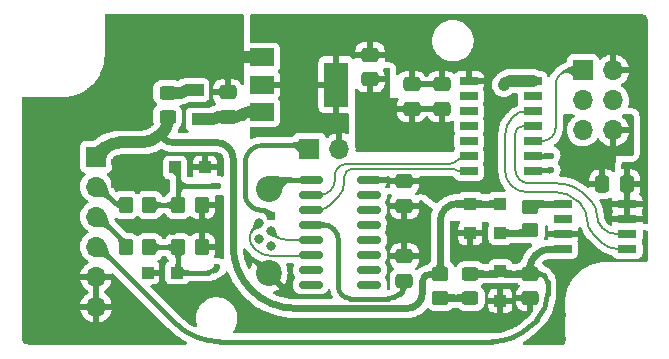
<source format=gtl>
%TF.GenerationSoftware,KiCad,Pcbnew,(6.0.2)*%
%TF.CreationDate,2022-08-31T11:18:45+12:00*%
%TF.ProjectId,webasto_heater_controller,77656261-7374-46f5-9f68-65617465725f,1.0*%
%TF.SameCoordinates,Original*%
%TF.FileFunction,Copper,L1,Top*%
%TF.FilePolarity,Positive*%
%FSLAX46Y46*%
G04 Gerber Fmt 4.6, Leading zero omitted, Abs format (unit mm)*
G04 Created by KiCad (PCBNEW (6.0.2)) date 2022-08-31 11:18:45*
%MOMM*%
%LPD*%
G01*
G04 APERTURE LIST*
G04 Aperture macros list*
%AMRoundRect*
0 Rectangle with rounded corners*
0 $1 Rounding radius*
0 $2 $3 $4 $5 $6 $7 $8 $9 X,Y pos of 4 corners*
0 Add a 4 corners polygon primitive as box body*
4,1,4,$2,$3,$4,$5,$6,$7,$8,$9,$2,$3,0*
0 Add four circle primitives for the rounded corners*
1,1,$1+$1,$2,$3*
1,1,$1+$1,$4,$5*
1,1,$1+$1,$6,$7*
1,1,$1+$1,$8,$9*
0 Add four rect primitives between the rounded corners*
20,1,$1+$1,$2,$3,$4,$5,0*
20,1,$1+$1,$4,$5,$6,$7,0*
20,1,$1+$1,$6,$7,$8,$9,0*
20,1,$1+$1,$8,$9,$2,$3,0*%
G04 Aperture macros list end*
%TA.AperFunction,SMDPad,CuDef*%
%ADD10RoundRect,0.250000X-0.450000X0.350000X-0.450000X-0.350000X0.450000X-0.350000X0.450000X0.350000X0*%
%TD*%
%TA.AperFunction,SMDPad,CuDef*%
%ADD11R,1.550000X0.650000*%
%TD*%
%TA.AperFunction,SMDPad,CuDef*%
%ADD12R,2.000000X1.500000*%
%TD*%
%TA.AperFunction,SMDPad,CuDef*%
%ADD13R,2.000000X3.800000*%
%TD*%
%TA.AperFunction,SMDPad,CuDef*%
%ADD14R,1.000000X1.000000*%
%TD*%
%TA.AperFunction,SMDPad,CuDef*%
%ADD15RoundRect,0.250000X-0.475000X0.337500X-0.475000X-0.337500X0.475000X-0.337500X0.475000X0.337500X0*%
%TD*%
%TA.AperFunction,ComponentPad*%
%ADD16R,0.800000X0.800000*%
%TD*%
%TA.AperFunction,ComponentPad*%
%ADD17C,0.800000*%
%TD*%
%TA.AperFunction,ComponentPad*%
%ADD18C,2.200000*%
%TD*%
%TA.AperFunction,SMDPad,CuDef*%
%ADD19R,1.500000X0.650000*%
%TD*%
%TA.AperFunction,SMDPad,CuDef*%
%ADD20RoundRect,0.250000X0.450000X-0.350000X0.450000X0.350000X-0.450000X0.350000X-0.450000X-0.350000X0*%
%TD*%
%TA.AperFunction,SMDPad,CuDef*%
%ADD21RoundRect,0.250000X0.350000X0.450000X-0.350000X0.450000X-0.350000X-0.450000X0.350000X-0.450000X0*%
%TD*%
%TA.AperFunction,SMDPad,CuDef*%
%ADD22RoundRect,0.250000X0.337500X0.475000X-0.337500X0.475000X-0.337500X-0.475000X0.337500X-0.475000X0*%
%TD*%
%TA.AperFunction,SMDPad,CuDef*%
%ADD23RoundRect,0.250000X0.450000X-0.325000X0.450000X0.325000X-0.450000X0.325000X-0.450000X-0.325000X0*%
%TD*%
%TA.AperFunction,ComponentPad*%
%ADD24R,1.700000X1.700000*%
%TD*%
%TA.AperFunction,ComponentPad*%
%ADD25O,1.700000X1.700000*%
%TD*%
%TA.AperFunction,SMDPad,CuDef*%
%ADD26RoundRect,0.150000X-0.825000X-0.150000X0.825000X-0.150000X0.825000X0.150000X-0.825000X0.150000X0*%
%TD*%
%TA.AperFunction,SMDPad,CuDef*%
%ADD27RoundRect,0.250000X0.475000X-0.337500X0.475000X0.337500X-0.475000X0.337500X-0.475000X-0.337500X0*%
%TD*%
%TA.AperFunction,SMDPad,CuDef*%
%ADD28RoundRect,0.250000X-0.350000X-0.450000X0.350000X-0.450000X0.350000X0.450000X-0.350000X0.450000X0*%
%TD*%
%TA.AperFunction,ViaPad*%
%ADD29C,0.900000*%
%TD*%
%TA.AperFunction,ViaPad*%
%ADD30C,0.600000*%
%TD*%
%TA.AperFunction,Conductor*%
%ADD31C,0.127000*%
%TD*%
%TA.AperFunction,Conductor*%
%ADD32C,0.600000*%
%TD*%
%TA.AperFunction,Conductor*%
%ADD33C,0.400000*%
%TD*%
%TA.AperFunction,Conductor*%
%ADD34C,1.000000*%
%TD*%
%TA.AperFunction,Conductor*%
%ADD35C,0.200000*%
%TD*%
G04 APERTURE END LIST*
D10*
%TO.P,R6,1*%
%TO.N,+BATT*%
X152645000Y-97525000D03*
%TO.P,R6,2*%
%TO.N,Net-(D7-Pad1)*%
X152645000Y-99525000D03*
%TD*%
D11*
%TO.P,U3,1,VBB*%
%TO.N,Net-(R5-Pad2)*%
X163025000Y-91595000D03*
%TO.P,U3,2,NC*%
%TO.N,unconnected-(U3-Pad2)*%
X163025000Y-92865000D03*
%TO.P,U3,3,GND*%
%TO.N,GND*%
X163025000Y-94135000D03*
%TO.P,U3,4,ISO*%
%TO.N,WLINE*%
X163025000Y-95405000D03*
%TO.P,U3,5,TX*%
%TO.N,WLINE_TX*%
X168475000Y-95405000D03*
%TO.P,U3,6,RX*%
%TO.N,WLINE_RX*%
X168475000Y-94135000D03*
%TO.P,U3,7,VDD*%
%TO.N,+5V*%
X168475000Y-92865000D03*
%TO.P,U3,8,CEN*%
X168475000Y-91595000D03*
%TD*%
D12*
%TO.P,U1,1,GND*%
%TO.N,GND*%
X137530000Y-79190000D03*
D13*
%TO.P,U1,2,VO*%
%TO.N,+5V*%
X143830000Y-81490000D03*
D12*
X137530000Y-81490000D03*
%TO.P,U1,3,VI*%
%TO.N,/+BATT_FUSED*%
X137530000Y-83790000D03*
%TD*%
D14*
%TO.P,D2,1,K*%
%TO.N,LOW_BEAM_5V*%
X130195000Y-88500000D03*
%TO.P,D2,2,A*%
%TO.N,GND*%
X132695000Y-88500000D03*
%TD*%
D15*
%TO.P,C6,1*%
%TO.N,+5V*%
X149595000Y-89677500D03*
%TO.P,C6,2*%
%TO.N,GND*%
X149595000Y-91752500D03*
%TD*%
D14*
%TO.P,D6,1,K*%
%TO.N,WLINE*%
X157725000Y-97275000D03*
%TO.P,D6,2,A*%
%TO.N,GND*%
X157725000Y-99775000D03*
%TD*%
D15*
%TO.P,C4,1*%
%TO.N,+5V*%
X150210000Y-81462500D03*
%TO.P,C4,2*%
%TO.N,GND*%
X150210000Y-83537500D03*
%TD*%
D14*
%TO.P,D1,1,K*%
%TO.N,/+BATT_FUSED*%
X132080000Y-84435000D03*
%TO.P,D1,2,A*%
%TO.N,Net-(D1-Pad2)*%
X132080000Y-81935000D03*
%TD*%
D16*
%TO.P,J3,1,VCC*%
%TO.N,Net-(J3-Pad1)*%
X138320000Y-92590000D03*
D17*
%TO.P,J3,2,D-*%
%TO.N,USB_D-*%
X137320000Y-93240000D03*
%TO.P,J3,3,D+*%
%TO.N,USB_D+*%
X138320000Y-93890000D03*
%TO.P,J3,4,ID*%
%TO.N,unconnected-(J3-Pad4)*%
X137320000Y-94540000D03*
%TO.P,J3,5,GND*%
%TO.N,GND*%
X138320000Y-95190000D03*
D18*
%TO.P,J3,6,Shield1*%
X138100000Y-90315000D03*
%TO.P,J3,7,Shield2*%
X138100000Y-97465000D03*
%TD*%
D19*
%TO.P,U2,1,VDD*%
%TO.N,+5V*%
X155050000Y-81190000D03*
%TO.P,U2,2,PA4*%
%TO.N,unconnected-(U2-Pad2)*%
X155050000Y-82460000D03*
%TO.P,U2,3,PA5*%
%TO.N,unconnected-(U2-Pad3)*%
X155050000Y-83730000D03*
%TO.P,U2,4,PA6*%
%TO.N,unconnected-(U2-Pad4)*%
X155050000Y-85000000D03*
%TO.P,U2,5,PA7*%
%TO.N,unconnected-(U2-Pad5)*%
X155050000Y-86270000D03*
%TO.P,U2,6,(TOSC1)_PB3*%
%TO.N,SERIAL_DATA_TX*%
X155050000Y-87540000D03*
%TO.P,U2,7,(TOSC2)_PB2*%
%TO.N,SERIAL_DATA_RX*%
X155050000Y-88810000D03*
%TO.P,U2,8,PB1*%
%TO.N,IGNITION_5V*%
X160450000Y-88810000D03*
%TO.P,U2,9,PB0*%
%TO.N,LOW_BEAM_5V*%
X160450000Y-87540000D03*
%TO.P,U2,10,PA0_(UPDI/~{RESET})*%
%TO.N,UPDI_DATA*%
X160450000Y-86270000D03*
%TO.P,U2,11,PA1*%
%TO.N,WLINE_RX*%
X160450000Y-85000000D03*
%TO.P,U2,12,PA2*%
%TO.N,WLINE_TX*%
X160450000Y-83730000D03*
%TO.P,U2,13,PA3_(EXTCLK)*%
%TO.N,unconnected-(U2-Pad13)*%
X160450000Y-82460000D03*
%TO.P,U2,14,GND*%
%TO.N,GND*%
X160450000Y-81190000D03*
%TD*%
D20*
%TO.P,R5,1*%
%TO.N,Net-(D4-Pad1)*%
X160265000Y-93810000D03*
%TO.P,R5,2*%
%TO.N,Net-(R5-Pad2)*%
X160265000Y-91810000D03*
%TD*%
D21*
%TO.P,R4,1*%
%TO.N,GND*%
X132445000Y-95250000D03*
%TO.P,R4,2*%
%TO.N,IGNITION_5V*%
X130445000Y-95250000D03*
%TD*%
D22*
%TO.P,C5,1*%
%TO.N,+5V*%
X168437500Y-89900000D03*
%TO.P,C5,2*%
%TO.N,GND*%
X166362500Y-89900000D03*
%TD*%
D23*
%TO.P,F1,1*%
%TO.N,+BATT*%
X129540000Y-84210000D03*
%TO.P,F1,2*%
%TO.N,Net-(D1-Pad2)*%
X129540000Y-82160000D03*
%TD*%
D24*
%TO.P,J2,1,Pin_1*%
%TO.N,+BATT*%
X123500000Y-87590000D03*
D25*
%TO.P,J2,2,Pin_2*%
%TO.N,LOW_BEAM*%
X123500000Y-90130000D03*
%TO.P,J2,3,Pin_3*%
%TO.N,IGNITION*%
X123500000Y-92670000D03*
%TO.P,J2,4,Pin_4*%
%TO.N,WLINE*%
X123500000Y-95210000D03*
%TO.P,J2,5,Pin_5*%
%TO.N,GND*%
X123500000Y-97750000D03*
%TO.P,J2,6,Pin_6*%
X123500000Y-100290000D03*
%TD*%
D14*
%TO.P,D5,1,K*%
%TO.N,+BATT*%
X155185000Y-91560000D03*
%TO.P,D5,2,A*%
%TO.N,GND*%
X155185000Y-94060000D03*
%TD*%
D23*
%TO.P,D7,1,K*%
%TO.N,Net-(D7-Pad1)*%
X155185000Y-99550000D03*
%TO.P,D7,2,A*%
%TO.N,WLINE*%
X155185000Y-97500000D03*
%TD*%
D15*
%TO.P,C2,1*%
%TO.N,+5V*%
X146685000Y-78972500D03*
%TO.P,C2,2*%
%TO.N,GND*%
X146685000Y-81047500D03*
%TD*%
D14*
%TO.P,D4,1,K*%
%TO.N,Net-(D4-Pad1)*%
X157725000Y-94060000D03*
%TO.P,D4,2,A*%
%TO.N,+BATT*%
X157725000Y-91560000D03*
%TD*%
D15*
%TO.P,C3,1*%
%TO.N,+5V*%
X152750000Y-81462500D03*
%TO.P,C3,2*%
%TO.N,GND*%
X152750000Y-83537500D03*
%TD*%
D24*
%TO.P,J1,1,DATA*%
%TO.N,UPDI_DATA*%
X164725000Y-80275000D03*
D25*
%TO.P,J1,2,VCC*%
%TO.N,+5V*%
X167265000Y-80275000D03*
%TO.P,J1,3,NC*%
%TO.N,unconnected-(J1-Pad3)*%
X164725000Y-82815000D03*
%TO.P,J1,4,NC*%
%TO.N,unconnected-(J1-Pad4)*%
X167265000Y-82815000D03*
%TO.P,J1,5,NC*%
%TO.N,unconnected-(J1-Pad5)*%
X164725000Y-85355000D03*
%TO.P,J1,6,GND*%
%TO.N,GND*%
X167265000Y-85355000D03*
%TD*%
D21*
%TO.P,R3,1*%
%TO.N,GND*%
X132445000Y-91675000D03*
%TO.P,R3,2*%
%TO.N,LOW_BEAM_5V*%
X130445000Y-91675000D03*
%TD*%
D26*
%TO.P,U4,1,GND*%
%TO.N,GND*%
X141670000Y-89535000D03*
%TO.P,U4,2,TXD*%
%TO.N,SERIAL_DATA_TX*%
X141670000Y-90805000D03*
%TO.P,U4,3,RXD*%
%TO.N,SERIAL_DATA_RX*%
X141670000Y-92075000D03*
%TO.P,U4,4,V3*%
%TO.N,Net-(C7-Pad1)*%
X141670000Y-93345000D03*
%TO.P,U4,5,UD+*%
%TO.N,USB_D+*%
X141670000Y-94615000D03*
%TO.P,U4,6,UD-*%
%TO.N,USB_D-*%
X141670000Y-95885000D03*
%TO.P,U4,7,NC*%
%TO.N,unconnected-(U4-Pad7)*%
X141670000Y-97155000D03*
%TO.P,U4,8,NC*%
%TO.N,unconnected-(U4-Pad8)*%
X141670000Y-98425000D03*
%TO.P,U4,9,~{CTS}*%
%TO.N,unconnected-(U4-Pad9)*%
X146620000Y-98425000D03*
%TO.P,U4,10,~{DSR}*%
%TO.N,unconnected-(U4-Pad10)*%
X146620000Y-97155000D03*
%TO.P,U4,11,~{RI}*%
%TO.N,unconnected-(U4-Pad11)*%
X146620000Y-95885000D03*
%TO.P,U4,12,~{DCD}*%
%TO.N,unconnected-(U4-Pad12)*%
X146620000Y-94615000D03*
%TO.P,U4,13,~{DTR}*%
%TO.N,unconnected-(U4-Pad13)*%
X146620000Y-93345000D03*
%TO.P,U4,14,~{RTS}*%
%TO.N,unconnected-(U4-Pad14)*%
X146620000Y-92075000D03*
%TO.P,U4,15,R232*%
%TO.N,unconnected-(U4-Pad15)*%
X146620000Y-90805000D03*
%TO.P,U4,16,VCC*%
%TO.N,+5V*%
X146620000Y-89535000D03*
%TD*%
D15*
%TO.P,C8,1*%
%TO.N,WLINE*%
X160265000Y-97487500D03*
%TO.P,C8,2*%
%TO.N,GND*%
X160265000Y-99562500D03*
%TD*%
D27*
%TO.P,C1,1*%
%TO.N,/+BATT_FUSED*%
X134620000Y-84222500D03*
%TO.P,C1,2*%
%TO.N,GND*%
X134620000Y-82147500D03*
%TD*%
D28*
%TO.P,R2,1*%
%TO.N,IGNITION*%
X126000000Y-95250000D03*
%TO.P,R2,2*%
%TO.N,IGNITION_5V*%
X128000000Y-95250000D03*
%TD*%
D27*
%TO.P,C7,1*%
%TO.N,Net-(C7-Pad1)*%
X149595000Y-98102500D03*
%TO.P,C7,2*%
%TO.N,GND*%
X149595000Y-96027500D03*
%TD*%
D14*
%TO.P,D3,1,K*%
%TO.N,IGNITION_5V*%
X130350000Y-97400000D03*
%TO.P,D3,2,A*%
%TO.N,GND*%
X127850000Y-97400000D03*
%TD*%
D28*
%TO.P,R1,1*%
%TO.N,LOW_BEAM*%
X126000000Y-91675000D03*
%TO.P,R1,2*%
%TO.N,LOW_BEAM_5V*%
X128000000Y-91675000D03*
%TD*%
D24*
%TO.P,JP1,1,A*%
%TO.N,Net-(J3-Pad1)*%
X141560000Y-86900000D03*
D25*
%TO.P,JP1,2,B*%
%TO.N,+5V*%
X144100000Y-86900000D03*
%TD*%
D29*
%TO.N,GND*%
X163500000Y-89000000D03*
D30*
X122000000Y-103000000D03*
X121000000Y-86000000D03*
X128000000Y-89000000D03*
X129000000Y-76000000D03*
X119000000Y-94000000D03*
D29*
X146500000Y-83000000D03*
D30*
X121000000Y-84000000D03*
X126000000Y-99000000D03*
X120000000Y-89000000D03*
X135000000Y-78000000D03*
X154000000Y-102000000D03*
X125000000Y-98000000D03*
X118000000Y-103000000D03*
X122000000Y-83000000D03*
X144000000Y-102000000D03*
X154000000Y-94000000D03*
X121000000Y-102000000D03*
X157000000Y-101000000D03*
X148000000Y-102000000D03*
X163000000Y-101000000D03*
X130400000Y-99000000D03*
X132750000Y-93000000D03*
X123000000Y-82000000D03*
X119000000Y-86000000D03*
X129000000Y-102000000D03*
X128000000Y-83000000D03*
X131000000Y-76000000D03*
D29*
X148000000Y-83000000D03*
D30*
X135000000Y-76000000D03*
X158000000Y-102000000D03*
X122000000Y-99000000D03*
X130000000Y-94000000D03*
X125000000Y-90000000D03*
X125000000Y-80000000D03*
D29*
X151000000Y-93500000D03*
D30*
X118000000Y-89000000D03*
X134000000Y-88000000D03*
D29*
X158000000Y-81500000D03*
D30*
X150000000Y-102000000D03*
X122000000Y-89000000D03*
X155000000Y-101000000D03*
X118000000Y-97000000D03*
X124000000Y-81000000D03*
X163000000Y-99000000D03*
X118000000Y-83000000D03*
D29*
X165000000Y-87500000D03*
D30*
X133000000Y-80000000D03*
X118000000Y-101000000D03*
X118000000Y-85000000D03*
X127000000Y-82000000D03*
X123000000Y-102000000D03*
X163000000Y-97000000D03*
X128000000Y-101000000D03*
X163000000Y-103000000D03*
X130000000Y-103000000D03*
D29*
X148500000Y-93500000D03*
D30*
X131000000Y-80000000D03*
D29*
X163500000Y-87500000D03*
D30*
X127000000Y-102000000D03*
X154000000Y-96000000D03*
D29*
X146500000Y-84000000D03*
D30*
X159000000Y-101000000D03*
X124000000Y-83000000D03*
X120000000Y-103000000D03*
X127000000Y-100000000D03*
X126000000Y-85000000D03*
X128000000Y-81000000D03*
X119000000Y-84000000D03*
X162000000Y-102000000D03*
X129000000Y-93000000D03*
X126000000Y-83000000D03*
X124000000Y-103000000D03*
X126000000Y-89000000D03*
X122000000Y-85000000D03*
X125000000Y-84000000D03*
X161000000Y-103000000D03*
X126000000Y-103000000D03*
X126000000Y-101000000D03*
X120000000Y-85000000D03*
X156000000Y-102000000D03*
X126000000Y-81000000D03*
X121000000Y-94000000D03*
X133000000Y-76000000D03*
X131000000Y-100000000D03*
X142000000Y-102000000D03*
X166000000Y-96000000D03*
X152000000Y-102000000D03*
X165000000Y-95000000D03*
X123000000Y-84000000D03*
X118000000Y-99000000D03*
X120000000Y-83000000D03*
D29*
X148000000Y-84000000D03*
D30*
X119000000Y-102000000D03*
X127000000Y-80000000D03*
X140000000Y-102000000D03*
X127000000Y-84000000D03*
X125000000Y-76000000D03*
X146000000Y-102000000D03*
X132000000Y-99000000D03*
X125000000Y-88000000D03*
X120000000Y-99000000D03*
X125000000Y-82000000D03*
X127000000Y-76000000D03*
X153000000Y-101000000D03*
X129000000Y-90000000D03*
X138000000Y-102000000D03*
X125000000Y-102000000D03*
D29*
X165000000Y-89000000D03*
D30*
X127000000Y-88000000D03*
X125000000Y-100000000D03*
X128000000Y-103000000D03*
%TO.N,LOW_BEAM_5V*%
X133800000Y-90055000D03*
X162000000Y-87500000D03*
%TO.N,IGNITION_5V*%
X162000000Y-88750000D03*
X133755000Y-96955000D03*
%TD*%
D31*
%TO.N,WLINE_RX*%
X158980000Y-88672096D02*
X158980000Y-85614558D01*
X159594558Y-85000000D02*
X160450000Y-85000000D01*
X165402702Y-91322702D02*
X164905000Y-90825000D01*
X162551141Y-89850000D02*
X160157903Y-89850000D01*
X166357297Y-93627297D02*
X166372500Y-93642500D01*
X167561500Y-94135000D02*
X168475000Y-94135000D01*
X159160000Y-85180000D02*
G75*
G02*
X159594558Y-85000000I434554J-434548D01*
G01*
X158980001Y-85614558D02*
G75*
G02*
X159160001Y-85180001I614547J4D01*
G01*
X160157903Y-89850000D02*
G75*
G02*
X159325000Y-89505000I2J1177906D01*
G01*
X165879999Y-92475000D02*
G75*
G03*
X165402701Y-91322703I-1629598J-2D01*
G01*
X162551141Y-89850001D02*
G75*
G02*
X164905000Y-90825000I1J-3328858D01*
G01*
X167561500Y-94134999D02*
G75*
G02*
X166372500Y-93642500I0J1681500D01*
G01*
X166357297Y-93627297D02*
G75*
G02*
X165880000Y-92475000I1152295J1152296D01*
G01*
X159325000Y-89505000D02*
G75*
G02*
X158980000Y-88672096I832900J832902D01*
G01*
%TO.N,WLINE_TX*%
X166255172Y-94825172D02*
X165573266Y-94143266D01*
X159905391Y-90570000D02*
X162369879Y-90570000D01*
X158709999Y-84309999D02*
X158879878Y-84140121D01*
X167655000Y-95405000D02*
X168475000Y-95405000D01*
X158130000Y-88794608D02*
X158130000Y-85710243D01*
X159870000Y-83730000D02*
X160450000Y-83730000D01*
X164526733Y-91616711D02*
X164265011Y-91354989D01*
X158879878Y-84140121D02*
G75*
G02*
X159870000Y-83730000I990116J-990110D01*
G01*
X165050000Y-92879989D02*
G75*
G03*
X164526733Y-91616711I-1786544J0D01*
G01*
X158130001Y-85710243D02*
G75*
G02*
X158710000Y-84310000I1980234J5D01*
G01*
X159905391Y-90569999D02*
G75*
G02*
X158650001Y-90049999I1J1775393D01*
G01*
X167655000Y-95404999D02*
G75*
G02*
X166255173Y-94825171I2J1979659D01*
G01*
X158650000Y-90050000D02*
G75*
G02*
X158130000Y-88794608I1255388J1255390D01*
G01*
X165573266Y-94143266D02*
G75*
G02*
X165050000Y-92879989I1263276J1263276D01*
G01*
X162369879Y-90570001D02*
G75*
G02*
X164265010Y-91354990I5J-2680110D01*
G01*
D32*
%TO.N,WLINE*%
X157618750Y-97381250D02*
X157612500Y-97387500D01*
D33*
X123607500Y-95210000D02*
X123500000Y-95210000D01*
D32*
X159758750Y-97487500D02*
X158087760Y-97487500D01*
D33*
X161715000Y-98234359D02*
X161715000Y-99205000D01*
X160332500Y-101867500D02*
X160809903Y-101390096D01*
D32*
X161920893Y-95405000D02*
X163025000Y-95405000D01*
X160658328Y-95981671D02*
X160749999Y-95889999D01*
D33*
X134008963Y-103250000D02*
X156994849Y-103250000D01*
X160771250Y-97487500D02*
X160968140Y-97487500D01*
X123791013Y-95286013D02*
X130161207Y-101656207D01*
D32*
X157340900Y-97500000D02*
X155185000Y-97500000D01*
X160265000Y-96981250D02*
X160265000Y-96931250D01*
D33*
X159758750Y-97487500D02*
X160771250Y-97487500D01*
D32*
X160265000Y-96981250D02*
G75*
G02*
X159758750Y-97487500I-506253J3D01*
G01*
D33*
X156994849Y-103250000D02*
G75*
G03*
X160332500Y-101867500I-6J4720166D01*
G01*
X123607500Y-95210001D02*
G75*
G02*
X123791012Y-95286014I0J-259527D01*
G01*
X161496250Y-97706250D02*
G75*
G02*
X161715000Y-98234359I-528115J-528112D01*
G01*
X130161207Y-101656207D02*
G75*
G03*
X134008963Y-103250000I3847758J3847761D01*
G01*
D32*
X160658328Y-95981671D02*
G75*
G03*
X160265000Y-96931250I949571J-949575D01*
G01*
D33*
X160968140Y-97487500D02*
G75*
G02*
X161496250Y-97706250I1J-746858D01*
G01*
D32*
X157612500Y-97387500D02*
G75*
G02*
X157340900Y-97500000I-271601J271603D01*
G01*
X160749999Y-95889999D02*
G75*
G02*
X161920893Y-95405000I1170894J-1170897D01*
G01*
X157831250Y-97381250D02*
G75*
G03*
X158087760Y-97487500I256511J256512D01*
G01*
X157831250Y-97381250D02*
G75*
G03*
X157618750Y-97381250I-106250J-106247D01*
G01*
X160771250Y-97487500D02*
G75*
G02*
X160265000Y-96981250I1J506251D01*
G01*
D33*
X161714999Y-99205000D02*
G75*
G02*
X160809902Y-101390095I-3090203J5D01*
G01*
%TO.N,GND*%
X139431543Y-89535000D02*
X141670000Y-89535000D01*
X138490000Y-89925000D02*
X138100000Y-90315000D01*
D34*
X158000000Y-81500000D02*
X158155000Y-81345000D01*
X137530000Y-79190000D02*
X135190000Y-79190000D01*
X158529203Y-81190000D02*
X160450000Y-81190000D01*
D33*
X138490000Y-89925000D02*
G75*
G02*
X139431543Y-89535000I941539J-941532D01*
G01*
D34*
X158155000Y-81345000D02*
G75*
G02*
X158529203Y-81190000I374201J-374197D01*
G01*
D33*
%TO.N,Net-(C7-Pad1)*%
X149597500Y-98105000D02*
X149595000Y-98102500D01*
X142711134Y-93345000D02*
X141670000Y-93345000D01*
X144000000Y-98575735D02*
X144000000Y-94633865D01*
X148234314Y-99600000D02*
X145024264Y-99600000D01*
X149600000Y-98111035D02*
X149600000Y-98453750D01*
X149200000Y-99200000D02*
X149355164Y-99044835D01*
X149600000Y-98453750D02*
G75*
G02*
X149355164Y-99044835I-835921J1D01*
G01*
X144300000Y-99300000D02*
G75*
G02*
X144000000Y-98575735I724263J724264D01*
G01*
X143622500Y-93722500D02*
G75*
G03*
X142711134Y-93345000I-911367J-911369D01*
G01*
X149200000Y-99200000D02*
G75*
G02*
X148234314Y-99600000I-965689J965693D01*
G01*
X145024264Y-99599999D02*
G75*
G02*
X144300001Y-99299999I2J1024268D01*
G01*
X149600000Y-98111035D02*
G75*
G03*
X149597500Y-98105000I-8533J0D01*
G01*
X143622500Y-93722500D02*
G75*
G02*
X144000000Y-94633865I-911371J-911368D01*
G01*
D34*
%TO.N,+BATT*%
X125557063Y-86385000D02*
X127329296Y-86385000D01*
D32*
X151115000Y-99160666D02*
X151115000Y-98207842D01*
D34*
X124102500Y-86987500D02*
X123500000Y-87590000D01*
D32*
X135100000Y-95174571D02*
X135100000Y-87776292D01*
X154070434Y-91560000D02*
X155185000Y-91560000D01*
D34*
X129540000Y-84650000D02*
X129540000Y-84210000D01*
D32*
X129997851Y-86385000D02*
X133708707Y-86385000D01*
D34*
X129228873Y-85401126D02*
X128892500Y-85737500D01*
D32*
X128892500Y-85737500D02*
X129216250Y-86061250D01*
X155185000Y-91560000D02*
X157725000Y-91560000D01*
X151797842Y-97525000D02*
X152645000Y-97525000D01*
X149849146Y-100426520D02*
X140351948Y-100426520D01*
X152645000Y-92985434D02*
X152645000Y-97525000D01*
X151115001Y-98207842D02*
G75*
G02*
X151315001Y-97725001I682833J3D01*
G01*
X150744240Y-100055760D02*
G75*
G03*
X151115000Y-99160666I-895103J895098D01*
G01*
X136638260Y-98888260D02*
G75*
G02*
X135100000Y-95174571I3713682J3713685D01*
G01*
D34*
X128892500Y-85737500D02*
G75*
G02*
X127329296Y-86385000I-1563205J1563207D01*
G01*
D32*
X153062500Y-91977500D02*
G75*
G02*
X154070434Y-91560000I1007931J-1007926D01*
G01*
D34*
X129228873Y-85401126D02*
G75*
G03*
X129540000Y-84650000I-751135J751130D01*
G01*
D32*
X151797842Y-97525001D02*
G75*
G03*
X151315001Y-97725001I-3J-682833D01*
G01*
D34*
X124102500Y-86987500D02*
G75*
G02*
X125557063Y-86385000I1454560J-1454554D01*
G01*
D32*
X129216250Y-86061250D02*
G75*
G03*
X129997851Y-86385000I781600J781599D01*
G01*
X134692500Y-86792500D02*
G75*
G02*
X135100000Y-87776292I-983791J-983792D01*
G01*
X140351948Y-100426519D02*
G75*
G02*
X136638261Y-98888259I0J5251947D01*
G01*
X133708707Y-86385001D02*
G75*
G02*
X134692499Y-86792501I4J-1391284D01*
G01*
X153062500Y-91977500D02*
G75*
G03*
X152645000Y-92985434I1007926J-1007931D01*
G01*
X150744240Y-100055760D02*
G75*
G02*
X149849146Y-100426520I-895098J895103D01*
G01*
D34*
%TO.N,Net-(D1-Pad2)*%
X131224099Y-81935000D02*
X132080000Y-81935000D01*
X130680900Y-82160000D02*
X129540000Y-82160000D01*
X131224099Y-81935001D02*
G75*
G03*
X130952501Y-82047501I-5J-384086D01*
G01*
X130952500Y-82047500D02*
G75*
G02*
X130680900Y-82160000I-271601J271603D01*
G01*
D35*
%TO.N,UPDI_DATA*%
X161256238Y-86270000D02*
X160450000Y-86270000D01*
X163637652Y-80275000D02*
X164725000Y-80275000D01*
X162400000Y-81512652D02*
X162400000Y-85126238D01*
X161256238Y-86269999D02*
G75*
G03*
X162064999Y-85934999I-3J1143769D01*
G01*
X162762500Y-80637500D02*
G75*
G03*
X162400000Y-81512652I875143J-875149D01*
G01*
X162399999Y-85126238D02*
G75*
G02*
X162064999Y-85934999I-1143769J3D01*
G01*
X163637652Y-80275000D02*
G75*
G03*
X162762500Y-80637500I-3J-1237643D01*
G01*
D33*
%TO.N,LOW_BEAM_5V*%
X130445000Y-90707500D02*
X130445000Y-91675000D01*
X130445000Y-91675000D02*
X128000000Y-91675000D01*
X160518284Y-87500000D02*
X162000000Y-87500000D01*
X130445000Y-90707500D02*
X130445000Y-89402500D01*
X160470000Y-87520000D02*
X160450000Y-87540000D01*
X133800000Y-90055000D02*
X131097500Y-90055000D01*
X130320000Y-88625000D02*
X130195000Y-88500000D01*
X130445000Y-88926776D02*
X130445000Y-89402500D01*
X160470000Y-87520000D02*
G75*
G02*
X160518284Y-87500000I48278J-48270D01*
G01*
X130445000Y-88926776D02*
G75*
G03*
X130320000Y-88625000I-426781J-3D01*
G01*
X131097500Y-90055000D02*
G75*
G02*
X130445000Y-89402500I-1J652499D01*
G01*
X131097500Y-90055000D02*
G75*
G03*
X130445000Y-90707500I-3J-652497D01*
G01*
%TO.N,IGNITION_5V*%
X132995337Y-97400000D02*
X130445000Y-97400000D01*
X162000000Y-88750000D02*
X160552426Y-88750000D01*
X160480000Y-88780000D02*
X160450000Y-88810000D01*
X130445000Y-95250000D02*
X128000000Y-95250000D01*
X133755000Y-96955000D02*
X133532500Y-97177500D01*
X130445000Y-95250000D02*
X130445000Y-97400000D01*
X160552426Y-88750001D02*
G75*
G03*
X160480001Y-88780001I-4J-102415D01*
G01*
X133532500Y-97177500D02*
G75*
G02*
X132995337Y-97400000I-537165J537167D01*
G01*
D35*
%TO.N,SERIAL_DATA_RX*%
X143368709Y-91631290D02*
X143969669Y-91030330D01*
X153701507Y-88600000D02*
X145182842Y-88600000D01*
X144500000Y-89282842D02*
X144500000Y-89750000D01*
X142297500Y-92075000D02*
X141670000Y-92075000D01*
X154208492Y-88810000D02*
X155050000Y-88810000D01*
X144500000Y-89750000D02*
G75*
G02*
X143969669Y-91030330I-1810666J4D01*
G01*
X153955000Y-88705000D02*
G75*
G03*
X153701507Y-88600000I-253491J-253489D01*
G01*
X144700000Y-88800000D02*
G75*
G02*
X145182842Y-88600000I482839J-482834D01*
G01*
X144700000Y-88800000D02*
G75*
G03*
X144500000Y-89282842I482834J-482839D01*
G01*
X153955000Y-88705000D02*
G75*
G03*
X154208492Y-88810000I253494J253495D01*
G01*
X142297500Y-92074999D02*
G75*
G03*
X143368708Y-91631289I-3J1514923D01*
G01*
%TO.N,SERIAL_DATA_TX*%
X153333309Y-88200000D02*
X144724264Y-88200000D01*
X143700000Y-89601489D02*
X143700000Y-89224264D01*
X154251403Y-87748596D02*
X154129999Y-87869999D01*
X154755000Y-87540000D02*
X155050000Y-87540000D01*
X142496489Y-90805000D02*
X141670000Y-90805000D01*
X154129999Y-87869999D02*
G75*
G02*
X153333309Y-88200000I-796694J796695D01*
G01*
X154755000Y-87540000D02*
G75*
G03*
X154251403Y-87748596I-2J-712190D01*
G01*
X143347500Y-90452500D02*
G75*
G03*
X143700000Y-89601489I-851018J851014D01*
G01*
X143347500Y-90452500D02*
G75*
G02*
X142496489Y-90805000I-851014J851018D01*
G01*
X144724264Y-88200000D02*
G75*
G03*
X144000000Y-88500000I-2J-1024258D01*
G01*
X144000000Y-88500000D02*
G75*
G03*
X143700000Y-89224264I724258J-724262D01*
G01*
D32*
%TO.N,Net-(D4-Pad1)*%
X160140000Y-93935000D02*
X160265000Y-93810000D01*
X159838223Y-94060000D02*
X157725000Y-94060000D01*
X159838223Y-94060000D02*
G75*
G03*
X160140000Y-93935000I-4J426786D01*
G01*
D35*
%TO.N,USB_D+*%
X139557652Y-94615000D02*
X141670000Y-94615000D01*
X138682500Y-94252500D02*
X138320000Y-93890000D01*
X138682500Y-94252500D02*
G75*
G03*
X139557652Y-94615000I875153J875154D01*
G01*
%TO.N,USB_D-*%
X136806888Y-93753111D02*
X137320000Y-93240000D01*
X141612500Y-95942500D02*
X141670000Y-95885000D01*
X137035994Y-95464005D02*
X136806888Y-95234899D01*
X141473682Y-96000000D02*
X138329999Y-96000000D01*
X136806888Y-95234899D02*
G75*
G02*
X136500000Y-94494005I740888J740891D01*
G01*
X141473682Y-95999999D02*
G75*
G03*
X141612500Y-95942500I-2J196324D01*
G01*
X136500001Y-94494005D02*
G75*
G02*
X136806889Y-93753112I1047775J3D01*
G01*
X138329999Y-95999999D02*
G75*
G02*
X137035995Y-95464004I1J1830000D01*
G01*
D32*
%TO.N,Net-(D7-Pad1)*%
X152657500Y-99537500D02*
X152645000Y-99525000D01*
X152687677Y-99550000D02*
X155185000Y-99550000D01*
X152657500Y-99537500D02*
G75*
G03*
X152687677Y-99550000I30178J30179D01*
G01*
D33*
%TO.N,LOW_BEAM*%
X123607500Y-90130000D02*
X123500000Y-90130000D01*
X125630000Y-91675000D02*
X126000000Y-91675000D01*
X123791013Y-90206013D02*
X124998370Y-91413370D01*
X123607500Y-90130001D02*
G75*
G02*
X123791012Y-90206014I0J-259527D01*
G01*
X124998370Y-91413370D02*
G75*
G03*
X125630000Y-91675000I631632J631634D01*
G01*
%TO.N,Net-(J3-Pad1)*%
X136100000Y-90734314D02*
X136100000Y-88136396D01*
X138045000Y-92345000D02*
X138279393Y-92579393D01*
X137350000Y-92100000D02*
X137453517Y-92100000D01*
X137636396Y-86600000D02*
X141560000Y-86600000D01*
X136581801Y-91781801D02*
X136500000Y-91700000D01*
X138310000Y-92590000D02*
X138305000Y-92590000D01*
X138320000Y-92580000D02*
X138320000Y-92570000D01*
X137636396Y-86600000D02*
G75*
G03*
X136550000Y-87050000I-2J-1536390D01*
G01*
X138045000Y-92345000D02*
G75*
G03*
X137453517Y-92100000I-591482J-591480D01*
G01*
X138279393Y-92579393D02*
G75*
G03*
X138305000Y-92590000I25607J25607D01*
G01*
X136581801Y-91781801D02*
G75*
G03*
X137350000Y-92100000I768201J768203D01*
G01*
X136100000Y-88136396D02*
G75*
G02*
X136550000Y-87050000I1536390J2D01*
G01*
X136500000Y-91700000D02*
G75*
G02*
X136100000Y-90734314I965682J965684D01*
G01*
X138320000Y-92580000D02*
G75*
G02*
X138310000Y-92590000I-10000J0D01*
G01*
%TO.N,IGNITION*%
X125895701Y-94850701D02*
X123791013Y-92746013D01*
X126000000Y-95102500D02*
X126000000Y-95250000D01*
X123607500Y-92670000D02*
X123500000Y-92670000D01*
X123791013Y-92746013D02*
G75*
G03*
X123607500Y-92670000I-183513J-183515D01*
G01*
X125895701Y-94850701D02*
G75*
G02*
X126000000Y-95102500I-251803J-251801D01*
G01*
D32*
%TO.N,Net-(R5-Pad2)*%
X160372500Y-91702500D02*
X160265000Y-91810000D01*
X160632027Y-91595000D02*
X163025000Y-91595000D01*
X160372500Y-91702500D02*
G75*
G02*
X160632027Y-91595000I259526J-259522D01*
G01*
D34*
%TO.N,/+BATT_FUSED*%
X133314739Y-84435000D02*
X132080000Y-84435000D01*
X134620000Y-84222500D02*
X133827760Y-84222500D01*
X134620000Y-84222500D02*
X135371676Y-84222500D01*
X136415823Y-83790000D02*
X137530000Y-83790000D01*
X135893750Y-84006250D02*
G75*
G02*
X135371676Y-84222500I-522077J522081D01*
G01*
X133314739Y-84435000D02*
G75*
G03*
X133571250Y-84328750I-4J362771D01*
G01*
X135893750Y-84006250D02*
G75*
G02*
X136415823Y-83790000I522070J-522066D01*
G01*
X133827760Y-84222501D02*
G75*
G03*
X133571251Y-84328751I-4J-362750D01*
G01*
%TD*%
%TA.AperFunction,Conductor*%
%TO.N,Net-(R5-Pad2)*%
G36*
X160332811Y-91213766D02*
G01*
X160442323Y-91224273D01*
X160442473Y-91224289D01*
X160514075Y-91232086D01*
X160551223Y-91236131D01*
X160610374Y-91243065D01*
X160649401Y-91247640D01*
X160649411Y-91247641D01*
X160741609Y-91258525D01*
X160832402Y-91268491D01*
X160832434Y-91268494D01*
X160832515Y-91268503D01*
X160832587Y-91268510D01*
X160924174Y-91277048D01*
X160926824Y-91277295D01*
X161029233Y-91284620D01*
X161029290Y-91284623D01*
X161029294Y-91284623D01*
X161055192Y-91285877D01*
X161144439Y-91290200D01*
X161144500Y-91290202D01*
X161144509Y-91290202D01*
X161177212Y-91291077D01*
X161277138Y-91293753D01*
X161314174Y-91294051D01*
X161420421Y-91294907D01*
X161428667Y-91298401D01*
X161432027Y-91306607D01*
X161432027Y-91883597D01*
X161428600Y-91891870D01*
X161420628Y-91895293D01*
X161320371Y-91897870D01*
X161320361Y-91897871D01*
X161320189Y-91897875D01*
X161320018Y-91897891D01*
X161320010Y-91897891D01*
X161247937Y-91904444D01*
X161223352Y-91906679D01*
X161139119Y-91921675D01*
X161138832Y-91921758D01*
X161138824Y-91921760D01*
X161075602Y-91940081D01*
X161065092Y-91943127D01*
X160998873Y-91971299D01*
X160938065Y-92006455D01*
X160880271Y-92048858D01*
X160880085Y-92049021D01*
X160880078Y-92049026D01*
X160841717Y-92082515D01*
X160823093Y-92098774D01*
X160822986Y-92098879D01*
X160822977Y-92098887D01*
X160764183Y-92156417D01*
X160764134Y-92156465D01*
X160739742Y-92181859D01*
X160706594Y-92216368D01*
X160698391Y-92219961D01*
X160693563Y-92219024D01*
X159995678Y-91921138D01*
X159989414Y-91914738D01*
X159989698Y-91905367D01*
X160000014Y-91883597D01*
X160314577Y-91219774D01*
X160321215Y-91213766D01*
X160326266Y-91213138D01*
X160332811Y-91213766D01*
G37*
%TD.AperFunction*%
%TD*%
%TA.AperFunction,Conductor*%
%TO.N,IGNITION_5V*%
G36*
X161874959Y-88485505D02*
G01*
X162141231Y-88741567D01*
X162144819Y-88749771D01*
X162141231Y-88758433D01*
X161874960Y-89014493D01*
X161866621Y-89017758D01*
X161862003Y-89016709D01*
X161827238Y-89000886D01*
X161827230Y-89000883D01*
X161827088Y-89000818D01*
X161826933Y-89000758D01*
X161826926Y-89000755D01*
X161810653Y-88994448D01*
X161787580Y-88985505D01*
X161749406Y-88973626D01*
X161749201Y-88973578D01*
X161749189Y-88973575D01*
X161725051Y-88967955D01*
X161711262Y-88964744D01*
X161711066Y-88964713D01*
X161711053Y-88964710D01*
X161672033Y-88958453D01*
X161672023Y-88958452D01*
X161671844Y-88958423D01*
X161629847Y-88954229D01*
X161596312Y-88952399D01*
X161584044Y-88951729D01*
X161584034Y-88951729D01*
X161583968Y-88951725D01*
X161583909Y-88951724D01*
X161583895Y-88951723D01*
X161551169Y-88950923D01*
X161532904Y-88950476D01*
X161475349Y-88950046D01*
X161421692Y-88950008D01*
X161413421Y-88946575D01*
X161410000Y-88938308D01*
X161410000Y-88561692D01*
X161413427Y-88553419D01*
X161421691Y-88549992D01*
X161475254Y-88549953D01*
X161475349Y-88549953D01*
X161532904Y-88549523D01*
X161551169Y-88549076D01*
X161583895Y-88548276D01*
X161583909Y-88548275D01*
X161583968Y-88548274D01*
X161584034Y-88548270D01*
X161584044Y-88548270D01*
X161596312Y-88547600D01*
X161629847Y-88545770D01*
X161671844Y-88541576D01*
X161672023Y-88541547D01*
X161672033Y-88541546D01*
X161711053Y-88535289D01*
X161711066Y-88535286D01*
X161711262Y-88535255D01*
X161725051Y-88532044D01*
X161749189Y-88526424D01*
X161749201Y-88526421D01*
X161749406Y-88526373D01*
X161787580Y-88514494D01*
X161802814Y-88508590D01*
X161826937Y-88499240D01*
X161826950Y-88499234D01*
X161827088Y-88499181D01*
X161862005Y-88483290D01*
X161870953Y-88482982D01*
X161874959Y-88485505D01*
G37*
%TD.AperFunction*%
%TD*%
%TA.AperFunction,Conductor*%
%TO.N,WLINE_RX*%
G36*
X168339481Y-93848410D02*
G01*
X168570920Y-94070973D01*
X168628731Y-94126567D01*
X168632319Y-94134771D01*
X168628731Y-94143433D01*
X168366674Y-94395441D01*
X168339482Y-94421590D01*
X168331143Y-94424855D01*
X168325828Y-94423460D01*
X168308036Y-94413887D01*
X168274157Y-94395658D01*
X168273371Y-94395193D01*
X168224135Y-94363339D01*
X168223589Y-94362963D01*
X168180827Y-94331533D01*
X168180708Y-94331443D01*
X168141651Y-94301298D01*
X168123964Y-94288329D01*
X168103830Y-94273566D01*
X168103822Y-94273561D01*
X168103633Y-94273422D01*
X168063858Y-94248712D01*
X168019467Y-94228016D01*
X167967599Y-94212184D01*
X167967210Y-94212121D01*
X167967207Y-94212120D01*
X167927278Y-94205623D01*
X167905396Y-94202062D01*
X167841147Y-94199027D01*
X167833046Y-94195214D01*
X167830000Y-94187340D01*
X167830000Y-94082660D01*
X167833427Y-94074387D01*
X167841148Y-94070973D01*
X167857889Y-94070182D01*
X167905068Y-94067953D01*
X167905077Y-94067952D01*
X167905396Y-94067937D01*
X167927278Y-94064376D01*
X167967207Y-94057879D01*
X167967210Y-94057878D01*
X167967599Y-94057815D01*
X168019467Y-94041983D01*
X168063858Y-94021287D01*
X168103633Y-93996577D01*
X168103822Y-93996438D01*
X168103830Y-93996433D01*
X168123964Y-93981670D01*
X168141651Y-93968701D01*
X168180708Y-93938556D01*
X168180827Y-93938466D01*
X168223589Y-93907036D01*
X168224135Y-93906660D01*
X168273371Y-93874806D01*
X168274156Y-93874341D01*
X168322352Y-93848410D01*
X168325828Y-93846540D01*
X168334738Y-93845638D01*
X168339481Y-93848410D01*
G37*
%TD.AperFunction*%
%TD*%
%TA.AperFunction,Conductor*%
%TO.N,LOW_BEAM_5V*%
G36*
X161874959Y-87235505D02*
G01*
X162141231Y-87491567D01*
X162144819Y-87499771D01*
X162141231Y-87508433D01*
X161874960Y-87764493D01*
X161866621Y-87767758D01*
X161862003Y-87766709D01*
X161827238Y-87750886D01*
X161827230Y-87750883D01*
X161827088Y-87750818D01*
X161826933Y-87750758D01*
X161826926Y-87750755D01*
X161810653Y-87744448D01*
X161787580Y-87735505D01*
X161749406Y-87723626D01*
X161749201Y-87723578D01*
X161749189Y-87723575D01*
X161725051Y-87717955D01*
X161711262Y-87714744D01*
X161711066Y-87714713D01*
X161711053Y-87714710D01*
X161672033Y-87708453D01*
X161672023Y-87708452D01*
X161671844Y-87708423D01*
X161629847Y-87704229D01*
X161596312Y-87702399D01*
X161584044Y-87701729D01*
X161584034Y-87701729D01*
X161583968Y-87701725D01*
X161583909Y-87701724D01*
X161583895Y-87701723D01*
X161551169Y-87700923D01*
X161532904Y-87700476D01*
X161475349Y-87700046D01*
X161421692Y-87700008D01*
X161413421Y-87696575D01*
X161410000Y-87688308D01*
X161410000Y-87311692D01*
X161413427Y-87303419D01*
X161421691Y-87299992D01*
X161475254Y-87299953D01*
X161475349Y-87299953D01*
X161532904Y-87299523D01*
X161551169Y-87299076D01*
X161583895Y-87298276D01*
X161583909Y-87298275D01*
X161583968Y-87298274D01*
X161584034Y-87298270D01*
X161584044Y-87298270D01*
X161596312Y-87297600D01*
X161629847Y-87295770D01*
X161671844Y-87291576D01*
X161672023Y-87291547D01*
X161672033Y-87291546D01*
X161711053Y-87285289D01*
X161711066Y-87285286D01*
X161711262Y-87285255D01*
X161725051Y-87282044D01*
X161749189Y-87276424D01*
X161749201Y-87276421D01*
X161749406Y-87276373D01*
X161787580Y-87264494D01*
X161802814Y-87258590D01*
X161826937Y-87249240D01*
X161826950Y-87249234D01*
X161827088Y-87249181D01*
X161862005Y-87233290D01*
X161870953Y-87232982D01*
X161874959Y-87235505D01*
G37*
%TD.AperFunction*%
%TD*%
%TA.AperFunction,Conductor*%
%TO.N,LOW_BEAM*%
G36*
X124240697Y-89715860D02*
G01*
X124244249Y-89719993D01*
X124324802Y-89876698D01*
X124325171Y-89877492D01*
X124387063Y-90024823D01*
X124387324Y-90025503D01*
X124434124Y-90160306D01*
X124434245Y-90160675D01*
X124473192Y-90286997D01*
X124511417Y-90408482D01*
X124556087Y-90528816D01*
X124614422Y-90651855D01*
X124693639Y-90781454D01*
X124693819Y-90781689D01*
X124693826Y-90781699D01*
X124800797Y-90921260D01*
X124800803Y-90921267D01*
X124800957Y-90921468D01*
X124891440Y-91019338D01*
X124935959Y-91067492D01*
X124939059Y-91075894D01*
X124935641Y-91083708D01*
X124668652Y-91350697D01*
X124660379Y-91354124D01*
X124652498Y-91351072D01*
X124524525Y-91234445D01*
X124524285Y-91234226D01*
X124398792Y-91143663D01*
X124280761Y-91081354D01*
X124280346Y-91081210D01*
X124280344Y-91081209D01*
X124167063Y-91041877D01*
X124167064Y-91041877D01*
X124166683Y-91041745D01*
X124053045Y-91019282D01*
X123989945Y-91013405D01*
X123936480Y-91008425D01*
X123936472Y-91008424D01*
X123936338Y-91008412D01*
X123936190Y-91008406D01*
X123936187Y-91008406D01*
X123813050Y-91003580D01*
X123679826Y-90999238D01*
X123679497Y-90999222D01*
X123533021Y-90989839D01*
X123532363Y-90989779D01*
X123376974Y-90970804D01*
X123369177Y-90966399D01*
X123366922Y-90961499D01*
X123247720Y-90369487D01*
X123153141Y-89899764D01*
X123154868Y-89890979D01*
X123162751Y-89885906D01*
X124231986Y-89713792D01*
X124240697Y-89715860D01*
G37*
%TD.AperFunction*%
%TD*%
%TA.AperFunction,Conductor*%
%TO.N,IGNITION_5V*%
G36*
X130647724Y-96531701D02*
G01*
X130655524Y-96634863D01*
X130667838Y-96723476D01*
X130684104Y-96801532D01*
X130703761Y-96873023D01*
X130726247Y-96941939D01*
X130751001Y-97012272D01*
X130777461Y-97088014D01*
X130805066Y-97173156D01*
X130833255Y-97271690D01*
X130332899Y-97623968D01*
X130331470Y-97624974D01*
X130331467Y-97624975D01*
X130312365Y-97638424D01*
X130303628Y-97640384D01*
X130295807Y-97635214D01*
X130215784Y-97511555D01*
X130060562Y-97271690D01*
X129954196Y-97107324D01*
X129952579Y-97098516D01*
X129954740Y-97093842D01*
X129987513Y-97051183D01*
X130003501Y-97030373D01*
X130003597Y-97030249D01*
X130017796Y-97012272D01*
X130052410Y-96968448D01*
X130096169Y-96911763D01*
X130134642Y-96857294D01*
X130167658Y-96802057D01*
X130195051Y-96743071D01*
X130216650Y-96677354D01*
X130232287Y-96601925D01*
X130241793Y-96513801D01*
X130244438Y-96428194D01*
X130244511Y-96425844D01*
X130244511Y-96425837D01*
X130244517Y-96425642D01*
X130244517Y-96425638D01*
X130245000Y-96410000D01*
X130645000Y-96410000D01*
X130647724Y-96531701D01*
G37*
%TD.AperFunction*%
%TD*%
%TA.AperFunction,Conductor*%
%TO.N,WLINE_RX*%
G36*
X160314481Y-84713410D02*
G01*
X160545920Y-84935973D01*
X160603731Y-84991567D01*
X160607319Y-84999771D01*
X160603731Y-85008433D01*
X160341674Y-85260441D01*
X160314482Y-85286590D01*
X160306143Y-85289855D01*
X160300828Y-85288460D01*
X160283036Y-85278887D01*
X160249157Y-85260658D01*
X160248371Y-85260193D01*
X160199135Y-85228339D01*
X160198589Y-85227963D01*
X160155827Y-85196533D01*
X160155708Y-85196443D01*
X160116651Y-85166298D01*
X160098964Y-85153329D01*
X160078830Y-85138566D01*
X160078822Y-85138561D01*
X160078633Y-85138422D01*
X160038858Y-85113712D01*
X159994467Y-85093016D01*
X159942599Y-85077184D01*
X159942210Y-85077121D01*
X159942207Y-85077120D01*
X159902278Y-85070623D01*
X159880396Y-85067062D01*
X159816147Y-85064027D01*
X159808046Y-85060214D01*
X159805000Y-85052340D01*
X159805000Y-84947660D01*
X159808427Y-84939387D01*
X159816148Y-84935973D01*
X159832889Y-84935182D01*
X159880068Y-84932953D01*
X159880077Y-84932952D01*
X159880396Y-84932937D01*
X159902278Y-84929376D01*
X159942207Y-84922879D01*
X159942210Y-84922878D01*
X159942599Y-84922815D01*
X159994467Y-84906983D01*
X160038858Y-84886287D01*
X160078633Y-84861577D01*
X160078822Y-84861438D01*
X160078830Y-84861433D01*
X160098964Y-84846670D01*
X160116651Y-84833701D01*
X160155708Y-84803556D01*
X160155827Y-84803466D01*
X160198589Y-84772036D01*
X160199135Y-84771660D01*
X160248371Y-84739806D01*
X160249156Y-84739341D01*
X160297352Y-84713410D01*
X160300828Y-84711540D01*
X160309738Y-84710638D01*
X160314481Y-84713410D01*
G37*
%TD.AperFunction*%
%TD*%
%TA.AperFunction,Conductor*%
%TO.N,UPDI_DATA*%
G36*
X160599119Y-85981383D02*
G01*
X160625724Y-85995238D01*
X160648643Y-86007174D01*
X160649150Y-86007455D01*
X160697650Y-86036009D01*
X160697968Y-86036203D01*
X160740948Y-86063389D01*
X160740952Y-86063395D01*
X160740954Y-86063393D01*
X160780866Y-86088668D01*
X160780939Y-86088710D01*
X160780963Y-86088725D01*
X160802373Y-86101149D01*
X160820092Y-86111431D01*
X160861177Y-86131179D01*
X160861463Y-86131281D01*
X160861470Y-86131284D01*
X160906352Y-86147299D01*
X160906666Y-86147411D01*
X160906983Y-86147485D01*
X160906987Y-86147486D01*
X160958810Y-86159558D01*
X160958815Y-86159559D01*
X160959103Y-86159626D01*
X160959395Y-86159662D01*
X160959399Y-86159663D01*
X161020789Y-86167293D01*
X161020796Y-86167294D01*
X161021033Y-86167323D01*
X161054798Y-86168545D01*
X161083723Y-86169592D01*
X161091867Y-86173316D01*
X161095000Y-86181284D01*
X161095000Y-86358716D01*
X161091573Y-86366989D01*
X161083723Y-86370408D01*
X161021033Y-86372676D01*
X161020796Y-86372705D01*
X161020789Y-86372706D01*
X160959399Y-86380336D01*
X160959395Y-86380337D01*
X160959103Y-86380373D01*
X160958815Y-86380440D01*
X160958810Y-86380441D01*
X160906987Y-86392513D01*
X160906983Y-86392514D01*
X160906666Y-86392588D01*
X160906353Y-86392700D01*
X160906352Y-86392700D01*
X160861470Y-86408715D01*
X160861463Y-86408718D01*
X160861177Y-86408820D01*
X160820092Y-86428568D01*
X160802373Y-86438850D01*
X160780963Y-86451274D01*
X160780939Y-86451289D01*
X160780866Y-86451331D01*
X160740954Y-86476606D01*
X160740954Y-86476605D01*
X160740948Y-86476610D01*
X160697968Y-86503796D01*
X160697652Y-86503989D01*
X160649150Y-86532544D01*
X160648643Y-86532825D01*
X160622103Y-86546647D01*
X160599119Y-86558617D01*
X160590199Y-86559399D01*
X160585605Y-86556673D01*
X160296269Y-86278433D01*
X160292681Y-86270229D01*
X160296269Y-86261567D01*
X160585605Y-85983327D01*
X160593944Y-85980062D01*
X160599119Y-85981383D01*
G37*
%TD.AperFunction*%
%TD*%
%TA.AperFunction,Conductor*%
%TO.N,WLINE*%
G36*
X158114941Y-96963362D02*
G01*
X158118637Y-96966228D01*
X158150229Y-97002988D01*
X158155971Y-97009669D01*
X158198118Y-97051932D01*
X158241215Y-97087489D01*
X158286552Y-97116802D01*
X158286875Y-97116958D01*
X158286883Y-97116962D01*
X158335097Y-97140180D01*
X158335417Y-97140334D01*
X158389098Y-97158549D01*
X158391009Y-97158976D01*
X158448636Y-97171854D01*
X158448645Y-97171856D01*
X158448884Y-97171909D01*
X158479883Y-97176048D01*
X158515875Y-97180854D01*
X158515882Y-97180855D01*
X158516064Y-97180879D01*
X158516249Y-97180891D01*
X158516256Y-97180892D01*
X158584354Y-97185419D01*
X158591927Y-97185922D01*
X158646689Y-97186929D01*
X158666275Y-97187289D01*
X158674484Y-97190867D01*
X158677760Y-97198987D01*
X158677760Y-97775758D01*
X158674333Y-97784031D01*
X158666018Y-97787458D01*
X158545809Y-97787031D01*
X158545723Y-97787030D01*
X158523043Y-97786782D01*
X158431613Y-97785780D01*
X158382888Y-97784899D01*
X158331689Y-97783974D01*
X158331620Y-97783973D01*
X158242280Y-97781838D01*
X158242243Y-97781837D01*
X158160041Y-97779606D01*
X158081354Y-97777503D01*
X158002667Y-97775759D01*
X158002596Y-97775758D01*
X157920430Y-97774602D01*
X157831091Y-97774260D01*
X157739205Y-97774905D01*
X157730908Y-97771536D01*
X157730239Y-97770513D01*
X157728822Y-97769019D01*
X157498687Y-97168782D01*
X157723065Y-97092671D01*
X157723066Y-97092671D01*
X157724832Y-97092072D01*
X157724833Y-97092072D01*
X158106006Y-96962774D01*
X158114941Y-96963362D01*
G37*
%TD.AperFunction*%
%TD*%
%TA.AperFunction,Conductor*%
%TO.N,IGNITION*%
G36*
X125472635Y-94144373D02*
G01*
X125576444Y-94242926D01*
X125576453Y-94242934D01*
X125576571Y-94243046D01*
X125676753Y-94327523D01*
X125767707Y-94394759D01*
X125852227Y-94449559D01*
X125852333Y-94449621D01*
X125852343Y-94449627D01*
X125933030Y-94496682D01*
X125933054Y-94496695D01*
X125933108Y-94496727D01*
X125994023Y-94530476D01*
X126013059Y-94541022D01*
X126013144Y-94541069D01*
X126094952Y-94587288D01*
X126095307Y-94587497D01*
X126181601Y-94640335D01*
X126182111Y-94640666D01*
X126275845Y-94704992D01*
X126276393Y-94705392D01*
X126312190Y-94733141D01*
X126374090Y-94781124D01*
X126378528Y-94788900D01*
X126377976Y-94794199D01*
X126223951Y-95238798D01*
X126129685Y-95510898D01*
X126123739Y-95517594D01*
X126114371Y-95517965D01*
X125759205Y-95379150D01*
X125407830Y-95241817D01*
X125401373Y-95235615D01*
X125400397Y-95230509D01*
X125403711Y-95136490D01*
X125403721Y-95136267D01*
X125408741Y-95043979D01*
X125408741Y-95043977D01*
X125412523Y-94959685D01*
X125412523Y-94959677D01*
X125412529Y-94959547D01*
X125412426Y-94881032D01*
X125405778Y-94806383D01*
X125389934Y-94733551D01*
X125379110Y-94704992D01*
X125362394Y-94660892D01*
X125362392Y-94660888D01*
X125362239Y-94660484D01*
X125320042Y-94585131D01*
X125260687Y-94505442D01*
X125189118Y-94427625D01*
X125186041Y-94419217D01*
X125189458Y-94411433D01*
X125456306Y-94144585D01*
X125464579Y-94141158D01*
X125472635Y-94144373D01*
G37*
%TD.AperFunction*%
%TD*%
%TA.AperFunction,Conductor*%
%TO.N,+BATT*%
G36*
X129565151Y-83933041D02*
G01*
X129566239Y-83934432D01*
X129986054Y-84563166D01*
X129987798Y-84571948D01*
X129987064Y-84574303D01*
X129971325Y-84610723D01*
X129961578Y-84675489D01*
X129956256Y-84759593D01*
X129951281Y-84859618D01*
X129951275Y-84859737D01*
X129951257Y-84860018D01*
X129942550Y-84972818D01*
X129942480Y-84973481D01*
X129925995Y-85095804D01*
X129925827Y-85096753D01*
X129897534Y-85225475D01*
X129897207Y-85226663D01*
X129853075Y-85358697D01*
X129852510Y-85360084D01*
X129788529Y-85492302D01*
X129787675Y-85493781D01*
X129706359Y-85613478D01*
X129698875Y-85618395D01*
X129689387Y-85616051D01*
X129366608Y-85358697D01*
X128925839Y-85007270D01*
X128921507Y-84999433D01*
X128923452Y-84991552D01*
X128964339Y-84931303D01*
X128964341Y-84931300D01*
X128964585Y-84930940D01*
X128998718Y-84859618D01*
X129021489Y-84788219D01*
X129026873Y-84759593D01*
X129034557Y-84718729D01*
X129034617Y-84718412D01*
X129039826Y-84651867D01*
X129038835Y-84590252D01*
X129033367Y-84535238D01*
X129025143Y-84488492D01*
X129015883Y-84451684D01*
X129009776Y-84433732D01*
X129010356Y-84424796D01*
X129012964Y-84421323D01*
X129546273Y-83934433D01*
X129548622Y-83932289D01*
X129557042Y-83929242D01*
X129565151Y-83933041D01*
G37*
%TD.AperFunction*%
%TD*%
%TA.AperFunction,Conductor*%
%TO.N,GND*%
G36*
X138338325Y-89218358D02*
G01*
X138338684Y-89218369D01*
X138476066Y-89224531D01*
X138541632Y-89227472D01*
X138541968Y-89227491D01*
X138719574Y-89240913D01*
X138719798Y-89240933D01*
X138881650Y-89257230D01*
X138881802Y-89257246D01*
X139037743Y-89275000D01*
X139197262Y-89292751D01*
X139197313Y-89292756D01*
X139197347Y-89292760D01*
X139197386Y-89292764D01*
X139197438Y-89292769D01*
X139290138Y-89301518D01*
X139370256Y-89309079D01*
X139370304Y-89309082D01*
X139370312Y-89309083D01*
X139566116Y-89322517D01*
X139566129Y-89322518D01*
X139566163Y-89322520D01*
X139794764Y-89331640D01*
X139794796Y-89331640D01*
X139794815Y-89331641D01*
X139940468Y-89333447D01*
X140000000Y-89334185D01*
X140065751Y-89335000D01*
X140065751Y-89735000D01*
X139859164Y-89751623D01*
X139858588Y-89751792D01*
X139858587Y-89751792D01*
X139697459Y-89799013D01*
X139697457Y-89799014D01*
X139696747Y-89799222D01*
X139570605Y-89874390D01*
X139472839Y-89973721D01*
X139395555Y-90093808D01*
X139330855Y-90231244D01*
X139330794Y-90231398D01*
X139270843Y-90382624D01*
X139207707Y-90544324D01*
X139207518Y-90544778D01*
X139133491Y-90713147D01*
X139133075Y-90713999D01*
X139044060Y-90878791D01*
X139037113Y-90884441D01*
X139031532Y-90884714D01*
X137651068Y-90616002D01*
X137643603Y-90611058D01*
X137641820Y-90602283D01*
X137642194Y-90600848D01*
X137660717Y-90544778D01*
X137863168Y-89931927D01*
X138097308Y-89223150D01*
X138103157Y-89216369D01*
X138108583Y-89215121D01*
X138338325Y-89218358D01*
G37*
%TD.AperFunction*%
%TD*%
%TA.AperFunction,Conductor*%
%TO.N,+BATT*%
G36*
X152938170Y-97521568D02*
G01*
X152938333Y-97529922D01*
X152935549Y-97534089D01*
X152639252Y-97819023D01*
X152592064Y-97864402D01*
X152389546Y-98059154D01*
X152381207Y-98062419D01*
X152376000Y-98061082D01*
X152289115Y-98015499D01*
X152288726Y-98015285D01*
X152196545Y-97962363D01*
X152106161Y-97910523D01*
X152106153Y-97910519D01*
X152106056Y-97910463D01*
X152017191Y-97864280D01*
X152016954Y-97864183D01*
X152016948Y-97864180D01*
X151930092Y-97828557D01*
X151930090Y-97828556D01*
X151929682Y-97828389D01*
X151843260Y-97807367D01*
X151842617Y-97807355D01*
X151842616Y-97807355D01*
X151800912Y-97806588D01*
X151757659Y-97805793D01*
X151672609Y-97828243D01*
X151587843Y-97879293D01*
X151587349Y-97879784D01*
X151510629Y-97956033D01*
X151502345Y-97959434D01*
X151494915Y-97956742D01*
X151051123Y-97588889D01*
X151046940Y-97580971D01*
X151049581Y-97572415D01*
X151050376Y-97571549D01*
X151158587Y-97465033D01*
X151160680Y-97463396D01*
X151278693Y-97391053D01*
X151281062Y-97389944D01*
X151287682Y-97387707D01*
X151399937Y-97349775D01*
X151401936Y-97349291D01*
X151521184Y-97331427D01*
X151522396Y-97331309D01*
X151641307Y-97326051D01*
X151641507Y-97326045D01*
X151758627Y-97323585D01*
X151758823Y-97323568D01*
X151758831Y-97323568D01*
X151843629Y-97316394D01*
X151872476Y-97313953D01*
X151914952Y-97303549D01*
X151981193Y-97287324D01*
X151981196Y-97287323D01*
X151981869Y-97287158D01*
X152085749Y-97233206D01*
X152183060Y-97142103D01*
X152938170Y-97521568D01*
G37*
%TD.AperFunction*%
%TD*%
%TA.AperFunction,Conductor*%
%TO.N,WLINE*%
G36*
X160151767Y-96196575D02*
G01*
X160162433Y-96201956D01*
X160666929Y-96456493D01*
X160672772Y-96463279D01*
X160672388Y-96471605D01*
X160633529Y-96560953D01*
X160608573Y-96650013D01*
X160608521Y-96650485D01*
X160608520Y-96650490D01*
X160608071Y-96654562D01*
X160599672Y-96730751D01*
X160599705Y-96731254D01*
X160599705Y-96731258D01*
X160602946Y-96780556D01*
X160604571Y-96805264D01*
X160621013Y-96875651D01*
X160646743Y-96944012D01*
X160679506Y-97012443D01*
X160717044Y-97083044D01*
X160757103Y-97157914D01*
X160797427Y-97239151D01*
X160266896Y-97774978D01*
X160264800Y-97775877D01*
X160264714Y-97775677D01*
X160259014Y-97778073D01*
X160258509Y-97777965D01*
X160257903Y-97778196D01*
X160257222Y-97777465D01*
X159740480Y-97222861D01*
X159793160Y-97111794D01*
X159834373Y-97012051D01*
X159867368Y-96920046D01*
X159881414Y-96876012D01*
X159895392Y-96832188D01*
X159895405Y-96832145D01*
X159921696Y-96744889D01*
X159921718Y-96744819D01*
X159949486Y-96654699D01*
X159949578Y-96654414D01*
X159963258Y-96613742D01*
X159982065Y-96557833D01*
X159982208Y-96557430D01*
X160022681Y-96450709D01*
X160022870Y-96450243D01*
X160074590Y-96329744D01*
X160074794Y-96329294D01*
X160135951Y-96201956D01*
X160142622Y-96195982D01*
X160151767Y-96196575D01*
G37*
%TD.AperFunction*%
%TD*%
%TA.AperFunction,Conductor*%
%TO.N,Net-(D1-Pad2)*%
G36*
X129798263Y-81646927D02*
G01*
X129815559Y-81656965D01*
X129831449Y-81666187D01*
X129831666Y-81666317D01*
X129900063Y-81708369D01*
X129988834Y-81761015D01*
X129988897Y-81761049D01*
X129988907Y-81761055D01*
X130048233Y-81793330D01*
X130090585Y-81816371D01*
X130090740Y-81816443D01*
X130090743Y-81816445D01*
X130197761Y-81866492D01*
X130197769Y-81866495D01*
X130198025Y-81866615D01*
X130261615Y-81889032D01*
X130303388Y-81903758D01*
X130303392Y-81903759D01*
X130303860Y-81903924D01*
X130304349Y-81904008D01*
X130304351Y-81904008D01*
X130399885Y-81920319D01*
X130399886Y-81920319D01*
X130400800Y-81920475D01*
X130481551Y-81908445D01*
X130538820Y-81860011D01*
X130562700Y-81776504D01*
X130568269Y-81769492D01*
X130574812Y-81768053D01*
X131548233Y-81840021D01*
X131556231Y-81844048D01*
X131559038Y-81852552D01*
X131558614Y-81854923D01*
X131509795Y-82024660D01*
X131506944Y-82029578D01*
X131393683Y-82146191D01*
X131389695Y-82148878D01*
X131229127Y-82214138D01*
X131226222Y-82214903D01*
X131078217Y-82234023D01*
X131033263Y-82239831D01*
X131031536Y-82239925D01*
X130822658Y-82235858D01*
X130821704Y-82235800D01*
X130741475Y-82227652D01*
X130613402Y-82214644D01*
X130613047Y-82214602D01*
X130421712Y-82188473D01*
X130421682Y-82188469D01*
X130421641Y-82188464D01*
X130327711Y-82177230D01*
X130263794Y-82169585D01*
X130155645Y-82170160D01*
X130138834Y-82182998D01*
X130116835Y-82199798D01*
X130109159Y-82202185D01*
X129279570Y-82161333D01*
X129271475Y-82157503D01*
X129268459Y-82149072D01*
X129272035Y-82141214D01*
X129784280Y-81648613D01*
X129792619Y-81645348D01*
X129798263Y-81646927D01*
G37*
%TD.AperFunction*%
%TD*%
%TA.AperFunction,Conductor*%
%TO.N,IGNITION_5V*%
G36*
X130452336Y-94957629D02*
G01*
X130739023Y-95255748D01*
X130930225Y-95454574D01*
X130979193Y-95505494D01*
X130982458Y-95513833D01*
X130981154Y-95518974D01*
X130979103Y-95522945D01*
X130931093Y-95615845D01*
X130930849Y-95616293D01*
X130879361Y-95705760D01*
X130879222Y-95705993D01*
X130830781Y-95785430D01*
X130786190Y-95859354D01*
X130746310Y-95932199D01*
X130711926Y-96008529D01*
X130683820Y-96092909D01*
X130662775Y-96189904D01*
X130649574Y-96304079D01*
X130645000Y-96440000D01*
X130245000Y-96440000D01*
X130240425Y-96304079D01*
X130227224Y-96189904D01*
X130206179Y-96092909D01*
X130178073Y-96008529D01*
X130143689Y-95932199D01*
X130103809Y-95859354D01*
X130059218Y-95785430D01*
X130010779Y-95705996D01*
X130010638Y-95705759D01*
X130003595Y-95693519D01*
X130003593Y-95693517D01*
X130002822Y-95692177D01*
X130002821Y-95692176D01*
X129959030Y-95616084D01*
X129905000Y-95511533D01*
X130439252Y-94955977D01*
X130440190Y-94955002D01*
X130448170Y-94954845D01*
X130452336Y-94957629D01*
G37*
%TD.AperFunction*%
%TD*%
%TA.AperFunction,Conductor*%
%TO.N,SERIAL_DATA_TX*%
G36*
X154896829Y-87262124D02*
G01*
X155203014Y-87527433D01*
X155207022Y-87535440D01*
X155203687Y-87544486D01*
X154922330Y-87830115D01*
X154914083Y-87833604D01*
X154908669Y-87832322D01*
X154864270Y-87809624D01*
X154863476Y-87809178D01*
X154817125Y-87780729D01*
X154816731Y-87780476D01*
X154773956Y-87751805D01*
X154733558Y-87725108D01*
X154733555Y-87725106D01*
X154733408Y-87725009D01*
X154733264Y-87724926D01*
X154733249Y-87724917D01*
X154694068Y-87702411D01*
X154694062Y-87702408D01*
X154693745Y-87702226D01*
X154653427Y-87685460D01*
X154617944Y-87678162D01*
X154611575Y-87676852D01*
X154611574Y-87676852D01*
X154610913Y-87676716D01*
X154564665Y-87677997D01*
X154564027Y-87678162D01*
X154564026Y-87678162D01*
X154513663Y-87691173D01*
X154513659Y-87691174D01*
X154513142Y-87691308D01*
X154512658Y-87691535D01*
X154512655Y-87691536D01*
X154464640Y-87714042D01*
X154455694Y-87714450D01*
X154449477Y-87709185D01*
X154362492Y-87554583D01*
X154361422Y-87545693D01*
X154366989Y-87538629D01*
X154429793Y-87503600D01*
X154492030Y-87469556D01*
X154545863Y-87440701D01*
X154593713Y-87415520D01*
X154637998Y-87392498D01*
X154681137Y-87370121D01*
X154725551Y-87346873D01*
X154773659Y-87321239D01*
X154827880Y-87291705D01*
X154827918Y-87291684D01*
X154883474Y-87260744D01*
X154892370Y-87259713D01*
X154896829Y-87262124D01*
G37*
%TD.AperFunction*%
%TD*%
%TA.AperFunction,Conductor*%
%TO.N,LOW_BEAM*%
G36*
X125812670Y-91108612D02*
G01*
X125817040Y-91111998D01*
X126233732Y-91634584D01*
X126288627Y-91703430D01*
X126291105Y-91712035D01*
X126286773Y-91719872D01*
X126284984Y-91721048D01*
X126139218Y-91798780D01*
X125583160Y-92095305D01*
X125574249Y-92096174D01*
X125569620Y-92093484D01*
X125561559Y-92085866D01*
X125486910Y-92015319D01*
X125406163Y-91947820D01*
X125331061Y-91892241D01*
X125259171Y-91844058D01*
X125188061Y-91798746D01*
X125115458Y-91751885D01*
X125115148Y-91751678D01*
X125038685Y-91698802D01*
X125038226Y-91698468D01*
X125014210Y-91680076D01*
X124955320Y-91634977D01*
X124954847Y-91634594D01*
X124914464Y-91600006D01*
X124862995Y-91555922D01*
X124862535Y-91555506D01*
X124767737Y-91465170D01*
X124764111Y-91456982D01*
X124767535Y-91448427D01*
X125034292Y-91181670D01*
X125042565Y-91178243D01*
X125050119Y-91181009D01*
X125121435Y-91241318D01*
X125196950Y-91281734D01*
X125197681Y-91281909D01*
X125197680Y-91281909D01*
X125269000Y-91299018D01*
X125269002Y-91299018D01*
X125269739Y-91299195D01*
X125270498Y-91299178D01*
X125340483Y-91297605D01*
X125340485Y-91297605D01*
X125341097Y-91297591D01*
X125341695Y-91297450D01*
X125341696Y-91297450D01*
X125363651Y-91292277D01*
X125412320Y-91280809D01*
X125484702Y-91252737D01*
X125484909Y-91252639D01*
X125559474Y-91217293D01*
X125559485Y-91217288D01*
X125559537Y-91217263D01*
X125637980Y-91178344D01*
X125638275Y-91178203D01*
X125721384Y-91139829D01*
X125722115Y-91139521D01*
X125803718Y-91108362D01*
X125812670Y-91108612D01*
G37*
%TD.AperFunction*%
%TD*%
%TA.AperFunction,Conductor*%
%TO.N,LOW_BEAM_5V*%
G36*
X130641999Y-90720927D02*
G01*
X130645418Y-90728766D01*
X130647956Y-90797140D01*
X130656437Y-90869019D01*
X130669859Y-90933726D01*
X130687641Y-90991849D01*
X130709199Y-91043978D01*
X130733952Y-91090701D01*
X130761315Y-91132606D01*
X130790708Y-91170282D01*
X130821547Y-91204319D01*
X130821672Y-91204441D01*
X130846882Y-91229081D01*
X130850403Y-91237314D01*
X130848947Y-91243101D01*
X130458531Y-91950484D01*
X130458107Y-91951253D01*
X130458105Y-91951255D01*
X130452092Y-91962150D01*
X130445094Y-91967737D01*
X130443153Y-91968123D01*
X130441318Y-91968329D01*
X130036750Y-91235305D01*
X130068452Y-91204319D01*
X130099291Y-91170282D01*
X130128684Y-91132606D01*
X130156047Y-91090701D01*
X130180800Y-91043978D01*
X130202358Y-90991849D01*
X130220140Y-90933726D01*
X130233562Y-90869019D01*
X130242043Y-90797140D01*
X130244582Y-90728766D01*
X130248314Y-90720626D01*
X130256274Y-90717500D01*
X130633726Y-90717500D01*
X130641999Y-90720927D01*
G37*
%TD.AperFunction*%
%TD*%
%TA.AperFunction,Conductor*%
%TO.N,LOW_BEAM_5V*%
G36*
X133674959Y-89790505D02*
G01*
X133941231Y-90046567D01*
X133944819Y-90054771D01*
X133941231Y-90063433D01*
X133674960Y-90319493D01*
X133666621Y-90322758D01*
X133662003Y-90321709D01*
X133627238Y-90305886D01*
X133627230Y-90305883D01*
X133627088Y-90305818D01*
X133626933Y-90305758D01*
X133626926Y-90305755D01*
X133610653Y-90299448D01*
X133587580Y-90290505D01*
X133549406Y-90278626D01*
X133549201Y-90278578D01*
X133549189Y-90278575D01*
X133525051Y-90272955D01*
X133511262Y-90269744D01*
X133511066Y-90269713D01*
X133511053Y-90269710D01*
X133472033Y-90263453D01*
X133472023Y-90263452D01*
X133471844Y-90263423D01*
X133429847Y-90259229D01*
X133396312Y-90257399D01*
X133384044Y-90256729D01*
X133384034Y-90256729D01*
X133383968Y-90256725D01*
X133383909Y-90256724D01*
X133383895Y-90256723D01*
X133351169Y-90255923D01*
X133332904Y-90255476D01*
X133275349Y-90255046D01*
X133221692Y-90255008D01*
X133213421Y-90251575D01*
X133210000Y-90243308D01*
X133210000Y-89866692D01*
X133213427Y-89858419D01*
X133221691Y-89854992D01*
X133275254Y-89854953D01*
X133275349Y-89854953D01*
X133332904Y-89854523D01*
X133351169Y-89854076D01*
X133383895Y-89853276D01*
X133383909Y-89853275D01*
X133383968Y-89853274D01*
X133384034Y-89853270D01*
X133384044Y-89853270D01*
X133396312Y-89852600D01*
X133429847Y-89850770D01*
X133471844Y-89846576D01*
X133472023Y-89846547D01*
X133472033Y-89846546D01*
X133511053Y-89840289D01*
X133511066Y-89840286D01*
X133511262Y-89840255D01*
X133525051Y-89837044D01*
X133549189Y-89831424D01*
X133549201Y-89831421D01*
X133549406Y-89831373D01*
X133587580Y-89819494D01*
X133602814Y-89813590D01*
X133626937Y-89804240D01*
X133626950Y-89804234D01*
X133627088Y-89804181D01*
X133662005Y-89788290D01*
X133670953Y-89787982D01*
X133674959Y-89790505D01*
G37*
%TD.AperFunction*%
%TD*%
%TA.AperFunction,Conductor*%
%TO.N,WLINE_TX*%
G36*
X160314192Y-83443132D02*
G01*
X160603731Y-83721567D01*
X160607319Y-83729771D01*
X160603731Y-83738433D01*
X160314365Y-84016703D01*
X160306027Y-84019967D01*
X160300900Y-84018671D01*
X160297077Y-84016702D01*
X160224005Y-83979074D01*
X160223613Y-83978863D01*
X160150175Y-83937441D01*
X160150054Y-83937371D01*
X160084292Y-83899237D01*
X160084280Y-83899230D01*
X160084202Y-83899185D01*
X160022616Y-83865467D01*
X160004494Y-83857100D01*
X159962457Y-83837691D01*
X159962450Y-83837688D01*
X159962155Y-83837552D01*
X159899556Y-83816707D01*
X159899166Y-83816635D01*
X159899161Y-83816634D01*
X159831964Y-83804273D01*
X159831961Y-83804273D01*
X159831555Y-83804198D01*
X159831145Y-83804182D01*
X159831141Y-83804182D01*
X159764536Y-83801656D01*
X159754890Y-83801290D01*
X159754524Y-83801323D01*
X159754519Y-83801323D01*
X159666587Y-83809223D01*
X159666298Y-83809249D01*
X159666025Y-83809302D01*
X159666017Y-83809303D01*
X159573542Y-83827208D01*
X159564768Y-83825416D01*
X159559932Y-83818412D01*
X159557767Y-83809249D01*
X159535990Y-83717114D01*
X159537422Y-83708275D01*
X159544663Y-83703042D01*
X159643229Y-83679549D01*
X159643277Y-83679537D01*
X159736125Y-83656657D01*
X159761765Y-83649928D01*
X159815574Y-83635806D01*
X159815583Y-83635803D01*
X159815619Y-83635794D01*
X159885435Y-83615657D01*
X159949274Y-83594951D01*
X160010837Y-83572379D01*
X160073825Y-83546644D01*
X160141936Y-83516450D01*
X160218873Y-83480501D01*
X160301013Y-83441020D01*
X160309955Y-83440524D01*
X160314192Y-83443132D01*
G37*
%TD.AperFunction*%
%TD*%
%TA.AperFunction,Conductor*%
%TO.N,GND*%
G36*
X148342121Y-80120002D02*
G01*
X148388614Y-80173658D01*
X148400000Y-80226000D01*
X148400000Y-82600000D01*
X148988698Y-82600000D01*
X149056819Y-82620002D01*
X149103312Y-82673658D01*
X149113416Y-82743932D01*
X149095958Y-82792116D01*
X149047184Y-82871243D01*
X149041037Y-82884424D01*
X148989862Y-83038710D01*
X148986995Y-83052086D01*
X148977328Y-83146438D01*
X148977000Y-83152855D01*
X148977000Y-83265385D01*
X148981475Y-83280624D01*
X148982865Y-83281829D01*
X148990548Y-83283500D01*
X151424882Y-83283500D01*
X151438992Y-83279357D01*
X151501273Y-83277132D01*
X151530547Y-83283500D01*
X152878000Y-83283500D01*
X152946121Y-83303502D01*
X152992614Y-83357158D01*
X153004000Y-83409500D01*
X153004000Y-84614884D01*
X153008475Y-84630123D01*
X153009865Y-84631328D01*
X153017548Y-84632999D01*
X153272095Y-84632999D01*
X153278614Y-84632662D01*
X153374206Y-84622743D01*
X153387600Y-84619851D01*
X153541784Y-84568412D01*
X153554962Y-84562239D01*
X153599197Y-84534865D01*
X153667648Y-84516027D01*
X153735418Y-84537188D01*
X153780989Y-84591629D01*
X153791500Y-84642009D01*
X153791500Y-85373134D01*
X153798255Y-85435316D01*
X153849385Y-85571705D01*
X153852727Y-85576164D01*
X153867530Y-85643848D01*
X153852933Y-85693561D01*
X153849385Y-85698295D01*
X153798255Y-85834684D01*
X153791500Y-85896866D01*
X153791500Y-86643134D01*
X153798255Y-86705316D01*
X153849385Y-86841705D01*
X153852727Y-86846164D01*
X153867530Y-86913848D01*
X153852933Y-86963561D01*
X153849385Y-86968295D01*
X153798255Y-87104684D01*
X153798137Y-87105768D01*
X153764416Y-87164794D01*
X153701461Y-87197613D01*
X153677052Y-87200000D01*
X145574475Y-87200000D01*
X145506354Y-87179998D01*
X145459861Y-87126342D01*
X145449553Y-87057553D01*
X145461092Y-86969908D01*
X145461529Y-86966590D01*
X145463156Y-86900000D01*
X145444852Y-86677361D01*
X145436616Y-86644570D01*
X145403796Y-86513909D01*
X145400000Y-86483214D01*
X145400000Y-83922095D01*
X148977001Y-83922095D01*
X148977338Y-83928614D01*
X148987257Y-84024206D01*
X148990149Y-84037600D01*
X149041588Y-84191784D01*
X149047761Y-84204962D01*
X149133063Y-84342807D01*
X149142099Y-84354208D01*
X149256829Y-84468739D01*
X149268240Y-84477751D01*
X149406243Y-84562816D01*
X149419424Y-84568963D01*
X149573710Y-84620138D01*
X149587086Y-84623005D01*
X149681438Y-84632672D01*
X149687854Y-84633000D01*
X149937885Y-84633000D01*
X149953124Y-84628525D01*
X149954329Y-84627135D01*
X149956000Y-84619452D01*
X149956000Y-84614884D01*
X150464000Y-84614884D01*
X150468475Y-84630123D01*
X150469865Y-84631328D01*
X150477548Y-84632999D01*
X150732095Y-84632999D01*
X150738614Y-84632662D01*
X150834206Y-84622743D01*
X150847600Y-84619851D01*
X151001784Y-84568412D01*
X151014962Y-84562239D01*
X151152807Y-84476937D01*
X151164208Y-84467901D01*
X151278739Y-84353171D01*
X151287751Y-84341760D01*
X151372657Y-84204017D01*
X151425429Y-84156524D01*
X151495501Y-84145100D01*
X151560625Y-84173374D01*
X151587061Y-84203830D01*
X151673063Y-84342807D01*
X151682099Y-84354208D01*
X151796829Y-84468739D01*
X151808240Y-84477751D01*
X151946243Y-84562816D01*
X151959424Y-84568963D01*
X152113710Y-84620138D01*
X152127086Y-84623005D01*
X152221438Y-84632672D01*
X152227854Y-84633000D01*
X152477885Y-84633000D01*
X152493124Y-84628525D01*
X152494329Y-84627135D01*
X152496000Y-84619452D01*
X152496000Y-83809615D01*
X152491525Y-83794376D01*
X152490135Y-83793171D01*
X152482452Y-83791500D01*
X151535118Y-83791500D01*
X151521008Y-83795643D01*
X151458727Y-83797868D01*
X151429453Y-83791500D01*
X150482115Y-83791500D01*
X150466876Y-83795975D01*
X150465671Y-83797365D01*
X150464000Y-83805048D01*
X150464000Y-84614884D01*
X149956000Y-84614884D01*
X149956000Y-83809615D01*
X149951525Y-83794376D01*
X149950135Y-83793171D01*
X149942452Y-83791500D01*
X148995116Y-83791500D01*
X148979877Y-83795975D01*
X148978672Y-83797365D01*
X148977001Y-83805048D01*
X148977001Y-83922095D01*
X145400000Y-83922095D01*
X145400000Y-81951304D01*
X145420002Y-81883183D01*
X145473658Y-81836690D01*
X145543932Y-81826586D01*
X145608512Y-81856080D01*
X145615018Y-81862131D01*
X145731829Y-81978739D01*
X145743240Y-81987751D01*
X145881243Y-82072816D01*
X145894424Y-82078963D01*
X146048710Y-82130138D01*
X146062086Y-82133005D01*
X146156438Y-82142672D01*
X146162854Y-82143000D01*
X146412885Y-82143000D01*
X146428124Y-82138525D01*
X146429329Y-82137135D01*
X146431000Y-82129452D01*
X146431000Y-82124884D01*
X146939000Y-82124884D01*
X146943475Y-82140123D01*
X146944865Y-82141328D01*
X146952548Y-82142999D01*
X147207095Y-82142999D01*
X147213614Y-82142662D01*
X147309206Y-82132743D01*
X147322600Y-82129851D01*
X147476784Y-82078412D01*
X147489962Y-82072239D01*
X147627807Y-81986937D01*
X147639208Y-81977901D01*
X147753739Y-81863171D01*
X147762751Y-81851760D01*
X147847816Y-81713757D01*
X147853963Y-81700576D01*
X147905138Y-81546290D01*
X147908005Y-81532914D01*
X147917672Y-81438562D01*
X147918000Y-81432146D01*
X147918000Y-81319615D01*
X147913525Y-81304376D01*
X147912135Y-81303171D01*
X147904452Y-81301500D01*
X146957115Y-81301500D01*
X146941876Y-81305975D01*
X146940671Y-81307365D01*
X146939000Y-81315048D01*
X146939000Y-82124884D01*
X146431000Y-82124884D01*
X146431000Y-80919500D01*
X146451002Y-80851379D01*
X146504658Y-80804886D01*
X146557000Y-80793500D01*
X147899884Y-80793500D01*
X147915123Y-80789025D01*
X147916328Y-80787635D01*
X147917999Y-80779952D01*
X147917999Y-80662905D01*
X147917662Y-80656386D01*
X147907743Y-80560794D01*
X147904851Y-80547400D01*
X147853412Y-80393216D01*
X147847240Y-80380042D01*
X147792946Y-80292304D01*
X147774108Y-80223852D01*
X147795269Y-80156082D01*
X147849710Y-80110511D01*
X147900090Y-80100000D01*
X148274000Y-80100000D01*
X148342121Y-80120002D01*
G37*
%TD.AperFunction*%
%TD*%
%TA.AperFunction,Conductor*%
%TO.N,WLINE*%
G36*
X160558750Y-97487500D02*
G01*
X160257222Y-97777465D01*
X160014793Y-98010597D01*
X160006455Y-98013862D01*
X160001578Y-98012691D01*
X159912710Y-97969583D01*
X159826935Y-97928837D01*
X159826873Y-97928809D01*
X159826844Y-97928796D01*
X159748101Y-97893833D01*
X159747966Y-97893773D01*
X159747845Y-97893726D01*
X159747829Y-97893719D01*
X159672342Y-97864218D01*
X159672329Y-97864213D01*
X159672177Y-97864154D01*
X159644093Y-97855161D01*
X159596142Y-97839806D01*
X159596132Y-97839803D01*
X159595944Y-97839743D01*
X159515642Y-97820303D01*
X159515452Y-97820271D01*
X159515446Y-97820270D01*
X159427809Y-97805622D01*
X159427807Y-97805622D01*
X159427647Y-97805595D01*
X159328333Y-97795384D01*
X159328181Y-97795376D01*
X159328180Y-97795376D01*
X159214179Y-97789436D01*
X159214160Y-97789435D01*
X159214075Y-97789431D01*
X159092779Y-97787668D01*
X159084557Y-97784121D01*
X159081250Y-97775969D01*
X159081250Y-97199031D01*
X159084677Y-97190758D01*
X159092779Y-97187332D01*
X159214075Y-97185568D01*
X159214160Y-97185564D01*
X159214179Y-97185563D01*
X159328180Y-97179623D01*
X159328181Y-97179623D01*
X159328333Y-97179615D01*
X159427647Y-97169404D01*
X159427809Y-97169377D01*
X159515446Y-97154729D01*
X159515452Y-97154728D01*
X159515642Y-97154696D01*
X159595944Y-97135256D01*
X159596132Y-97135196D01*
X159596142Y-97135193D01*
X159644093Y-97119838D01*
X159672177Y-97110845D01*
X159672329Y-97110786D01*
X159672342Y-97110781D01*
X159747829Y-97081280D01*
X159747845Y-97081273D01*
X159747966Y-97081226D01*
X159758472Y-97076561D01*
X159816723Y-97050697D01*
X159816724Y-97050696D01*
X159818783Y-97049782D01*
X159826935Y-97046162D01*
X159912710Y-97005416D01*
X160008915Y-96958750D01*
X160558750Y-97487500D01*
G37*
%TD.AperFunction*%
%TD*%
%TA.AperFunction,Conductor*%
%TO.N,LOW_BEAM_5V*%
G36*
X160562879Y-87235013D02*
G01*
X160610106Y-87250479D01*
X160610188Y-87250503D01*
X160610208Y-87250509D01*
X160659829Y-87264899D01*
X160659962Y-87264937D01*
X160706684Y-87276267D01*
X160706816Y-87276292D01*
X160706821Y-87276293D01*
X160752012Y-87284824D01*
X160752016Y-87284825D01*
X160752145Y-87284849D01*
X160752270Y-87284866D01*
X160752277Y-87284867D01*
X160798105Y-87291051D01*
X160798110Y-87291052D01*
X160798217Y-87291066D01*
X160798315Y-87291075D01*
X160798328Y-87291076D01*
X160842934Y-87294963D01*
X160846773Y-87295298D01*
X160846835Y-87295301D01*
X160846848Y-87295302D01*
X160899663Y-87297926D01*
X160899678Y-87297927D01*
X160899687Y-87297927D01*
X160899709Y-87297928D01*
X160958826Y-87299332D01*
X161026068Y-87299896D01*
X161091601Y-87299984D01*
X161099868Y-87303422D01*
X161103284Y-87311684D01*
X161103284Y-87688387D01*
X161099857Y-87696660D01*
X161091672Y-87700087D01*
X161086388Y-87700127D01*
X161034440Y-87700516D01*
X161034414Y-87700517D01*
X161034395Y-87700517D01*
X160974229Y-87702335D01*
X160974207Y-87702336D01*
X160974112Y-87702339D01*
X160973975Y-87702348D01*
X160973977Y-87702348D01*
X160921045Y-87705866D01*
X160921038Y-87705867D01*
X160920867Y-87705878D01*
X160920709Y-87705897D01*
X160920696Y-87705898D01*
X160873459Y-87711522D01*
X160873448Y-87711524D01*
X160873269Y-87711545D01*
X160873086Y-87711580D01*
X160873077Y-87711581D01*
X160853987Y-87715192D01*
X160829885Y-87719751D01*
X160789282Y-87730905D01*
X160789055Y-87730989D01*
X160750258Y-87745332D01*
X160750253Y-87745334D01*
X160750026Y-87745418D01*
X160749796Y-87745525D01*
X160710878Y-87763609D01*
X160710869Y-87763614D01*
X160710683Y-87763700D01*
X160669820Y-87786164D01*
X160669697Y-87786240D01*
X160669690Y-87786244D01*
X160632796Y-87809023D01*
X160623956Y-87810454D01*
X160619619Y-87808420D01*
X160298419Y-87566964D01*
X160293865Y-87559254D01*
X160296379Y-87550222D01*
X160500270Y-87299984D01*
X160550170Y-87238741D01*
X160558051Y-87234492D01*
X160562879Y-87235013D01*
G37*
%TD.AperFunction*%
%TD*%
%TA.AperFunction,Conductor*%
%TO.N,USB_D+*%
G36*
X138429107Y-93753476D02*
G01*
X138689365Y-93758564D01*
X138697569Y-93762152D01*
X138700325Y-93766844D01*
X138723968Y-93844236D01*
X138724159Y-93844938D01*
X138742939Y-93923626D01*
X138743018Y-93923981D01*
X138758061Y-93997007D01*
X138758066Y-93997029D01*
X138772822Y-94064897D01*
X138790748Y-94128053D01*
X138815343Y-94187139D01*
X138850102Y-94242798D01*
X138898525Y-94295670D01*
X138964106Y-94346399D01*
X138964468Y-94346605D01*
X138964467Y-94346605D01*
X139040744Y-94390146D01*
X139046230Y-94397223D01*
X139045416Y-94405522D01*
X139006877Y-94482880D01*
X138966347Y-94564233D01*
X138959591Y-94570110D01*
X138950723Y-94569521D01*
X138858380Y-94524234D01*
X138858376Y-94524232D01*
X138858333Y-94524211D01*
X138770656Y-94482922D01*
X138694581Y-94448990D01*
X138626559Y-94420635D01*
X138617308Y-94417058D01*
X138563076Y-94396089D01*
X138563063Y-94396084D01*
X138563039Y-94396075D01*
X138500471Y-94373528D01*
X138435306Y-94351213D01*
X138364004Y-94327352D01*
X138363995Y-94327345D01*
X138363994Y-94327349D01*
X138282985Y-94300154D01*
X138282915Y-94300130D01*
X138196474Y-94270500D01*
X138189759Y-94264576D01*
X138188570Y-94259661D01*
X138178817Y-93760744D01*
X138182082Y-93752405D01*
X138190744Y-93748817D01*
X138429107Y-93753476D01*
G37*
%TD.AperFunction*%
%TD*%
%TA.AperFunction,Conductor*%
%TO.N,Net-(J3-Pad1)*%
G36*
X137819325Y-91963495D02*
G01*
X137819829Y-91963653D01*
X137903982Y-91992195D01*
X137904463Y-91992371D01*
X137976421Y-92020613D01*
X137976869Y-92020800D01*
X138040026Y-92048669D01*
X138040323Y-92048805D01*
X138098111Y-92076254D01*
X138098181Y-92076287D01*
X138154005Y-92103257D01*
X138154046Y-92103276D01*
X138154063Y-92103284D01*
X138210881Y-92129494D01*
X138210904Y-92129504D01*
X138210995Y-92129546D01*
X138211106Y-92129592D01*
X138211122Y-92129599D01*
X138248941Y-92145284D01*
X138272502Y-92155056D01*
X138272628Y-92155101D01*
X138272639Y-92155105D01*
X138341740Y-92179642D01*
X138341747Y-92179644D01*
X138341873Y-92179689D01*
X138399589Y-92196632D01*
X138414859Y-92201115D01*
X138421832Y-92206733D01*
X138423210Y-92211233D01*
X138470511Y-92708264D01*
X138467884Y-92716824D01*
X138459516Y-92721054D01*
X138103290Y-92740949D01*
X137961506Y-92748867D01*
X137953055Y-92745907D01*
X137949987Y-92741520D01*
X137929806Y-92690934D01*
X137929635Y-92690479D01*
X137910074Y-92634825D01*
X137910047Y-92634746D01*
X137891965Y-92582106D01*
X137891926Y-92581992D01*
X137873010Y-92532487D01*
X137851065Y-92486594D01*
X137823829Y-92444600D01*
X137789041Y-92406787D01*
X137744443Y-92373441D01*
X137687771Y-92344848D01*
X137687374Y-92344716D01*
X137687371Y-92344715D01*
X137627215Y-92324757D01*
X137620442Y-92318899D01*
X137619590Y-92310651D01*
X137648657Y-92201115D01*
X137716296Y-91946224D01*
X137721730Y-91939108D01*
X137730845Y-91937984D01*
X137819325Y-91963495D01*
G37*
%TD.AperFunction*%
%TD*%
%TA.AperFunction,Conductor*%
%TO.N,GND*%
G36*
X135942121Y-75528002D02*
G01*
X135988614Y-75581658D01*
X136000000Y-75634000D01*
X136000000Y-81388877D01*
X135979998Y-81456998D01*
X135926342Y-81503491D01*
X135856068Y-81513595D01*
X135791488Y-81484101D01*
X135766856Y-81455180D01*
X135696937Y-81342193D01*
X135687901Y-81330792D01*
X135573171Y-81216261D01*
X135561760Y-81207249D01*
X135423757Y-81122184D01*
X135410576Y-81116037D01*
X135256290Y-81064862D01*
X135242914Y-81061995D01*
X135148562Y-81052328D01*
X135142145Y-81052000D01*
X134892115Y-81052000D01*
X134876876Y-81056475D01*
X134875671Y-81057865D01*
X134874000Y-81065548D01*
X134874000Y-82275500D01*
X134853998Y-82343621D01*
X134800342Y-82390114D01*
X134748000Y-82401500D01*
X133405116Y-82401500D01*
X133389877Y-82405975D01*
X133388672Y-82407365D01*
X133387001Y-82415048D01*
X133387001Y-82532095D01*
X133387338Y-82538614D01*
X133397257Y-82634206D01*
X133400149Y-82647600D01*
X133451588Y-82801784D01*
X133457761Y-82814962D01*
X133543063Y-82952807D01*
X133552099Y-82964208D01*
X133617107Y-83029103D01*
X133651186Y-83091386D01*
X133646183Y-83162206D01*
X133603686Y-83219078D01*
X133552670Y-83241855D01*
X133472094Y-83257882D01*
X133468190Y-83259207D01*
X133468187Y-83259208D01*
X133390159Y-83285695D01*
X133301876Y-83315663D01*
X133298180Y-83317486D01*
X133298172Y-83317489D01*
X133218325Y-83356866D01*
X133140657Y-83395168D01*
X133125544Y-83405266D01*
X133055545Y-83426500D01*
X131531866Y-83426500D01*
X131469684Y-83433255D01*
X131333295Y-83484385D01*
X131216739Y-83571739D01*
X131129385Y-83688295D01*
X131078255Y-83824684D01*
X131071500Y-83886866D01*
X131071500Y-84375127D01*
X131070810Y-84388297D01*
X131066645Y-84427925D01*
X131067204Y-84434065D01*
X131070981Y-84475570D01*
X131071500Y-84486990D01*
X131071500Y-84983134D01*
X131078255Y-85045316D01*
X131129385Y-85181705D01*
X131216739Y-85298261D01*
X131223919Y-85303642D01*
X131223920Y-85303643D01*
X131285339Y-85349674D01*
X131327854Y-85406533D01*
X131332880Y-85477352D01*
X131298820Y-85539645D01*
X131236489Y-85573635D01*
X131209774Y-85576500D01*
X130523917Y-85576500D01*
X130455796Y-85556498D01*
X130409303Y-85502842D01*
X130399199Y-85432568D01*
X130407508Y-85402283D01*
X130434019Y-85338279D01*
X130434022Y-85338270D01*
X130435375Y-85335004D01*
X130447925Y-85291444D01*
X130461351Y-85244839D01*
X130496252Y-85123696D01*
X130528155Y-85069559D01*
X130560199Y-85037460D01*
X130589305Y-85008303D01*
X130604139Y-84984238D01*
X130678275Y-84863968D01*
X130678276Y-84863966D01*
X130682115Y-84857738D01*
X130737797Y-84689861D01*
X130748500Y-84585400D01*
X130748500Y-83834600D01*
X130747471Y-83824684D01*
X130738238Y-83735692D01*
X130738237Y-83735688D01*
X130737526Y-83728834D01*
X130681550Y-83561054D01*
X130588478Y-83410652D01*
X130565991Y-83388204D01*
X130531912Y-83325921D01*
X130536915Y-83255101D01*
X130579412Y-83198228D01*
X130645911Y-83173360D01*
X130656766Y-83173043D01*
X130667383Y-83173191D01*
X130677388Y-83173331D01*
X130677389Y-83173331D01*
X130680903Y-83173380D01*
X130730666Y-83168500D01*
X130730669Y-83168500D01*
X130737122Y-83167867D01*
X130741125Y-83167540D01*
X130797881Y-83163820D01*
X130858946Y-83159818D01*
X130858949Y-83159818D01*
X130863062Y-83159548D01*
X130867102Y-83158744D01*
X130867105Y-83158744D01*
X131038060Y-83124739D01*
X131038066Y-83124737D01*
X131042105Y-83123934D01*
X131046009Y-83122609D01*
X131046012Y-83122608D01*
X131211062Y-83066581D01*
X131211063Y-83066580D01*
X131214968Y-83065255D01*
X131378693Y-82984515D01*
X131408297Y-82964734D01*
X131478299Y-82943500D01*
X132628134Y-82943500D01*
X132690316Y-82936745D01*
X132826705Y-82885615D01*
X132943261Y-82798261D01*
X133030615Y-82681705D01*
X133081745Y-82545316D01*
X133088500Y-82483134D01*
X133088500Y-81994873D01*
X133089190Y-81981703D01*
X133092711Y-81948204D01*
X133092711Y-81948202D01*
X133093355Y-81942075D01*
X133089019Y-81894430D01*
X133088500Y-81883010D01*
X133088500Y-81875385D01*
X133387000Y-81875385D01*
X133391475Y-81890624D01*
X133392865Y-81891829D01*
X133400548Y-81893500D01*
X134347885Y-81893500D01*
X134363124Y-81889025D01*
X134364329Y-81887635D01*
X134366000Y-81879952D01*
X134366000Y-81070116D01*
X134361525Y-81054877D01*
X134360135Y-81053672D01*
X134352452Y-81052001D01*
X134097905Y-81052001D01*
X134091386Y-81052338D01*
X133995794Y-81062257D01*
X133982400Y-81065149D01*
X133828216Y-81116588D01*
X133815038Y-81122761D01*
X133677193Y-81208063D01*
X133665792Y-81217099D01*
X133551261Y-81331829D01*
X133542249Y-81343240D01*
X133457184Y-81481243D01*
X133451037Y-81494424D01*
X133399862Y-81648710D01*
X133396995Y-81662086D01*
X133387328Y-81756438D01*
X133387000Y-81762855D01*
X133387000Y-81875385D01*
X133088500Y-81875385D01*
X133088500Y-81386866D01*
X133081745Y-81324684D01*
X133030615Y-81188295D01*
X132943261Y-81071739D01*
X132826705Y-80984385D01*
X132690316Y-80933255D01*
X132628134Y-80926500D01*
X131295832Y-80926500D01*
X131280038Y-80925506D01*
X131255905Y-80922457D01*
X131255906Y-80922457D01*
X131252407Y-80922015D01*
X131224112Y-80921620D01*
X131174338Y-80926500D01*
X131174330Y-80926500D01*
X131174323Y-80926501D01*
X131174315Y-80926501D01*
X131167870Y-80927133D01*
X131163821Y-80927464D01*
X131046063Y-80935181D01*
X131046059Y-80935182D01*
X131041947Y-80935451D01*
X130962310Y-80951291D01*
X130866944Y-80970259D01*
X130866938Y-80970261D01*
X130862899Y-80971064D01*
X130858998Y-80972388D01*
X130858995Y-80972389D01*
X130722474Y-81018732D01*
X130690031Y-81029745D01*
X130686338Y-81031566D01*
X130686336Y-81031567D01*
X130530004Y-81108661D01*
X130529999Y-81108664D01*
X130526302Y-81110487D01*
X130517172Y-81116588D01*
X130496703Y-81130265D01*
X130426701Y-81151500D01*
X130357140Y-81151500D01*
X130313118Y-81141740D01*
X130312738Y-81142885D01*
X130151389Y-81089368D01*
X130151387Y-81089368D01*
X130144861Y-81087203D01*
X130138025Y-81086503D01*
X130138022Y-81086502D01*
X130094969Y-81082091D01*
X130040400Y-81076500D01*
X129039600Y-81076500D01*
X129036354Y-81076837D01*
X129036350Y-81076837D01*
X128940692Y-81086762D01*
X128940688Y-81086763D01*
X128933834Y-81087474D01*
X128927298Y-81089655D01*
X128927296Y-81089655D01*
X128846569Y-81116588D01*
X128766054Y-81143450D01*
X128615652Y-81236522D01*
X128490695Y-81361697D01*
X128486855Y-81367927D01*
X128486854Y-81367928D01*
X128403292Y-81503491D01*
X128397885Y-81512262D01*
X128342203Y-81680139D01*
X128341503Y-81686975D01*
X128341502Y-81686978D01*
X128338632Y-81714991D01*
X128331500Y-81784600D01*
X128331500Y-82535400D01*
X128331837Y-82538646D01*
X128331837Y-82538650D01*
X128341752Y-82634206D01*
X128342474Y-82641166D01*
X128398450Y-82808946D01*
X128491522Y-82959348D01*
X128616697Y-83084305D01*
X128620916Y-83086906D01*
X128661417Y-83144030D01*
X128664649Y-83214953D01*
X128629024Y-83276365D01*
X128621470Y-83282922D01*
X128615652Y-83286522D01*
X128490695Y-83411697D01*
X128486855Y-83417927D01*
X128486854Y-83417928D01*
X128425738Y-83517077D01*
X128397885Y-83562262D01*
X128342203Y-83730139D01*
X128331500Y-83834600D01*
X128331500Y-84585400D01*
X128331837Y-84588646D01*
X128331837Y-84588650D01*
X128341490Y-84681680D01*
X128342474Y-84691166D01*
X128344655Y-84697702D01*
X128344655Y-84697704D01*
X128360381Y-84744840D01*
X128362965Y-84815789D01*
X128329953Y-84873811D01*
X128224506Y-84979259D01*
X128214028Y-84988628D01*
X128186007Y-85010997D01*
X128182030Y-85015703D01*
X128182025Y-85015708D01*
X128169149Y-85030945D01*
X128154745Y-85045425D01*
X128043471Y-85140462D01*
X128027485Y-85152076D01*
X127883533Y-85240290D01*
X127865928Y-85249260D01*
X127709955Y-85313867D01*
X127691161Y-85319973D01*
X127543408Y-85355446D01*
X127527005Y-85359384D01*
X127507476Y-85362477D01*
X127374640Y-85372931D01*
X127350712Y-85372534D01*
X127349571Y-85372406D01*
X127343445Y-85371719D01*
X127298334Y-85375507D01*
X127291772Y-85376058D01*
X127281229Y-85376500D01*
X125628786Y-85376500D01*
X125613008Y-85375508D01*
X125585359Y-85372015D01*
X125570392Y-85371806D01*
X125560586Y-85371669D01*
X125560583Y-85371669D01*
X125557064Y-85371620D01*
X125553556Y-85371964D01*
X125535920Y-85373693D01*
X125529807Y-85374142D01*
X125259313Y-85387430D01*
X125259308Y-85387431D01*
X125256224Y-85387582D01*
X125128465Y-85406533D01*
X124961347Y-85431322D01*
X124961343Y-85431323D01*
X124958281Y-85431777D01*
X124955282Y-85432528D01*
X124955278Y-85432529D01*
X124810889Y-85468697D01*
X124666104Y-85504964D01*
X124663207Y-85506001D01*
X124663199Y-85506003D01*
X124563992Y-85541500D01*
X124382508Y-85606436D01*
X124379713Y-85607758D01*
X124379708Y-85607760D01*
X124288055Y-85651108D01*
X124282793Y-85653451D01*
X124228566Y-85676126D01*
X124228452Y-85676175D01*
X124228226Y-85676269D01*
X124228010Y-85676363D01*
X124227976Y-85676377D01*
X124216697Y-85681261D01*
X124216640Y-85681286D01*
X124216451Y-85681368D01*
X124215911Y-85681610D01*
X124204229Y-85687024D01*
X124032995Y-85769035D01*
X124032762Y-85769150D01*
X124032719Y-85769171D01*
X124022076Y-85774431D01*
X124022034Y-85774452D01*
X124021755Y-85774590D01*
X124021237Y-85774854D01*
X124020930Y-85775015D01*
X124020890Y-85775036D01*
X124010239Y-85780633D01*
X124010180Y-85780665D01*
X124009987Y-85780766D01*
X123990675Y-85791225D01*
X123863859Y-85859906D01*
X123863805Y-85859936D01*
X123863594Y-85860050D01*
X123854366Y-85865173D01*
X123853937Y-85865417D01*
X123853639Y-85865591D01*
X123844809Y-85870738D01*
X123844751Y-85870772D01*
X123844525Y-85870904D01*
X123844281Y-85871050D01*
X123844240Y-85871074D01*
X123721627Y-85944336D01*
X123716283Y-85947529D01*
X123709458Y-85951680D01*
X123709337Y-85951755D01*
X123709108Y-85951897D01*
X123705296Y-85954286D01*
X123704583Y-85954733D01*
X123587875Y-86028734D01*
X123586447Y-86029643D01*
X123480999Y-86096999D01*
X123478501Y-86098554D01*
X123384481Y-86155563D01*
X123379323Y-86158526D01*
X123288774Y-86207742D01*
X123281719Y-86211295D01*
X123263503Y-86219761D01*
X123210397Y-86231500D01*
X122601866Y-86231500D01*
X122539684Y-86238255D01*
X122403295Y-86289385D01*
X122286739Y-86376739D01*
X122199385Y-86493295D01*
X122148255Y-86629684D01*
X122141500Y-86691866D01*
X122141500Y-88488134D01*
X122148255Y-88550316D01*
X122199385Y-88686705D01*
X122286739Y-88803261D01*
X122403295Y-88890615D01*
X122411704Y-88893767D01*
X122411705Y-88893768D01*
X122520451Y-88934535D01*
X122577216Y-88977176D01*
X122601916Y-89043738D01*
X122586709Y-89113087D01*
X122567316Y-89139568D01*
X122448263Y-89264150D01*
X122440629Y-89272138D01*
X122437715Y-89276410D01*
X122437714Y-89276411D01*
X122409004Y-89318498D01*
X122314743Y-89456680D01*
X122299009Y-89490577D01*
X122227583Y-89644452D01*
X122220688Y-89659305D01*
X122160989Y-89874570D01*
X122137251Y-90096695D01*
X122137548Y-90101848D01*
X122137548Y-90101851D01*
X122141545Y-90171166D01*
X122150110Y-90319715D01*
X122151247Y-90324761D01*
X122151248Y-90324767D01*
X122164851Y-90385125D01*
X122199222Y-90537639D01*
X122237418Y-90631704D01*
X122268039Y-90707115D01*
X122283266Y-90744616D01*
X122323549Y-90810352D01*
X122379118Y-90901032D01*
X122399987Y-90935088D01*
X122546250Y-91103938D01*
X122718126Y-91246632D01*
X122753129Y-91267086D01*
X122791445Y-91289476D01*
X122840169Y-91341114D01*
X122853240Y-91410897D01*
X122826509Y-91476669D01*
X122786055Y-91510027D01*
X122773607Y-91516507D01*
X122769474Y-91519610D01*
X122769471Y-91519612D01*
X122637269Y-91618872D01*
X122594965Y-91650635D01*
X122440629Y-91812138D01*
X122314743Y-91996680D01*
X122285942Y-92058727D01*
X122227583Y-92184452D01*
X122220688Y-92199305D01*
X122160989Y-92414570D01*
X122137251Y-92636695D01*
X122137548Y-92641848D01*
X122137548Y-92641851D01*
X122149269Y-92845123D01*
X122150110Y-92859715D01*
X122151247Y-92864761D01*
X122151248Y-92864767D01*
X122168199Y-92939983D01*
X122199222Y-93077639D01*
X122249159Y-93200619D01*
X122270926Y-93254225D01*
X122283266Y-93284616D01*
X122306142Y-93321946D01*
X122389234Y-93457540D01*
X122399987Y-93475088D01*
X122546250Y-93643938D01*
X122718126Y-93786632D01*
X122788595Y-93827811D01*
X122791445Y-93829476D01*
X122840169Y-93881114D01*
X122853240Y-93950897D01*
X122826509Y-94016669D01*
X122786055Y-94050027D01*
X122783222Y-94051502D01*
X122773607Y-94056507D01*
X122769474Y-94059610D01*
X122769471Y-94059612D01*
X122662837Y-94139675D01*
X122594965Y-94190635D01*
X122565132Y-94221853D01*
X122458987Y-94332928D01*
X122440629Y-94352138D01*
X122437715Y-94356410D01*
X122437714Y-94356411D01*
X122401241Y-94409878D01*
X122314743Y-94536680D01*
X122278414Y-94614944D01*
X122231163Y-94716739D01*
X122220688Y-94739305D01*
X122160989Y-94954570D01*
X122137251Y-95176695D01*
X122137548Y-95181848D01*
X122137548Y-95181851D01*
X122146380Y-95335022D01*
X122150110Y-95399715D01*
X122151247Y-95404761D01*
X122151248Y-95404767D01*
X122169104Y-95483998D01*
X122199222Y-95617639D01*
X122283266Y-95824616D01*
X122324218Y-95891443D01*
X122386588Y-95993222D01*
X122399987Y-96015088D01*
X122546250Y-96183938D01*
X122718126Y-96326632D01*
X122767579Y-96355530D01*
X122791955Y-96369774D01*
X122840679Y-96421412D01*
X122853750Y-96491195D01*
X122827019Y-96556967D01*
X122786562Y-96590327D01*
X122778457Y-96594546D01*
X122769738Y-96600036D01*
X122599433Y-96727905D01*
X122591726Y-96734748D01*
X122444590Y-96888717D01*
X122438104Y-96896727D01*
X122318098Y-97072649D01*
X122313000Y-97081623D01*
X122223338Y-97274783D01*
X122219775Y-97284470D01*
X122164389Y-97484183D01*
X122165912Y-97492607D01*
X122178292Y-97496000D01*
X124818344Y-97496000D01*
X124853941Y-97485548D01*
X124879414Y-97469177D01*
X124950411Y-97469177D01*
X125004008Y-97500978D01*
X129618265Y-102115235D01*
X129629930Y-102128677D01*
X129646084Y-102150192D01*
X129656542Y-102160872D01*
X129659788Y-102163417D01*
X129659791Y-102163420D01*
X129664268Y-102166931D01*
X129672372Y-102173860D01*
X129977324Y-102457779D01*
X129977331Y-102457785D01*
X129978970Y-102459311D01*
X130321026Y-102734958D01*
X130322857Y-102736230D01*
X130322862Y-102736233D01*
X130642862Y-102958412D01*
X130681876Y-102985500D01*
X131059679Y-103209661D01*
X131091304Y-103225491D01*
X131146915Y-103253328D01*
X131198877Y-103301706D01*
X131216435Y-103370497D01*
X131194014Y-103437860D01*
X131138733Y-103482409D01*
X131090515Y-103492000D01*
X117749327Y-103492000D01*
X117729943Y-103490500D01*
X117715142Y-103488195D01*
X117715138Y-103488195D01*
X117706269Y-103486814D01*
X117697367Y-103487978D01*
X117697363Y-103487978D01*
X117697267Y-103487991D01*
X117666830Y-103488262D01*
X117604625Y-103481254D01*
X117577118Y-103474976D01*
X117499928Y-103447966D01*
X117474509Y-103435724D01*
X117405262Y-103392213D01*
X117383203Y-103374621D01*
X117325379Y-103316797D01*
X117307787Y-103294738D01*
X117264276Y-103225491D01*
X117252034Y-103200070D01*
X117225025Y-103122883D01*
X117218746Y-103095376D01*
X117212478Y-103039749D01*
X117211695Y-103024103D01*
X117211804Y-103015145D01*
X117213186Y-103006271D01*
X117209064Y-102974749D01*
X117208000Y-102958412D01*
X117208000Y-100557966D01*
X122168257Y-100557966D01*
X122198565Y-100692446D01*
X122201645Y-100702275D01*
X122281770Y-100899603D01*
X122286413Y-100908794D01*
X122397694Y-101090388D01*
X122403777Y-101098699D01*
X122543213Y-101259667D01*
X122550580Y-101266883D01*
X122714434Y-101402916D01*
X122722881Y-101408831D01*
X122906756Y-101516279D01*
X122916042Y-101520729D01*
X123115001Y-101596703D01*
X123124899Y-101599579D01*
X123228250Y-101620606D01*
X123242299Y-101619410D01*
X123246000Y-101609065D01*
X123246000Y-101608517D01*
X123754000Y-101608517D01*
X123758064Y-101622359D01*
X123771478Y-101624393D01*
X123778184Y-101623534D01*
X123788262Y-101621392D01*
X123992255Y-101560191D01*
X124001842Y-101556433D01*
X124193095Y-101462739D01*
X124201945Y-101457464D01*
X124375328Y-101333792D01*
X124383200Y-101327139D01*
X124534052Y-101176812D01*
X124540730Y-101168965D01*
X124665003Y-100996020D01*
X124670313Y-100987183D01*
X124764670Y-100796267D01*
X124768469Y-100786672D01*
X124830377Y-100582910D01*
X124832555Y-100572837D01*
X124833986Y-100561962D01*
X124831775Y-100547778D01*
X124818617Y-100544000D01*
X123772115Y-100544000D01*
X123756876Y-100548475D01*
X123755671Y-100549865D01*
X123754000Y-100557548D01*
X123754000Y-101608517D01*
X123246000Y-101608517D01*
X123246000Y-100562115D01*
X123241525Y-100546876D01*
X123240135Y-100545671D01*
X123232452Y-100544000D01*
X122183225Y-100544000D01*
X122169694Y-100547973D01*
X122168257Y-100557966D01*
X117208000Y-100557966D01*
X117208000Y-100024183D01*
X122164389Y-100024183D01*
X122165912Y-100032607D01*
X122178292Y-100036000D01*
X123227885Y-100036000D01*
X123243124Y-100031525D01*
X123244329Y-100030135D01*
X123246000Y-100022452D01*
X123246000Y-100017885D01*
X123754000Y-100017885D01*
X123758475Y-100033124D01*
X123759865Y-100034329D01*
X123767548Y-100036000D01*
X124818344Y-100036000D01*
X124831875Y-100032027D01*
X124833180Y-100022947D01*
X124791214Y-99855875D01*
X124787894Y-99846124D01*
X124702972Y-99650814D01*
X124698105Y-99641739D01*
X124582426Y-99462926D01*
X124576136Y-99454757D01*
X124432806Y-99297240D01*
X124425273Y-99290215D01*
X124258139Y-99158222D01*
X124249552Y-99152517D01*
X124212116Y-99131851D01*
X124162146Y-99081419D01*
X124147374Y-99011976D01*
X124172490Y-98945571D01*
X124199842Y-98918964D01*
X124375327Y-98793792D01*
X124383200Y-98787139D01*
X124534052Y-98636812D01*
X124540730Y-98628965D01*
X124665003Y-98456020D01*
X124670313Y-98447183D01*
X124764670Y-98256267D01*
X124768469Y-98246672D01*
X124830377Y-98042910D01*
X124832555Y-98032837D01*
X124833986Y-98021962D01*
X124831775Y-98007778D01*
X124818617Y-98004000D01*
X123772115Y-98004000D01*
X123756876Y-98008475D01*
X123755671Y-98009865D01*
X123754000Y-98017548D01*
X123754000Y-100017885D01*
X123246000Y-100017885D01*
X123246000Y-98022115D01*
X123241525Y-98006876D01*
X123240135Y-98005671D01*
X123232452Y-98004000D01*
X122183225Y-98004000D01*
X122169694Y-98007973D01*
X122168257Y-98017966D01*
X122198565Y-98152446D01*
X122201645Y-98162275D01*
X122281770Y-98359603D01*
X122286413Y-98368794D01*
X122397694Y-98550388D01*
X122403777Y-98558699D01*
X122543213Y-98719667D01*
X122550580Y-98726883D01*
X122714434Y-98862916D01*
X122722881Y-98868831D01*
X122792479Y-98909501D01*
X122841203Y-98961140D01*
X122854274Y-99030923D01*
X122827543Y-99096694D01*
X122787087Y-99130053D01*
X122778462Y-99134542D01*
X122769738Y-99140036D01*
X122599433Y-99267905D01*
X122591726Y-99274748D01*
X122444590Y-99428717D01*
X122438104Y-99436727D01*
X122318098Y-99612649D01*
X122313000Y-99621623D01*
X122223338Y-99814783D01*
X122219775Y-99824470D01*
X122164389Y-100024183D01*
X117208000Y-100024183D01*
X117208000Y-82634000D01*
X117228002Y-82565879D01*
X117281658Y-82519386D01*
X117334000Y-82508000D01*
X120646793Y-82508000D01*
X120667697Y-82509746D01*
X120687461Y-82513071D01*
X120693581Y-82513146D01*
X120695133Y-82513165D01*
X120695138Y-82513165D01*
X120700000Y-82513224D01*
X120704828Y-82512533D01*
X120704947Y-82512525D01*
X120716417Y-82511425D01*
X121041169Y-82495471D01*
X121041173Y-82495471D01*
X121044259Y-82495319D01*
X121385202Y-82444744D01*
X121503755Y-82415048D01*
X121716546Y-82361747D01*
X121716551Y-82361745D01*
X121719547Y-82360995D01*
X121722446Y-82359958D01*
X121722455Y-82359955D01*
X121923180Y-82288134D01*
X122044073Y-82244878D01*
X122046856Y-82243562D01*
X122046865Y-82243558D01*
X122352872Y-82098827D01*
X122352875Y-82098825D01*
X122355654Y-82097511D01*
X122477159Y-82024684D01*
X122648641Y-81921902D01*
X122648650Y-81921896D01*
X122651291Y-81920313D01*
X122705712Y-81879952D01*
X122925650Y-81716835D01*
X122925653Y-81716832D01*
X122928136Y-81714991D01*
X123183522Y-81483522D01*
X123414991Y-81228136D01*
X123438304Y-81196703D01*
X123618470Y-80953776D01*
X123620313Y-80951291D01*
X123621896Y-80948650D01*
X123621902Y-80948641D01*
X123795928Y-80658295D01*
X123797511Y-80655654D01*
X123829701Y-80587595D01*
X123943558Y-80346865D01*
X123943562Y-80346856D01*
X123944878Y-80344073D01*
X124011424Y-80158090D01*
X124059955Y-80022455D01*
X124059958Y-80022446D01*
X124060995Y-80019547D01*
X124064427Y-80005848D01*
X124143994Y-79688196D01*
X124144744Y-79685202D01*
X124195319Y-79344259D01*
X124196451Y-79321229D01*
X124210651Y-79032172D01*
X124212244Y-79017456D01*
X124212244Y-79017454D01*
X124213071Y-79012539D01*
X124213224Y-79000000D01*
X124209273Y-78972412D01*
X124208000Y-78954549D01*
X124208000Y-75634000D01*
X124228002Y-75565879D01*
X124281658Y-75519386D01*
X124334000Y-75508000D01*
X135874000Y-75508000D01*
X135942121Y-75528002D01*
G37*
%TD.AperFunction*%
%TA.AperFunction,Conductor*%
G36*
X161684052Y-93404151D02*
G01*
X161751103Y-93427488D01*
X161794893Y-93483372D01*
X161801519Y-93554058D01*
X161795820Y-93574227D01*
X161751522Y-93692391D01*
X161747895Y-93707649D01*
X161742369Y-93758514D01*
X161742000Y-93765328D01*
X161742000Y-93862885D01*
X161746475Y-93878124D01*
X161747865Y-93879329D01*
X161755548Y-93881000D01*
X164289884Y-93881000D01*
X164305123Y-93876525D01*
X164306328Y-93875135D01*
X164307999Y-93867452D01*
X164307999Y-93765331D01*
X164307629Y-93758510D01*
X164302105Y-93707649D01*
X164299011Y-93694633D01*
X164302716Y-93623734D01*
X164344164Y-93566092D01*
X164410196Y-93540009D01*
X164427808Y-93539645D01*
X164484265Y-93542433D01*
X164551316Y-93565771D01*
X164595106Y-93621655D01*
X164599125Y-93633397D01*
X164605864Y-93656788D01*
X164605868Y-93656800D01*
X164606846Y-93660194D01*
X164608200Y-93663462D01*
X164608200Y-93663463D01*
X164705903Y-93899338D01*
X164708221Y-93904935D01*
X164709931Y-93908030D01*
X164709932Y-93908031D01*
X164721350Y-93928690D01*
X164836361Y-94136787D01*
X164838409Y-94139673D01*
X164838410Y-94139675D01*
X164882293Y-94201522D01*
X164989654Y-94352834D01*
X164992008Y-94355468D01*
X165152256Y-94534786D01*
X165158266Y-94542040D01*
X165165311Y-94551221D01*
X165171861Y-94556247D01*
X165188761Y-94569215D01*
X165201152Y-94580082D01*
X165818350Y-95197280D01*
X165829218Y-95209672D01*
X165842191Y-95226579D01*
X165842194Y-95226582D01*
X165847217Y-95233128D01*
X165853763Y-95238151D01*
X165853967Y-95238355D01*
X165860447Y-95243724D01*
X166061563Y-95423452D01*
X166209911Y-95528710D01*
X166228763Y-95542086D01*
X166295299Y-95589296D01*
X166392297Y-95642905D01*
X166494195Y-95699222D01*
X166546134Y-95727928D01*
X166549397Y-95729280D01*
X166549402Y-95729282D01*
X166645350Y-95769025D01*
X166810914Y-95837604D01*
X166814311Y-95838583D01*
X166814312Y-95838583D01*
X166846010Y-95847715D01*
X167086308Y-95916943D01*
X167105499Y-95920204D01*
X167172289Y-95931552D01*
X167236097Y-95962683D01*
X167252009Y-95980207D01*
X167331357Y-96086080D01*
X167336739Y-96093261D01*
X167453295Y-96180615D01*
X167589684Y-96231745D01*
X167651866Y-96238500D01*
X169298134Y-96238500D01*
X169360316Y-96231745D01*
X169496705Y-96180615D01*
X169613261Y-96093261D01*
X169700615Y-95976705D01*
X169751745Y-95840316D01*
X169758500Y-95778134D01*
X169758500Y-95031866D01*
X169751745Y-94969684D01*
X169728807Y-94908498D01*
X169703766Y-94841699D01*
X169703764Y-94841696D01*
X169700615Y-94833295D01*
X169697273Y-94828836D01*
X169682470Y-94761152D01*
X169697067Y-94711439D01*
X169700615Y-94706705D01*
X169705681Y-94693194D01*
X169737093Y-94609399D01*
X169751745Y-94570316D01*
X169758500Y-94508134D01*
X169758500Y-93935265D01*
X169778502Y-93867144D01*
X169832158Y-93820651D01*
X169890714Y-93809418D01*
X169942544Y-93811978D01*
X170072215Y-93818382D01*
X170139267Y-93841720D01*
X170183056Y-93897604D01*
X170192000Y-93944229D01*
X170192000Y-96366000D01*
X170171998Y-96434121D01*
X170118342Y-96480614D01*
X170066000Y-96492000D01*
X166753207Y-96492000D01*
X166732303Y-96490254D01*
X166729137Y-96489721D01*
X166712539Y-96486929D01*
X166706419Y-96486854D01*
X166704867Y-96486835D01*
X166704862Y-96486835D01*
X166700000Y-96486776D01*
X166695172Y-96487467D01*
X166695053Y-96487475D01*
X166683583Y-96488575D01*
X166358831Y-96504529D01*
X166358827Y-96504529D01*
X166355741Y-96504681D01*
X166014798Y-96555256D01*
X166011803Y-96556006D01*
X166011804Y-96556006D01*
X165683454Y-96638253D01*
X165683449Y-96638255D01*
X165680453Y-96639005D01*
X165677554Y-96640042D01*
X165677545Y-96640045D01*
X165560893Y-96681784D01*
X165355927Y-96755122D01*
X165353144Y-96756438D01*
X165353135Y-96756442D01*
X165047128Y-96901173D01*
X165044346Y-96902489D01*
X165041704Y-96904072D01*
X165041705Y-96904072D01*
X164751359Y-97078098D01*
X164751350Y-97078104D01*
X164748709Y-97079687D01*
X164746224Y-97081530D01*
X164476229Y-97281772D01*
X164471864Y-97285009D01*
X164216478Y-97516478D01*
X163985009Y-97771864D01*
X163983168Y-97774347D01*
X163983165Y-97774350D01*
X163808496Y-98009865D01*
X163779687Y-98048709D01*
X163778104Y-98051350D01*
X163778098Y-98051359D01*
X163623239Y-98309726D01*
X163602489Y-98344346D01*
X163601175Y-98347125D01*
X163601173Y-98347128D01*
X163456442Y-98653135D01*
X163456438Y-98653144D01*
X163455122Y-98655927D01*
X163397063Y-98818190D01*
X163364420Y-98909424D01*
X163339005Y-98980453D01*
X163338255Y-98983449D01*
X163338253Y-98983454D01*
X163275668Y-99233307D01*
X163255256Y-99314798D01*
X163204681Y-99655741D01*
X163204529Y-99658827D01*
X163204529Y-99658831D01*
X163189349Y-99967828D01*
X163187756Y-99982544D01*
X163186929Y-99987461D01*
X163186776Y-100000000D01*
X163190062Y-100022947D01*
X163190727Y-100027588D01*
X163192000Y-100045451D01*
X163192000Y-103366000D01*
X163171998Y-103434121D01*
X163118342Y-103480614D01*
X163066000Y-103492000D01*
X159727289Y-103492000D01*
X159659168Y-103471998D01*
X159612675Y-103418342D01*
X159602571Y-103348068D01*
X159632065Y-103283488D01*
X159665723Y-103256065D01*
X159831346Y-103163312D01*
X159831351Y-103163309D01*
X159833499Y-103162106D01*
X160041742Y-103022963D01*
X160186126Y-102926489D01*
X160186130Y-102926486D01*
X160188191Y-102925109D01*
X160523196Y-102661013D01*
X160669000Y-102526234D01*
X160810428Y-102395499D01*
X160820294Y-102387272D01*
X160826484Y-102382624D01*
X160837164Y-102372166D01*
X160859206Y-102344055D01*
X160869264Y-102332707D01*
X161268939Y-101933031D01*
X161282382Y-101921366D01*
X161296730Y-101910593D01*
X161303889Y-101905218D01*
X161314569Y-101894760D01*
X161317112Y-101891517D01*
X161317119Y-101891509D01*
X161324333Y-101882309D01*
X161330589Y-101874932D01*
X161535695Y-101651097D01*
X161537546Y-101649077D01*
X161544266Y-101640320D01*
X161639445Y-101516279D01*
X161739477Y-101385915D01*
X161917704Y-101106155D01*
X162070870Y-100811926D01*
X162197810Y-100505467D01*
X162297556Y-100189111D01*
X162369352Y-99865265D01*
X162370589Y-99855875D01*
X162394143Y-99676962D01*
X162412649Y-99536394D01*
X162425275Y-99247206D01*
X162426412Y-99234948D01*
X162427069Y-99230331D01*
X162428547Y-99219948D01*
X162428704Y-99205001D01*
X162424413Y-99169541D01*
X162423500Y-99154406D01*
X162423500Y-98293687D01*
X162424757Y-98275934D01*
X162427966Y-98253387D01*
X162427966Y-98253384D01*
X162428547Y-98249303D01*
X162428704Y-98234356D01*
X162424578Y-98200269D01*
X162423937Y-98193386D01*
X162421349Y-98153891D01*
X162418393Y-98108802D01*
X162414415Y-98048102D01*
X162414414Y-98048098D01*
X162414145Y-98043987D01*
X162411335Y-98029861D01*
X162377732Y-97860925D01*
X162377730Y-97860919D01*
X162376926Y-97856875D01*
X162361063Y-97810143D01*
X162334294Y-97731286D01*
X162315602Y-97676222D01*
X162231223Y-97505119D01*
X162125233Y-97346493D01*
X162037469Y-97246417D01*
X162031440Y-97238992D01*
X162013849Y-97215562D01*
X162013846Y-97215559D01*
X162011374Y-97212266D01*
X162006200Y-97206982D01*
X162000916Y-97201586D01*
X161997679Y-97199048D01*
X161997669Y-97199039D01*
X161973907Y-97180408D01*
X161968574Y-97175985D01*
X161856009Y-97077268D01*
X161833841Y-97062455D01*
X161830710Y-97060294D01*
X161808538Y-97044482D01*
X161808518Y-97044468D01*
X161807637Y-97043840D01*
X161793862Y-97034724D01*
X161705826Y-96976467D01*
X161705827Y-96976467D01*
X161704874Y-96975837D01*
X161674063Y-96956987D01*
X161672616Y-96956171D01*
X161671660Y-96955676D01*
X161671642Y-96955666D01*
X161641632Y-96940120D01*
X161640617Y-96939594D01*
X161559536Y-96901173D01*
X161543992Y-96893807D01*
X161543967Y-96893796D01*
X161543092Y-96893381D01*
X161514907Y-96881056D01*
X161513595Y-96880529D01*
X161512702Y-96880201D01*
X161512665Y-96880187D01*
X161491891Y-96872562D01*
X161434834Y-96830312D01*
X161428164Y-96820582D01*
X161342332Y-96681880D01*
X161338478Y-96675652D01*
X161333295Y-96670478D01*
X161315254Y-96652468D01*
X161281176Y-96590185D01*
X161286179Y-96519365D01*
X161315191Y-96474866D01*
X161317223Y-96473290D01*
X161331554Y-96455843D01*
X161347087Y-96440008D01*
X161347872Y-96439338D01*
X161415273Y-96381772D01*
X161431257Y-96370160D01*
X161527737Y-96311036D01*
X161545335Y-96302069D01*
X161649876Y-96258767D01*
X161668674Y-96252660D01*
X161738280Y-96235949D01*
X161778689Y-96226248D01*
X161798216Y-96223155D01*
X161876459Y-96216997D01*
X161902132Y-96217602D01*
X161909533Y-96218537D01*
X161954776Y-96214101D01*
X161967070Y-96213500D01*
X162068174Y-96213500D01*
X162112404Y-96221518D01*
X162139684Y-96231745D01*
X162201866Y-96238500D01*
X163848134Y-96238500D01*
X163910316Y-96231745D01*
X164046705Y-96180615D01*
X164163261Y-96093261D01*
X164250615Y-95976705D01*
X164301745Y-95840316D01*
X164308500Y-95778134D01*
X164308500Y-95031866D01*
X164301745Y-94969684D01*
X164278807Y-94908498D01*
X164253766Y-94841699D01*
X164253764Y-94841696D01*
X164250615Y-94833295D01*
X164247029Y-94828510D01*
X164232182Y-94760626D01*
X164247351Y-94708965D01*
X164253323Y-94698058D01*
X164298478Y-94577606D01*
X164302105Y-94562351D01*
X164307631Y-94511486D01*
X164308000Y-94504672D01*
X164308000Y-94407115D01*
X164303525Y-94391876D01*
X164302135Y-94390671D01*
X164294452Y-94389000D01*
X161760116Y-94389000D01*
X161744877Y-94393475D01*
X161743672Y-94394865D01*
X161742001Y-94402548D01*
X161742001Y-94485179D01*
X161721999Y-94553300D01*
X161668343Y-94599793D01*
X161637106Y-94609399D01*
X161555565Y-94623253D01*
X161485057Y-94614944D01*
X161430233Y-94569834D01*
X161408501Y-94502245D01*
X161414867Y-94459366D01*
X161460632Y-94321389D01*
X161460632Y-94321387D01*
X161462797Y-94314861D01*
X161473500Y-94210400D01*
X161473500Y-93526130D01*
X161493502Y-93458009D01*
X161547158Y-93411516D01*
X161605714Y-93400283D01*
X161684052Y-93404151D01*
G37*
%TD.AperFunction*%
%TA.AperFunction,Conductor*%
G36*
X129263418Y-95958571D02*
G01*
X129269190Y-95958765D01*
X129298403Y-95959748D01*
X129365811Y-95982030D01*
X129402011Y-96024837D01*
X129403450Y-96023946D01*
X129496522Y-96174348D01*
X129501704Y-96179521D01*
X129596734Y-96274386D01*
X129630813Y-96336669D01*
X129625810Y-96407489D01*
X129583282Y-96464384D01*
X129486739Y-96536739D01*
X129399385Y-96653295D01*
X129348255Y-96789684D01*
X129341500Y-96851866D01*
X129341500Y-97948134D01*
X129348255Y-98010316D01*
X129399385Y-98146705D01*
X129486739Y-98263261D01*
X129603295Y-98350615D01*
X129739684Y-98401745D01*
X129801866Y-98408500D01*
X130898134Y-98408500D01*
X130960316Y-98401745D01*
X131096705Y-98350615D01*
X131213261Y-98263261D01*
X131291449Y-98158935D01*
X131348308Y-98116420D01*
X131392275Y-98108500D01*
X132936008Y-98108500D01*
X132953762Y-98109757D01*
X132976309Y-98112966D01*
X132976310Y-98112966D01*
X132980392Y-98113547D01*
X132987440Y-98113621D01*
X132991205Y-98113661D01*
X132991211Y-98113661D01*
X132995339Y-98113704D01*
X133028946Y-98109637D01*
X133035821Y-98108997D01*
X133183269Y-98099332D01*
X133183274Y-98099331D01*
X133187383Y-98099062D01*
X133191423Y-98098258D01*
X133191426Y-98098258D01*
X133372091Y-98062322D01*
X133372097Y-98062320D01*
X133376141Y-98061516D01*
X133380047Y-98060190D01*
X133380051Y-98060189D01*
X133526969Y-98010316D01*
X133558384Y-97999652D01*
X133562083Y-97997828D01*
X133648464Y-97955230D01*
X133650649Y-97954179D01*
X133656098Y-97951621D01*
X133656165Y-97951589D01*
X133656659Y-97951357D01*
X133657351Y-97951018D01*
X133657819Y-97950779D01*
X133657849Y-97950764D01*
X133662998Y-97948134D01*
X133666346Y-97946425D01*
X133667828Y-97945681D01*
X133730993Y-97914531D01*
X133749904Y-97901895D01*
X133755424Y-97898410D01*
X133761812Y-97894605D01*
X133761825Y-97894597D01*
X133762260Y-97894338D01*
X133762694Y-97894070D01*
X133762734Y-97894046D01*
X133796253Y-97873366D01*
X133814338Y-97862209D01*
X133825285Y-97855261D01*
X133825812Y-97854917D01*
X133837734Y-97846892D01*
X133837973Y-97846726D01*
X133838007Y-97846703D01*
X133883069Y-97815436D01*
X133883120Y-97815400D01*
X133883273Y-97815294D01*
X133890735Y-97810017D01*
X133891061Y-97809782D01*
X133897774Y-97804858D01*
X133939044Y-97774068D01*
X133940071Y-97773300D01*
X133940131Y-97773255D01*
X133941705Y-97772070D01*
X133974104Y-97747575D01*
X133976772Y-97745613D01*
X133993041Y-97733983D01*
X134027381Y-97716653D01*
X134084406Y-97698125D01*
X134084409Y-97698124D01*
X134091108Y-97695947D01*
X134195028Y-97633998D01*
X134240860Y-97606677D01*
X134240862Y-97606676D01*
X134246912Y-97603069D01*
X134378266Y-97477982D01*
X134397383Y-97449209D01*
X134474085Y-97333763D01*
X134528443Y-97288092D01*
X134598862Y-97279060D01*
X134662986Y-97309533D01*
X134695441Y-97355271D01*
X134762215Y-97516478D01*
X134819871Y-97655671D01*
X134835655Y-97693778D01*
X134836657Y-97695779D01*
X134836658Y-97695782D01*
X134883820Y-97790000D01*
X135029428Y-98080887D01*
X135250323Y-98453187D01*
X135251605Y-98455033D01*
X135251606Y-98455035D01*
X135492781Y-98802391D01*
X135497216Y-98808779D01*
X135498619Y-98810520D01*
X135759733Y-99134542D01*
X135768847Y-99145852D01*
X136032521Y-99429058D01*
X136040930Y-99439088D01*
X136047107Y-99447286D01*
X136054870Y-99455268D01*
X136054878Y-99455282D01*
X136054881Y-99455279D01*
X136062947Y-99463574D01*
X136066034Y-99466038D01*
X136066039Y-99466043D01*
X136072095Y-99470877D01*
X136079339Y-99477124D01*
X136380669Y-99757672D01*
X136382405Y-99759071D01*
X136382412Y-99759077D01*
X136665819Y-99987461D01*
X136717742Y-100029303D01*
X136719574Y-100030575D01*
X136719578Y-100030578D01*
X136960334Y-100197738D01*
X137073334Y-100276195D01*
X137445633Y-100497090D01*
X137545093Y-100546876D01*
X137792334Y-100670636D01*
X137832742Y-100690863D01*
X137834803Y-100691717D01*
X137834808Y-100691719D01*
X138230619Y-100855670D01*
X138230629Y-100855674D01*
X138232689Y-100856527D01*
X138234814Y-100857234D01*
X138234816Y-100857235D01*
X138641300Y-100992526D01*
X138641307Y-100992528D01*
X138643434Y-100993236D01*
X139062886Y-101100294D01*
X139081803Y-101103707D01*
X139486683Y-101176756D01*
X139486690Y-101176757D01*
X139488907Y-101177157D01*
X139491146Y-101177398D01*
X139491155Y-101177399D01*
X139917080Y-101223191D01*
X139917090Y-101223192D01*
X139919325Y-101223432D01*
X140306025Y-101237243D01*
X140319045Y-101238387D01*
X140329231Y-101239819D01*
X140339323Y-101239960D01*
X140347986Y-101240081D01*
X140347991Y-101240081D01*
X140351948Y-101240136D01*
X140390559Y-101235805D01*
X140404605Y-101235020D01*
X149783473Y-101235020D01*
X149801008Y-101236246D01*
X149826432Y-101239819D01*
X149837790Y-101239977D01*
X149845187Y-101240081D01*
X149845192Y-101240081D01*
X149849149Y-101240136D01*
X149853082Y-101239695D01*
X149853098Y-101239694D01*
X149878659Y-101236826D01*
X149885628Y-101236239D01*
X150081768Y-101225224D01*
X150311461Y-101186197D01*
X150535341Y-101121698D01*
X150567255Y-101108479D01*
X150747330Y-101033889D01*
X150750592Y-101032538D01*
X150821704Y-100993236D01*
X150951409Y-100921551D01*
X150951414Y-100921548D01*
X150954506Y-100919839D01*
X151144521Y-100785017D01*
X151272521Y-100670629D01*
X151280634Y-100663967D01*
X151303264Y-100646914D01*
X151303268Y-100646911D01*
X151319555Y-100631072D01*
X151338090Y-100607853D01*
X151342601Y-100602514D01*
X151471143Y-100458675D01*
X151473497Y-100456041D01*
X151482552Y-100443279D01*
X151538286Y-100399298D01*
X151608949Y-100392430D01*
X151674329Y-100427019D01*
X151721697Y-100474305D01*
X151727927Y-100478145D01*
X151727928Y-100478146D01*
X151865090Y-100562694D01*
X151872262Y-100567115D01*
X151919883Y-100582910D01*
X152033611Y-100620632D01*
X152033613Y-100620632D01*
X152040139Y-100622797D01*
X152046975Y-100623497D01*
X152046978Y-100623498D01*
X152090031Y-100627909D01*
X152144600Y-100633500D01*
X153145400Y-100633500D01*
X153148646Y-100633163D01*
X153148650Y-100633163D01*
X153244308Y-100623238D01*
X153244312Y-100623237D01*
X153251166Y-100622526D01*
X153257702Y-100620345D01*
X153257704Y-100620345D01*
X153400102Y-100572837D01*
X153418946Y-100566550D01*
X153569348Y-100473478D01*
X153645958Y-100396734D01*
X153708240Y-100362655D01*
X153733248Y-100359766D01*
X153775535Y-100359134D01*
X153775536Y-100359134D01*
X153817036Y-100358514D01*
X153818917Y-100358500D01*
X154070962Y-100358500D01*
X154072739Y-100358513D01*
X154094439Y-100358819D01*
X154095641Y-100358836D01*
X154163474Y-100379782D01*
X154182905Y-100395650D01*
X154261697Y-100474305D01*
X154267927Y-100478145D01*
X154267928Y-100478146D01*
X154405090Y-100562694D01*
X154412262Y-100567115D01*
X154459883Y-100582910D01*
X154573611Y-100620632D01*
X154573613Y-100620632D01*
X154580139Y-100622797D01*
X154586975Y-100623497D01*
X154586978Y-100623498D01*
X154630031Y-100627909D01*
X154684600Y-100633500D01*
X155685400Y-100633500D01*
X155688646Y-100633163D01*
X155688650Y-100633163D01*
X155784308Y-100623238D01*
X155784312Y-100623237D01*
X155791166Y-100622526D01*
X155797702Y-100620345D01*
X155797704Y-100620345D01*
X155940102Y-100572837D01*
X155958946Y-100566550D01*
X156109348Y-100473478D01*
X156234305Y-100348303D01*
X156247753Y-100326486D01*
X156251955Y-100319669D01*
X156717001Y-100319669D01*
X156717371Y-100326490D01*
X156722895Y-100377352D01*
X156726521Y-100392604D01*
X156771676Y-100513054D01*
X156780214Y-100528649D01*
X156856715Y-100630724D01*
X156869276Y-100643285D01*
X156971351Y-100719786D01*
X156986946Y-100728324D01*
X157107394Y-100773478D01*
X157122649Y-100777105D01*
X157173514Y-100782631D01*
X157180328Y-100783000D01*
X157452885Y-100783000D01*
X157468124Y-100778525D01*
X157469329Y-100777135D01*
X157471000Y-100769452D01*
X157471000Y-100764884D01*
X157979000Y-100764884D01*
X157983475Y-100780123D01*
X157984865Y-100781328D01*
X157992548Y-100782999D01*
X158269669Y-100782999D01*
X158276490Y-100782629D01*
X158327352Y-100777105D01*
X158342604Y-100773479D01*
X158463054Y-100728324D01*
X158478649Y-100719786D01*
X158580724Y-100643285D01*
X158593285Y-100630724D01*
X158669786Y-100528649D01*
X158678324Y-100513054D01*
X158723478Y-100392606D01*
X158727105Y-100377351D01*
X158732631Y-100326486D01*
X158733000Y-100319672D01*
X158733000Y-100047115D01*
X158728525Y-100031876D01*
X158727135Y-100030671D01*
X158719452Y-100029000D01*
X157997115Y-100029000D01*
X157981876Y-100033475D01*
X157980671Y-100034865D01*
X157979000Y-100042548D01*
X157979000Y-100764884D01*
X157471000Y-100764884D01*
X157471000Y-100047115D01*
X157466525Y-100031876D01*
X157465135Y-100030671D01*
X157457452Y-100029000D01*
X156735116Y-100029000D01*
X156719877Y-100033475D01*
X156718672Y-100034865D01*
X156717001Y-100042548D01*
X156717001Y-100319669D01*
X156251955Y-100319669D01*
X156323275Y-100203968D01*
X156323276Y-100203966D01*
X156327115Y-100197738D01*
X156378589Y-100042548D01*
X156380632Y-100036389D01*
X156380632Y-100036387D01*
X156382797Y-100029861D01*
X156383506Y-100022947D01*
X156390645Y-99953264D01*
X156391277Y-99947095D01*
X159032001Y-99947095D01*
X159032338Y-99953614D01*
X159042257Y-100049206D01*
X159045149Y-100062600D01*
X159096588Y-100216784D01*
X159102761Y-100229962D01*
X159188063Y-100367807D01*
X159197099Y-100379208D01*
X159311829Y-100493739D01*
X159323240Y-100502751D01*
X159461243Y-100587816D01*
X159474424Y-100593963D01*
X159628710Y-100645138D01*
X159642086Y-100648005D01*
X159736438Y-100657672D01*
X159742854Y-100658000D01*
X159992885Y-100658000D01*
X160008124Y-100653525D01*
X160009329Y-100652135D01*
X160011000Y-100644452D01*
X160011000Y-99834615D01*
X160006525Y-99819376D01*
X160005135Y-99818171D01*
X159997452Y-99816500D01*
X159050116Y-99816500D01*
X159034877Y-99820975D01*
X159033672Y-99822365D01*
X159032001Y-99830048D01*
X159032001Y-99947095D01*
X156391277Y-99947095D01*
X156393500Y-99925400D01*
X156393500Y-99502885D01*
X156717000Y-99502885D01*
X156721475Y-99518124D01*
X156722865Y-99519329D01*
X156730548Y-99521000D01*
X157452885Y-99521000D01*
X157468124Y-99516525D01*
X157469329Y-99515135D01*
X157471000Y-99507452D01*
X157471000Y-99502885D01*
X157979000Y-99502885D01*
X157983475Y-99518124D01*
X157984865Y-99519329D01*
X157992548Y-99521000D01*
X158714884Y-99521000D01*
X158730123Y-99516525D01*
X158731328Y-99515135D01*
X158732999Y-99507452D01*
X158732999Y-99230331D01*
X158732629Y-99223510D01*
X158727105Y-99172648D01*
X158723479Y-99157396D01*
X158678324Y-99036946D01*
X158669786Y-99021351D01*
X158593285Y-98919276D01*
X158580724Y-98906715D01*
X158478649Y-98830214D01*
X158463054Y-98821676D01*
X158342606Y-98776522D01*
X158327351Y-98772895D01*
X158276486Y-98767369D01*
X158269672Y-98767000D01*
X157997115Y-98767000D01*
X157981876Y-98771475D01*
X157980671Y-98772865D01*
X157979000Y-98780548D01*
X157979000Y-99502885D01*
X157471000Y-99502885D01*
X157471000Y-98785116D01*
X157466525Y-98769877D01*
X157465135Y-98768672D01*
X157457452Y-98767001D01*
X157180331Y-98767001D01*
X157173510Y-98767371D01*
X157122648Y-98772895D01*
X157107396Y-98776521D01*
X156986946Y-98821676D01*
X156971351Y-98830214D01*
X156869276Y-98906715D01*
X156856715Y-98919276D01*
X156780214Y-99021351D01*
X156771676Y-99036946D01*
X156726522Y-99157394D01*
X156722895Y-99172649D01*
X156717369Y-99223514D01*
X156717000Y-99230328D01*
X156717000Y-99502885D01*
X156393500Y-99502885D01*
X156393500Y-99174600D01*
X156393163Y-99171350D01*
X156383238Y-99075692D01*
X156383237Y-99075688D01*
X156382526Y-99068834D01*
X156367959Y-99025170D01*
X156328868Y-98908002D01*
X156326550Y-98901054D01*
X156233478Y-98750652D01*
X156108303Y-98625695D01*
X156104084Y-98623094D01*
X156063583Y-98565970D01*
X156060351Y-98495047D01*
X156095976Y-98433635D01*
X156103530Y-98427078D01*
X156109348Y-98423478D01*
X156186885Y-98345806D01*
X156249168Y-98311727D01*
X156264723Y-98309938D01*
X156264672Y-98309433D01*
X156264682Y-98309432D01*
X156273472Y-98308932D01*
X156274298Y-98308837D01*
X156275433Y-98308821D01*
X156275438Y-98308820D01*
X156275442Y-98308820D01*
X156297202Y-98308513D01*
X156298979Y-98308500D01*
X157275226Y-98308500D01*
X157292761Y-98309726D01*
X157318185Y-98313299D01*
X157329543Y-98313457D01*
X157336940Y-98313561D01*
X157336945Y-98313561D01*
X157340902Y-98313616D01*
X157381515Y-98309060D01*
X157385644Y-98308666D01*
X157528042Y-98297459D01*
X157532854Y-98296304D01*
X157532859Y-98296303D01*
X157567903Y-98287890D01*
X157594656Y-98284437D01*
X157630413Y-98283682D01*
X157632199Y-98283657D01*
X157653732Y-98283508D01*
X157654404Y-98283503D01*
X157655276Y-98283500D01*
X157886069Y-98283500D01*
X157902426Y-98284787D01*
X157903967Y-98285157D01*
X158013268Y-98293760D01*
X158020908Y-98294596D01*
X158031834Y-98296132D01*
X158061119Y-98300248D01*
X158061122Y-98300248D01*
X158065041Y-98300799D01*
X158076020Y-98300952D01*
X158083796Y-98301061D01*
X158083801Y-98301061D01*
X158087758Y-98301116D01*
X158121523Y-98297329D01*
X158126370Y-98296785D01*
X158140415Y-98296000D01*
X159111025Y-98296000D01*
X159112854Y-98296013D01*
X159115179Y-98296047D01*
X159138242Y-98296382D01*
X159206065Y-98317372D01*
X159225429Y-98333196D01*
X159237039Y-98344786D01*
X159316697Y-98424305D01*
X159321235Y-98427102D01*
X159361824Y-98484353D01*
X159365054Y-98555276D01*
X159329428Y-98616687D01*
X159320932Y-98624062D01*
X159310793Y-98632098D01*
X159196261Y-98746829D01*
X159187249Y-98758240D01*
X159102184Y-98896243D01*
X159096037Y-98909424D01*
X159044862Y-99063710D01*
X159041995Y-99077086D01*
X159032328Y-99171438D01*
X159032000Y-99177855D01*
X159032000Y-99290385D01*
X159036475Y-99305624D01*
X159037865Y-99306829D01*
X159045548Y-99308500D01*
X160393000Y-99308500D01*
X160461121Y-99328502D01*
X160507614Y-99382158D01*
X160519000Y-99434500D01*
X160519000Y-100604544D01*
X160495761Y-100677456D01*
X160490979Y-100684196D01*
X160482175Y-100695234D01*
X160338641Y-100855850D01*
X160321395Y-100871852D01*
X160310550Y-100880174D01*
X160305804Y-100886098D01*
X160305802Y-100886100D01*
X160285455Y-100911498D01*
X160276216Y-100921813D01*
X159870382Y-101327648D01*
X159857997Y-101338510D01*
X159833148Y-101357577D01*
X159816790Y-101377995D01*
X159803587Y-101392104D01*
X159577536Y-101599242D01*
X159569133Y-101606293D01*
X159491162Y-101666123D01*
X159300197Y-101812655D01*
X159291193Y-101818959D01*
X159005311Y-102001086D01*
X158995792Y-102006581D01*
X158695123Y-102163099D01*
X158685179Y-102167737D01*
X158371984Y-102297467D01*
X158361671Y-102301220D01*
X158088770Y-102387265D01*
X158038386Y-102403151D01*
X158027768Y-102405996D01*
X157696839Y-102479361D01*
X157686015Y-102481270D01*
X157349940Y-102525516D01*
X157338989Y-102526474D01*
X157040937Y-102539488D01*
X157018993Y-102538530D01*
X157009852Y-102537326D01*
X157009848Y-102537326D01*
X157002322Y-102536335D01*
X156962432Y-102540739D01*
X156948605Y-102541500D01*
X135185127Y-102541500D01*
X135117006Y-102521498D01*
X135070513Y-102467842D01*
X135060409Y-102397568D01*
X135081600Y-102343680D01*
X135089213Y-102332707D01*
X135140751Y-102258415D01*
X135216759Y-102148851D01*
X135216761Y-102148848D01*
X135219424Y-102145009D01*
X135239190Y-102104928D01*
X135332960Y-101914781D01*
X135332961Y-101914778D01*
X135335025Y-101910593D01*
X135414707Y-101661665D01*
X135456721Y-101403693D01*
X135460142Y-101142345D01*
X135424896Y-100883362D01*
X135422621Y-100875555D01*
X135390363Y-100764884D01*
X135351757Y-100632433D01*
X135242332Y-100395072D01*
X135188997Y-100313723D01*
X135101590Y-100180404D01*
X135101586Y-100180399D01*
X135099024Y-100176491D01*
X134953453Y-100013393D01*
X134928097Y-99984984D01*
X134924982Y-99981494D01*
X134724030Y-99814363D01*
X134676844Y-99785730D01*
X134504578Y-99681196D01*
X134504574Y-99681194D01*
X134500581Y-99678771D01*
X134259545Y-99577697D01*
X134006217Y-99513359D01*
X134001566Y-99512891D01*
X134001562Y-99512890D01*
X133792271Y-99491816D01*
X133789133Y-99491500D01*
X133633646Y-99491500D01*
X133631321Y-99491673D01*
X133631315Y-99491673D01*
X133444000Y-99505593D01*
X133443996Y-99505594D01*
X133439348Y-99505939D01*
X133434800Y-99506968D01*
X133434794Y-99506969D01*
X133284662Y-99540941D01*
X133184423Y-99563623D01*
X133180071Y-99565315D01*
X133180069Y-99565316D01*
X132945176Y-99656660D01*
X132945173Y-99656661D01*
X132940823Y-99658353D01*
X132713902Y-99788049D01*
X132508643Y-99949862D01*
X132329557Y-100140237D01*
X132236129Y-100274912D01*
X132184491Y-100349348D01*
X132180576Y-100354991D01*
X132178510Y-100359181D01*
X132178508Y-100359184D01*
X132075104Y-100568868D01*
X132064975Y-100589407D01*
X132063553Y-100593850D01*
X132063552Y-100593852D01*
X132003124Y-100782631D01*
X131985293Y-100838335D01*
X131943279Y-101096307D01*
X131941790Y-101210058D01*
X131939920Y-101352956D01*
X131939858Y-101357655D01*
X131975104Y-101616638D01*
X131976412Y-101621124D01*
X131976412Y-101621126D01*
X131996098Y-101688664D01*
X132048243Y-101867567D01*
X132050205Y-101871822D01*
X132051839Y-101876194D01*
X132049815Y-101876951D01*
X132058899Y-101938387D01*
X132029665Y-102003085D01*
X131970094Y-102041708D01*
X131899098Y-102041992D01*
X131881361Y-102035381D01*
X131864695Y-102027698D01*
X131855879Y-102023206D01*
X131819951Y-102003085D01*
X131626523Y-101894760D01*
X131540277Y-101846460D01*
X131531841Y-101841291D01*
X131466257Y-101797470D01*
X131231057Y-101640314D01*
X131223069Y-101634511D01*
X131073093Y-101516279D01*
X130938983Y-101410555D01*
X130931460Y-101404130D01*
X130775180Y-101259667D01*
X130696514Y-101186948D01*
X130682087Y-101171134D01*
X130671129Y-101156854D01*
X130639804Y-101131758D01*
X130629489Y-101122519D01*
X128130064Y-98623094D01*
X128096038Y-98560782D01*
X128101103Y-98489967D01*
X128143650Y-98433131D01*
X128210170Y-98408320D01*
X128219159Y-98407999D01*
X128394669Y-98407999D01*
X128401490Y-98407629D01*
X128452352Y-98402105D01*
X128467604Y-98398479D01*
X128588054Y-98353324D01*
X128603649Y-98344786D01*
X128705724Y-98268285D01*
X128718285Y-98255724D01*
X128794786Y-98153649D01*
X128803324Y-98138054D01*
X128848478Y-98017606D01*
X128852105Y-98002351D01*
X128857631Y-97951484D01*
X128858000Y-97944672D01*
X128858000Y-97672115D01*
X128853525Y-97656876D01*
X128852135Y-97655671D01*
X128844452Y-97654000D01*
X127722000Y-97654000D01*
X127653879Y-97633998D01*
X127607386Y-97580342D01*
X127596000Y-97528000D01*
X127596000Y-97272000D01*
X127616002Y-97203879D01*
X127669658Y-97157386D01*
X127722000Y-97146000D01*
X128839884Y-97146000D01*
X128855123Y-97141525D01*
X128856328Y-97140135D01*
X128857999Y-97132452D01*
X128857999Y-96855331D01*
X128857629Y-96848510D01*
X128852105Y-96797648D01*
X128848479Y-96782396D01*
X128803324Y-96661946D01*
X128794786Y-96646351D01*
X128712904Y-96537096D01*
X128714332Y-96536026D01*
X128685476Y-96483181D01*
X128690541Y-96412366D01*
X128733088Y-96355530D01*
X128742276Y-96349266D01*
X128824348Y-96298478D01*
X128949305Y-96173303D01*
X128982164Y-96119997D01*
X129042115Y-96022738D01*
X129044108Y-96023966D01*
X129083594Y-95979133D01*
X129146617Y-95959748D01*
X129175323Y-95958782D01*
X129181581Y-95958571D01*
X129185818Y-95958500D01*
X129259181Y-95958500D01*
X129263418Y-95958571D01*
G37*
%TD.AperFunction*%
%TA.AperFunction,Conductor*%
G36*
X136125178Y-95357065D02*
G01*
X136151663Y-95385796D01*
X136213949Y-95479012D01*
X136230946Y-95504450D01*
X136233660Y-95507544D01*
X136233664Y-95507550D01*
X136319075Y-95604942D01*
X136352325Y-95642855D01*
X136354417Y-95645241D01*
X136359649Y-95651617D01*
X136367876Y-95662339D01*
X136367879Y-95662342D01*
X136372901Y-95668887D01*
X136379447Y-95673910D01*
X136398271Y-95688354D01*
X136410662Y-95699222D01*
X136571675Y-95860235D01*
X136582542Y-95872626D01*
X136596981Y-95891443D01*
X136596984Y-95891446D01*
X136602007Y-95897992D01*
X136608553Y-95903015D01*
X136613203Y-95906583D01*
X136620439Y-95912578D01*
X136807225Y-96079499D01*
X136810106Y-96081543D01*
X136810107Y-96081544D01*
X136838235Y-96101502D01*
X137030595Y-96237989D01*
X137173701Y-96317081D01*
X137267141Y-96368723D01*
X137270307Y-96370473D01*
X137273570Y-96371825D01*
X137273575Y-96371827D01*
X137312179Y-96387817D01*
X137408264Y-96427617D01*
X137449140Y-96454930D01*
X139393010Y-98398800D01*
X139405390Y-98405560D01*
X139413040Y-98399833D01*
X139534583Y-98201494D01*
X139539064Y-98192700D01*
X139632134Y-97968009D01*
X139635183Y-97958624D01*
X139691959Y-97722137D01*
X139693502Y-97712390D01*
X139712584Y-97469930D01*
X139712584Y-97460070D01*
X139693502Y-97217610D01*
X139691959Y-97207863D01*
X139635183Y-96971376D01*
X139632134Y-96961991D01*
X139557876Y-96782718D01*
X139550287Y-96712129D01*
X139582066Y-96648642D01*
X139643124Y-96612414D01*
X139674285Y-96608500D01*
X140106650Y-96608500D01*
X140174771Y-96628502D01*
X140221264Y-96682158D01*
X140231368Y-96752432D01*
X140227648Y-96769647D01*
X140212850Y-96820582D01*
X140191232Y-96894992D01*
X140191231Y-96894997D01*
X140189438Y-96901169D01*
X140188934Y-96907574D01*
X140188933Y-96907579D01*
X140188465Y-96913532D01*
X140186500Y-96938498D01*
X140186500Y-97371502D01*
X140189438Y-97408831D01*
X140235855Y-97568601D01*
X140320547Y-97711807D01*
X140323229Y-97714489D01*
X140348502Y-97778861D01*
X140334600Y-97848484D01*
X140324428Y-97864312D01*
X140320547Y-97868193D01*
X140235855Y-98011399D01*
X140233644Y-98019010D01*
X140233643Y-98019012D01*
X140224246Y-98051359D01*
X140189438Y-98171169D01*
X140188934Y-98177574D01*
X140188933Y-98177579D01*
X140186693Y-98206042D01*
X140186500Y-98208498D01*
X140186500Y-98641502D01*
X140186693Y-98643950D01*
X140186693Y-98643958D01*
X140187416Y-98653135D01*
X140189438Y-98678831D01*
X140215160Y-98767369D01*
X140227938Y-98811349D01*
X140235855Y-98838601D01*
X140239892Y-98845427D01*
X140316509Y-98974980D01*
X140316511Y-98974983D01*
X140320547Y-98981807D01*
X140438193Y-99099453D01*
X140445017Y-99103489D01*
X140445020Y-99103491D01*
X140552589Y-99167107D01*
X140581399Y-99184145D01*
X140589010Y-99186356D01*
X140589012Y-99186357D01*
X140622721Y-99196150D01*
X140741169Y-99230562D01*
X140747574Y-99231066D01*
X140747579Y-99231067D01*
X140776042Y-99233307D01*
X140776050Y-99233307D01*
X140778498Y-99233500D01*
X142561502Y-99233500D01*
X142563950Y-99233307D01*
X142563958Y-99233307D01*
X142592421Y-99231067D01*
X142592426Y-99231066D01*
X142598831Y-99230562D01*
X142717279Y-99196150D01*
X142750988Y-99186357D01*
X142750990Y-99186356D01*
X142758601Y-99184145D01*
X142787411Y-99167107D01*
X142894980Y-99103491D01*
X142894983Y-99103489D01*
X142901807Y-99099453D01*
X143019453Y-98981807D01*
X143023489Y-98974983D01*
X143023491Y-98974980D01*
X143090325Y-98861969D01*
X143142217Y-98813516D01*
X143212068Y-98800811D01*
X143277699Y-98827886D01*
X143318273Y-98886147D01*
X143322357Y-98901527D01*
X143344327Y-99011976D01*
X143346951Y-99025170D01*
X143348277Y-99029076D01*
X143348278Y-99029080D01*
X143416844Y-99231067D01*
X143419964Y-99240258D01*
X143421785Y-99243951D01*
X143421786Y-99243953D01*
X143516636Y-99436292D01*
X143528826Y-99506235D01*
X143501266Y-99571664D01*
X143442708Y-99611807D01*
X143403630Y-99618020D01*
X140411103Y-99618020D01*
X140395311Y-99617026D01*
X140393609Y-99616811D01*
X140363308Y-99612983D01*
X140356292Y-99613671D01*
X140356289Y-99613671D01*
X140333148Y-99615940D01*
X140315359Y-99616422D01*
X139970171Y-99601350D01*
X139959222Y-99600392D01*
X139585795Y-99551230D01*
X139574987Y-99549324D01*
X139207270Y-99467803D01*
X139196653Y-99464958D01*
X139192264Y-99463574D01*
X138837444Y-99351699D01*
X138827129Y-99347946D01*
X138687754Y-99290215D01*
X138568210Y-99240698D01*
X138512929Y-99196150D01*
X138490508Y-99128786D01*
X138508066Y-99059995D01*
X138560028Y-99011617D01*
X138587016Y-99001770D01*
X138593619Y-99000185D01*
X138603009Y-98997134D01*
X138827700Y-98904064D01*
X138836494Y-98899583D01*
X139031167Y-98780287D01*
X139040627Y-98769830D01*
X139036844Y-98761054D01*
X136806990Y-96531200D01*
X136794610Y-96524440D01*
X136786960Y-96530167D01*
X136665417Y-96728506D01*
X136660936Y-96737300D01*
X136567866Y-96961991D01*
X136564817Y-96971376D01*
X136554958Y-97012440D01*
X136519605Y-97074010D01*
X136456579Y-97106692D01*
X136385888Y-97100111D01*
X136329976Y-97056357D01*
X136316032Y-97031248D01*
X136178572Y-96699391D01*
X136174816Y-96689070D01*
X136170586Y-96675652D01*
X136061560Y-96329866D01*
X136058715Y-96319249D01*
X136055651Y-96305427D01*
X135977194Y-95951533D01*
X135975287Y-95940717D01*
X135974081Y-95931552D01*
X135926126Y-95567297D01*
X135925168Y-95556348D01*
X135921018Y-95461294D01*
X135938030Y-95392365D01*
X135989606Y-95343577D01*
X136059373Y-95330417D01*
X136125178Y-95357065D01*
G37*
%TD.AperFunction*%
%TA.AperFunction,Conductor*%
G36*
X148481885Y-90770002D02*
G01*
X148528378Y-90823658D01*
X148538482Y-90893932D01*
X148521024Y-90942116D01*
X148432184Y-91086243D01*
X148426037Y-91099424D01*
X148374862Y-91253710D01*
X148371995Y-91267086D01*
X148362328Y-91361438D01*
X148362000Y-91367855D01*
X148362000Y-91480385D01*
X148366475Y-91495624D01*
X148367865Y-91496829D01*
X148375548Y-91498500D01*
X150809884Y-91498500D01*
X150825123Y-91494025D01*
X150826328Y-91492635D01*
X150827999Y-91484952D01*
X150827999Y-91390632D01*
X150848001Y-91322511D01*
X150901657Y-91276018D01*
X150971931Y-91265914D01*
X151025718Y-91287036D01*
X151806503Y-91827579D01*
X151975893Y-91944849D01*
X152020516Y-92000069D01*
X152028201Y-92070649D01*
X152020583Y-92096660D01*
X151958538Y-92246450D01*
X151889077Y-92487554D01*
X151847048Y-92734920D01*
X151845725Y-92758478D01*
X151836251Y-92927186D01*
X151835223Y-92937656D01*
X151832252Y-92958794D01*
X151832251Y-92958804D01*
X151831701Y-92962719D01*
X151831384Y-92985436D01*
X151834752Y-93015466D01*
X151835715Y-93024048D01*
X151836500Y-93038093D01*
X151836500Y-96359928D01*
X151836483Y-96362014D01*
X151835233Y-96437490D01*
X151814105Y-96505271D01*
X151775553Y-96542548D01*
X151720652Y-96576522D01*
X151715479Y-96581704D01*
X151658278Y-96639005D01*
X151595695Y-96701697D01*
X151594577Y-96700581D01*
X151543654Y-96736680D01*
X151527278Y-96741102D01*
X151420514Y-96762339D01*
X151411027Y-96764226D01*
X151407123Y-96765551D01*
X151407120Y-96765552D01*
X151312886Y-96797540D01*
X151225905Y-96827066D01*
X151222209Y-96828889D01*
X151222201Y-96828892D01*
X151092223Y-96892991D01*
X151050570Y-96913532D01*
X151047137Y-96915826D01*
X151047135Y-96915827D01*
X150891455Y-97019850D01*
X150891450Y-97019853D01*
X150888021Y-97022145D01*
X150862550Y-97044482D01*
X150792711Y-97105729D01*
X150785464Y-97111624D01*
X150779178Y-97116361D01*
X150779176Y-97116363D01*
X150755977Y-97133845D01*
X150755975Y-97133847D01*
X150755971Y-97133850D01*
X150739684Y-97149690D01*
X150733323Y-97157658D01*
X150675194Y-97198416D01*
X150604255Y-97201278D01*
X150555556Y-97173720D01*
X150554227Y-97175403D01*
X150548486Y-97170869D01*
X150543303Y-97165695D01*
X150538765Y-97162898D01*
X150498176Y-97105647D01*
X150494946Y-97034724D01*
X150530572Y-96973313D01*
X150539068Y-96965938D01*
X150549207Y-96957902D01*
X150663739Y-96843171D01*
X150672751Y-96831760D01*
X150757816Y-96693757D01*
X150763963Y-96680576D01*
X150815138Y-96526290D01*
X150818005Y-96512914D01*
X150827672Y-96418562D01*
X150828000Y-96412146D01*
X150828000Y-96299615D01*
X150823525Y-96284376D01*
X150822135Y-96283171D01*
X150814452Y-96281500D01*
X148380116Y-96281500D01*
X148364877Y-96285975D01*
X148363672Y-96287365D01*
X148362001Y-96295048D01*
X148362001Y-96412095D01*
X148362338Y-96418614D01*
X148372257Y-96514206D01*
X148375149Y-96527600D01*
X148426588Y-96681784D01*
X148432761Y-96694962D01*
X148518063Y-96832807D01*
X148527099Y-96844208D01*
X148641828Y-96958738D01*
X148650762Y-96965794D01*
X148691823Y-97023712D01*
X148695053Y-97094635D01*
X148659426Y-97156046D01*
X148651593Y-97162846D01*
X148645652Y-97166522D01*
X148640479Y-97171704D01*
X148630191Y-97182010D01*
X148520695Y-97291697D01*
X148516855Y-97297927D01*
X148516854Y-97297928D01*
X148444685Y-97415008D01*
X148427885Y-97442262D01*
X148419186Y-97468488D01*
X148382063Y-97580413D01*
X148372203Y-97610139D01*
X148361500Y-97714600D01*
X148361500Y-98490400D01*
X148361837Y-98493646D01*
X148361837Y-98493650D01*
X148371160Y-98583500D01*
X148372474Y-98596166D01*
X148374655Y-98602702D01*
X148374657Y-98602713D01*
X148413500Y-98719138D01*
X148416085Y-98790087D01*
X148379902Y-98851171D01*
X148316438Y-98882996D01*
X148306336Y-98884406D01*
X148275449Y-98887448D01*
X148256913Y-98887144D01*
X148256910Y-98887406D01*
X148249320Y-98887327D01*
X148241786Y-98886335D01*
X148228569Y-98887794D01*
X148221032Y-98888626D01*
X148151127Y-98876220D01*
X148099028Y-98827989D01*
X148081274Y-98759248D01*
X148086209Y-98728234D01*
X148098768Y-98685008D01*
X148098769Y-98685003D01*
X148100562Y-98678831D01*
X148102585Y-98653135D01*
X148103307Y-98643958D01*
X148103307Y-98643950D01*
X148103500Y-98641502D01*
X148103500Y-98208498D01*
X148103307Y-98206042D01*
X148101067Y-98177579D01*
X148101066Y-98177574D01*
X148100562Y-98171169D01*
X148065754Y-98051359D01*
X148056357Y-98019012D01*
X148056356Y-98019010D01*
X148054145Y-98011399D01*
X147969453Y-97868193D01*
X147966771Y-97865511D01*
X147941498Y-97801139D01*
X147955400Y-97731516D01*
X147965572Y-97715688D01*
X147969453Y-97711807D01*
X148054145Y-97568601D01*
X148100562Y-97408831D01*
X148103500Y-97371502D01*
X148103500Y-96938498D01*
X148101535Y-96913532D01*
X148101067Y-96907579D01*
X148101066Y-96907574D01*
X148100562Y-96901169D01*
X148066023Y-96782285D01*
X148056357Y-96749012D01*
X148056356Y-96749010D01*
X148054145Y-96741399D01*
X147969453Y-96598193D01*
X147966771Y-96595511D01*
X147941498Y-96531139D01*
X147955400Y-96461516D01*
X147965572Y-96445688D01*
X147969453Y-96441807D01*
X148054145Y-96298601D01*
X148057410Y-96287365D01*
X148077324Y-96218818D01*
X148100562Y-96138831D01*
X148102045Y-96119997D01*
X148103307Y-96103958D01*
X148103307Y-96103950D01*
X148103500Y-96101502D01*
X148103500Y-95755385D01*
X148362000Y-95755385D01*
X148366475Y-95770624D01*
X148367865Y-95771829D01*
X148375548Y-95773500D01*
X149322885Y-95773500D01*
X149338124Y-95769025D01*
X149339329Y-95767635D01*
X149341000Y-95759952D01*
X149341000Y-95755385D01*
X149849000Y-95755385D01*
X149853475Y-95770624D01*
X149854865Y-95771829D01*
X149862548Y-95773500D01*
X150809884Y-95773500D01*
X150825123Y-95769025D01*
X150826328Y-95767635D01*
X150827999Y-95759952D01*
X150827999Y-95642905D01*
X150827662Y-95636386D01*
X150817743Y-95540794D01*
X150814851Y-95527400D01*
X150763412Y-95373216D01*
X150757239Y-95360038D01*
X150671937Y-95222193D01*
X150662901Y-95210792D01*
X150548171Y-95096261D01*
X150536760Y-95087249D01*
X150398757Y-95002184D01*
X150385576Y-94996037D01*
X150231290Y-94944862D01*
X150217914Y-94941995D01*
X150123562Y-94932328D01*
X150117145Y-94932000D01*
X149867115Y-94932000D01*
X149851876Y-94936475D01*
X149850671Y-94937865D01*
X149849000Y-94945548D01*
X149849000Y-95755385D01*
X149341000Y-95755385D01*
X149341000Y-94950116D01*
X149336525Y-94934877D01*
X149335135Y-94933672D01*
X149327452Y-94932001D01*
X149072905Y-94932001D01*
X149066386Y-94932338D01*
X148970794Y-94942257D01*
X148957400Y-94945149D01*
X148803216Y-94996588D01*
X148790038Y-95002761D01*
X148652193Y-95088063D01*
X148640792Y-95097099D01*
X148526261Y-95211829D01*
X148517249Y-95223240D01*
X148432184Y-95361243D01*
X148426037Y-95374424D01*
X148374862Y-95528710D01*
X148371995Y-95542086D01*
X148362328Y-95636438D01*
X148362000Y-95642855D01*
X148362000Y-95755385D01*
X148103500Y-95755385D01*
X148103500Y-95668498D01*
X148103307Y-95666042D01*
X148101067Y-95637579D01*
X148101066Y-95637574D01*
X148100562Y-95631169D01*
X148062750Y-95501019D01*
X148056357Y-95479012D01*
X148056356Y-95479010D01*
X148054145Y-95471399D01*
X147969453Y-95328193D01*
X147966771Y-95325511D01*
X147941498Y-95261139D01*
X147955400Y-95191516D01*
X147965572Y-95175688D01*
X147969453Y-95171807D01*
X148054145Y-95028601D01*
X148058584Y-95013324D01*
X148082112Y-94932338D01*
X148100562Y-94868831D01*
X148102698Y-94841699D01*
X148103307Y-94833958D01*
X148103307Y-94833950D01*
X148103500Y-94831502D01*
X148103500Y-94398498D01*
X148102884Y-94390671D01*
X148101067Y-94367579D01*
X148101066Y-94367574D01*
X148100562Y-94361169D01*
X148065250Y-94239623D01*
X148056357Y-94209012D01*
X148056356Y-94209010D01*
X148054145Y-94201399D01*
X147969453Y-94058193D01*
X147966771Y-94055511D01*
X147941498Y-93991139D01*
X147955400Y-93921516D01*
X147965572Y-93905688D01*
X147969453Y-93901807D01*
X148054145Y-93758601D01*
X148069751Y-93704886D01*
X148081785Y-93663463D01*
X148100562Y-93598831D01*
X148102470Y-93574596D01*
X148103307Y-93563958D01*
X148103307Y-93563950D01*
X148103500Y-93561502D01*
X148103500Y-93128498D01*
X148103307Y-93126042D01*
X148101067Y-93097579D01*
X148101066Y-93097574D01*
X148100562Y-93091169D01*
X148059518Y-92949894D01*
X148056357Y-92939012D01*
X148056356Y-92939010D01*
X148054145Y-92931399D01*
X147969453Y-92788193D01*
X147966771Y-92785511D01*
X147941498Y-92721139D01*
X147955400Y-92651516D01*
X147965572Y-92635688D01*
X147969453Y-92631807D01*
X148054145Y-92488601D01*
X148057720Y-92476298D01*
X148080207Y-92398894D01*
X148100562Y-92328831D01*
X148102304Y-92306705D01*
X148103307Y-92293958D01*
X148103307Y-92293950D01*
X148103500Y-92291502D01*
X148103500Y-92137095D01*
X148362001Y-92137095D01*
X148362338Y-92143614D01*
X148372257Y-92239206D01*
X148375149Y-92252600D01*
X148426588Y-92406784D01*
X148432761Y-92419962D01*
X148518063Y-92557807D01*
X148527099Y-92569208D01*
X148641829Y-92683739D01*
X148653240Y-92692751D01*
X148791243Y-92777816D01*
X148804424Y-92783963D01*
X148958710Y-92835138D01*
X148972086Y-92838005D01*
X149066438Y-92847672D01*
X149072854Y-92848000D01*
X149322885Y-92848000D01*
X149338124Y-92843525D01*
X149339329Y-92842135D01*
X149341000Y-92834452D01*
X149341000Y-92829884D01*
X149849000Y-92829884D01*
X149853475Y-92845123D01*
X149854865Y-92846328D01*
X149862548Y-92847999D01*
X150117095Y-92847999D01*
X150123614Y-92847662D01*
X150219206Y-92837743D01*
X150232600Y-92834851D01*
X150386784Y-92783412D01*
X150399962Y-92777239D01*
X150537807Y-92691937D01*
X150549208Y-92682901D01*
X150663739Y-92568171D01*
X150672751Y-92556760D01*
X150757816Y-92418757D01*
X150763963Y-92405576D01*
X150815138Y-92251290D01*
X150818005Y-92237914D01*
X150827672Y-92143562D01*
X150828000Y-92137146D01*
X150828000Y-92024615D01*
X150823525Y-92009376D01*
X150822135Y-92008171D01*
X150814452Y-92006500D01*
X149867115Y-92006500D01*
X149851876Y-92010975D01*
X149850671Y-92012365D01*
X149849000Y-92020048D01*
X149849000Y-92829884D01*
X149341000Y-92829884D01*
X149341000Y-92024615D01*
X149336525Y-92009376D01*
X149335135Y-92008171D01*
X149327452Y-92006500D01*
X148380116Y-92006500D01*
X148364877Y-92010975D01*
X148363672Y-92012365D01*
X148362001Y-92020048D01*
X148362001Y-92137095D01*
X148103500Y-92137095D01*
X148103500Y-91858498D01*
X148100562Y-91821169D01*
X148059768Y-91680754D01*
X148056357Y-91669012D01*
X148056356Y-91669010D01*
X148054145Y-91661399D01*
X147969453Y-91518193D01*
X147966771Y-91515511D01*
X147941498Y-91451139D01*
X147955400Y-91381516D01*
X147965572Y-91365688D01*
X147969453Y-91361807D01*
X148054145Y-91218601D01*
X148069751Y-91164886D01*
X148088768Y-91099427D01*
X148100562Y-91058831D01*
X148101889Y-91041982D01*
X148103307Y-91023958D01*
X148103307Y-91023950D01*
X148103500Y-91021502D01*
X148103500Y-90876000D01*
X148123502Y-90807879D01*
X148177158Y-90761386D01*
X148229500Y-90750000D01*
X148413764Y-90750000D01*
X148481885Y-90770002D01*
G37*
%TD.AperFunction*%
%TA.AperFunction,Conductor*%
G36*
X154198402Y-93034489D02*
G01*
X154265453Y-93057827D01*
X154309243Y-93113710D01*
X154315868Y-93184397D01*
X154293014Y-93235900D01*
X154240213Y-93306352D01*
X154231676Y-93321946D01*
X154186522Y-93442394D01*
X154182895Y-93457649D01*
X154177369Y-93508514D01*
X154177000Y-93515328D01*
X154177000Y-93787885D01*
X154181475Y-93803124D01*
X154182865Y-93804329D01*
X154190548Y-93806000D01*
X156174884Y-93806000D01*
X156190123Y-93801525D01*
X156191328Y-93800135D01*
X156192999Y-93792452D01*
X156192999Y-93515331D01*
X156192629Y-93508510D01*
X156187105Y-93457648D01*
X156183479Y-93442396D01*
X156135172Y-93313538D01*
X156136532Y-93313028D01*
X156123416Y-93253069D01*
X156148150Y-93186520D01*
X156204937Y-93143908D01*
X156255320Y-93136066D01*
X156657847Y-93155944D01*
X156724898Y-93179282D01*
X156768688Y-93235165D01*
X156775313Y-93305852D01*
X156769614Y-93326020D01*
X156726029Y-93442282D01*
X156726027Y-93442288D01*
X156723255Y-93449684D01*
X156716500Y-93511866D01*
X156716500Y-94608134D01*
X156723255Y-94670316D01*
X156774385Y-94806705D01*
X156861739Y-94923261D01*
X156978295Y-95010615D01*
X157114684Y-95061745D01*
X157176866Y-95068500D01*
X158273134Y-95068500D01*
X158335316Y-95061745D01*
X158471705Y-95010615D01*
X158588261Y-94923261D01*
X158593643Y-94916080D01*
X158599992Y-94909731D01*
X158601627Y-94911366D01*
X158648359Y-94876421D01*
X158692329Y-94868500D01*
X159185948Y-94868500D01*
X159186848Y-94868503D01*
X159266939Y-94869075D01*
X159268930Y-94869105D01*
X159393442Y-94871963D01*
X159395548Y-94872029D01*
X159434970Y-94873594D01*
X159434985Y-94873594D01*
X159498114Y-94876099D01*
X159502310Y-94876266D01*
X159504300Y-94876361D01*
X159512663Y-94876825D01*
X159560894Y-94879505D01*
X159593567Y-94885716D01*
X159660139Y-94907797D01*
X159666975Y-94908497D01*
X159666978Y-94908498D01*
X159710031Y-94912909D01*
X159764600Y-94918500D01*
X160289780Y-94918500D01*
X160357901Y-94938502D01*
X160404394Y-94992158D01*
X160414498Y-95062432D01*
X160385004Y-95127012D01*
X160373740Y-95138451D01*
X160215837Y-95279562D01*
X160207727Y-95286221D01*
X160190974Y-95298846D01*
X160174686Y-95314685D01*
X160161092Y-95331714D01*
X160150443Y-95345054D01*
X160141066Y-95355541D01*
X160133073Y-95363534D01*
X160119806Y-95375067D01*
X160099303Y-95390517D01*
X160096463Y-95393279D01*
X160096457Y-95393284D01*
X160093929Y-95395743D01*
X160083016Y-95406356D01*
X160080540Y-95409458D01*
X160080536Y-95409462D01*
X160065863Y-95427843D01*
X160061344Y-95433193D01*
X159923219Y-95587755D01*
X159921184Y-95590623D01*
X159887867Y-95637579D01*
X159783388Y-95784828D01*
X159712773Y-95912596D01*
X159685091Y-95962683D01*
X159666501Y-95996318D01*
X159665149Y-95999581D01*
X159665147Y-95999586D01*
X159638597Y-96063684D01*
X159635776Y-96069996D01*
X159616869Y-96109365D01*
X159612117Y-96119547D01*
X159611913Y-96119997D01*
X159607773Y-96129379D01*
X159607638Y-96129694D01*
X159607596Y-96129790D01*
X159560423Y-96239696D01*
X159556053Y-96249878D01*
X159555946Y-96250134D01*
X159555922Y-96250191D01*
X159553926Y-96254974D01*
X159552115Y-96259314D01*
X159551926Y-96259780D01*
X159547691Y-96270573D01*
X159547566Y-96270902D01*
X159547562Y-96270913D01*
X159538905Y-96293739D01*
X159507218Y-96377294D01*
X159503455Y-96387550D01*
X159503312Y-96387953D01*
X159500577Y-96395867D01*
X159500537Y-96395986D01*
X159497553Y-96404858D01*
X159456876Y-96463047D01*
X159444434Y-96471829D01*
X159315652Y-96551522D01*
X159254039Y-96613243D01*
X159225684Y-96641647D01*
X159163402Y-96675726D01*
X159138343Y-96678616D01*
X159112835Y-96678987D01*
X159111003Y-96679000D01*
X158819440Y-96679000D01*
X158751319Y-96658998D01*
X158704826Y-96605342D01*
X158701458Y-96597230D01*
X158678914Y-96537096D01*
X158675615Y-96528295D01*
X158588261Y-96411739D01*
X158471705Y-96324385D01*
X158335316Y-96273255D01*
X158273134Y-96266500D01*
X157176866Y-96266500D01*
X157114684Y-96273255D01*
X156978295Y-96324385D01*
X156861739Y-96411739D01*
X156774385Y-96528295D01*
X156771086Y-96537096D01*
X156743856Y-96609730D01*
X156701214Y-96666494D01*
X156634652Y-96691194D01*
X156625874Y-96691500D01*
X156299020Y-96691500D01*
X156297241Y-96691487D01*
X156285792Y-96691325D01*
X156285759Y-96691325D01*
X156274335Y-96691164D01*
X156206504Y-96670203D01*
X156187095Y-96654350D01*
X156129871Y-96597225D01*
X156108303Y-96575695D01*
X156092580Y-96566003D01*
X155963968Y-96486725D01*
X155963966Y-96486724D01*
X155957738Y-96482885D01*
X155853280Y-96448238D01*
X155796389Y-96429368D01*
X155796387Y-96429368D01*
X155789861Y-96427203D01*
X155783025Y-96426503D01*
X155783022Y-96426502D01*
X155733341Y-96421412D01*
X155685400Y-96416500D01*
X154684600Y-96416500D01*
X154681354Y-96416837D01*
X154681350Y-96416837D01*
X154585692Y-96426762D01*
X154585688Y-96426763D01*
X154578834Y-96427474D01*
X154572298Y-96429655D01*
X154572296Y-96429655D01*
X154457816Y-96467849D01*
X154411054Y-96483450D01*
X154260652Y-96576522D01*
X154255479Y-96581704D01*
X154223995Y-96613243D01*
X154135695Y-96701697D01*
X154131855Y-96707927D01*
X154131854Y-96707928D01*
X154047850Y-96844208D01*
X154042885Y-96852262D01*
X154040580Y-96859212D01*
X154034537Y-96877430D01*
X153994107Y-96935791D01*
X153928543Y-96963028D01*
X153858661Y-96950495D01*
X153806649Y-96902171D01*
X153795421Y-96877641D01*
X153788871Y-96858007D01*
X153788867Y-96857997D01*
X153786550Y-96851054D01*
X153693478Y-96700652D01*
X153684004Y-96691194D01*
X153606425Y-96613751D01*
X153568303Y-96575695D01*
X153552580Y-96566003D01*
X153514631Y-96542610D01*
X153467138Y-96489838D01*
X153454765Y-96437437D01*
X153453517Y-96362075D01*
X153453500Y-96359989D01*
X153453500Y-94604669D01*
X154177001Y-94604669D01*
X154177371Y-94611490D01*
X154182895Y-94662352D01*
X154186521Y-94677604D01*
X154231676Y-94798054D01*
X154240214Y-94813649D01*
X154316715Y-94915724D01*
X154329276Y-94928285D01*
X154431351Y-95004786D01*
X154446946Y-95013324D01*
X154567394Y-95058478D01*
X154582649Y-95062105D01*
X154633514Y-95067631D01*
X154640328Y-95068000D01*
X154912885Y-95068000D01*
X154928124Y-95063525D01*
X154929329Y-95062135D01*
X154931000Y-95054452D01*
X154931000Y-95049884D01*
X155439000Y-95049884D01*
X155443475Y-95065123D01*
X155444865Y-95066328D01*
X155452548Y-95067999D01*
X155729669Y-95067999D01*
X155736490Y-95067629D01*
X155787352Y-95062105D01*
X155802604Y-95058479D01*
X155923054Y-95013324D01*
X155938649Y-95004786D01*
X156040724Y-94928285D01*
X156053285Y-94915724D01*
X156129786Y-94813649D01*
X156138324Y-94798054D01*
X156183478Y-94677606D01*
X156187105Y-94662351D01*
X156192631Y-94611486D01*
X156193000Y-94604672D01*
X156193000Y-94332115D01*
X156188525Y-94316876D01*
X156187135Y-94315671D01*
X156179452Y-94314000D01*
X155457115Y-94314000D01*
X155441876Y-94318475D01*
X155440671Y-94319865D01*
X155439000Y-94327548D01*
X155439000Y-95049884D01*
X154931000Y-95049884D01*
X154931000Y-94332115D01*
X154926525Y-94316876D01*
X154925135Y-94315671D01*
X154917452Y-94314000D01*
X154195116Y-94314000D01*
X154179877Y-94318475D01*
X154178672Y-94319865D01*
X154177001Y-94327548D01*
X154177001Y-94604669D01*
X153453500Y-94604669D01*
X153453500Y-93130080D01*
X153473502Y-93061959D01*
X153527158Y-93015466D01*
X153585715Y-93004233D01*
X154198402Y-93034489D01*
G37*
%TD.AperFunction*%
%TA.AperFunction,Conductor*%
G36*
X134258329Y-90833683D02*
G01*
X134289655Y-90897395D01*
X134291500Y-90918881D01*
X134291500Y-95108894D01*
X134290274Y-95126430D01*
X134288585Y-95138451D01*
X134286701Y-95151853D01*
X134286384Y-95174570D01*
X134286826Y-95178507D01*
X134287687Y-95186186D01*
X134288392Y-95195735D01*
X134303087Y-95607194D01*
X134303327Y-95609429D01*
X134303328Y-95609439D01*
X134349119Y-96035364D01*
X134349361Y-96037612D01*
X134349762Y-96039837D01*
X134349763Y-96039841D01*
X134367019Y-96135486D01*
X134359430Y-96206075D01*
X134314881Y-96261356D01*
X134247518Y-96283777D01*
X134175508Y-96264242D01*
X134150132Y-96248138D01*
X134117620Y-96227505D01*
X134117617Y-96227503D01*
X134111666Y-96223727D01*
X134076997Y-96211382D01*
X133947425Y-96165243D01*
X133947420Y-96165242D01*
X133940790Y-96162881D01*
X133933802Y-96162048D01*
X133933799Y-96162047D01*
X133810698Y-96147368D01*
X133760680Y-96141404D01*
X133753677Y-96142140D01*
X133753676Y-96142140D01*
X133630162Y-96155122D01*
X133560323Y-96142350D01*
X133508476Y-96093848D01*
X133491082Y-96025015D01*
X133497398Y-95990144D01*
X133540138Y-95861290D01*
X133543005Y-95847914D01*
X133552672Y-95753562D01*
X133553000Y-95747146D01*
X133553000Y-95522115D01*
X133548525Y-95506876D01*
X133547135Y-95505671D01*
X133539452Y-95504000D01*
X132317000Y-95504000D01*
X132248879Y-95483998D01*
X132202386Y-95430342D01*
X132191000Y-95378000D01*
X132191000Y-94977885D01*
X132699000Y-94977885D01*
X132703475Y-94993124D01*
X132704865Y-94994329D01*
X132712548Y-94996000D01*
X133534884Y-94996000D01*
X133550123Y-94991525D01*
X133551328Y-94990135D01*
X133552999Y-94982452D01*
X133552999Y-94752905D01*
X133552662Y-94746386D01*
X133542743Y-94650794D01*
X133539851Y-94637400D01*
X133488412Y-94483216D01*
X133482239Y-94470038D01*
X133396937Y-94332193D01*
X133387901Y-94320792D01*
X133273171Y-94206261D01*
X133261760Y-94197249D01*
X133123757Y-94112184D01*
X133110576Y-94106037D01*
X132956290Y-94054862D01*
X132942914Y-94051995D01*
X132848562Y-94042328D01*
X132842145Y-94042000D01*
X132717115Y-94042000D01*
X132701876Y-94046475D01*
X132700671Y-94047865D01*
X132699000Y-94055548D01*
X132699000Y-94977885D01*
X132191000Y-94977885D01*
X132191000Y-94060116D01*
X132186525Y-94044877D01*
X132185135Y-94043672D01*
X132177452Y-94042001D01*
X132047905Y-94042001D01*
X132041386Y-94042338D01*
X131945794Y-94052257D01*
X131932400Y-94055149D01*
X131778216Y-94106588D01*
X131765038Y-94112761D01*
X131627193Y-94198063D01*
X131615792Y-94207099D01*
X131534570Y-94288462D01*
X131472287Y-94322541D01*
X131401467Y-94317538D01*
X131356380Y-94288617D01*
X131273488Y-94205870D01*
X131273483Y-94205866D01*
X131268303Y-94200695D01*
X131262072Y-94196854D01*
X131123968Y-94111725D01*
X131123966Y-94111724D01*
X131117738Y-94107885D01*
X131037995Y-94081436D01*
X130956389Y-94054368D01*
X130956387Y-94054368D01*
X130949861Y-94052203D01*
X130943025Y-94051503D01*
X130943022Y-94051502D01*
X130899969Y-94047091D01*
X130845400Y-94041500D01*
X130044600Y-94041500D01*
X130041354Y-94041837D01*
X130041350Y-94041837D01*
X129945692Y-94051762D01*
X129945688Y-94051763D01*
X129938834Y-94052474D01*
X129932298Y-94054655D01*
X129932296Y-94054655D01*
X129901223Y-94065022D01*
X129771054Y-94108450D01*
X129620652Y-94201522D01*
X129495695Y-94326697D01*
X129491855Y-94332927D01*
X129491854Y-94332928D01*
X129446569Y-94406394D01*
X129402885Y-94477262D01*
X129400890Y-94476032D01*
X129361422Y-94520857D01*
X129298383Y-94540251D01*
X129270003Y-94541206D01*
X129263388Y-94541429D01*
X129259152Y-94541500D01*
X129185840Y-94541500D01*
X129181604Y-94541429D01*
X129172571Y-94541125D01*
X129146597Y-94540251D01*
X129079188Y-94517969D01*
X129042987Y-94475165D01*
X129041550Y-94476054D01*
X128952332Y-94331880D01*
X128948478Y-94325652D01*
X128941289Y-94318475D01*
X128839266Y-94216630D01*
X128823303Y-94200695D01*
X128817072Y-94196854D01*
X128678968Y-94111725D01*
X128678966Y-94111724D01*
X128672738Y-94107885D01*
X128592995Y-94081436D01*
X128511389Y-94054368D01*
X128511387Y-94054368D01*
X128504861Y-94052203D01*
X128498025Y-94051503D01*
X128498022Y-94051502D01*
X128454969Y-94047091D01*
X128400400Y-94041500D01*
X127599600Y-94041500D01*
X127596354Y-94041837D01*
X127596350Y-94041837D01*
X127500692Y-94051762D01*
X127500688Y-94051763D01*
X127493834Y-94052474D01*
X127487298Y-94054655D01*
X127487296Y-94054655D01*
X127456223Y-94065022D01*
X127326054Y-94108450D01*
X127175652Y-94201522D01*
X127131836Y-94245415D01*
X127089216Y-94288109D01*
X127026934Y-94322188D01*
X126956114Y-94317185D01*
X126911025Y-94288264D01*
X126833025Y-94210400D01*
X126823303Y-94200695D01*
X126817072Y-94196854D01*
X126678968Y-94111725D01*
X126678966Y-94111724D01*
X126672738Y-94107885D01*
X126592995Y-94081436D01*
X126511389Y-94054368D01*
X126511387Y-94054368D01*
X126504861Y-94052203D01*
X126498025Y-94051503D01*
X126498022Y-94051502D01*
X126454969Y-94047091D01*
X126400400Y-94041500D01*
X126194963Y-94041500D01*
X126131491Y-94024345D01*
X126121099Y-94018285D01*
X126116023Y-94015162D01*
X126060390Y-93979091D01*
X126054039Y-93974691D01*
X125995054Y-93931088D01*
X125988728Y-93926091D01*
X125918306Y-93866709D01*
X125912779Y-93861763D01*
X125834031Y-93787002D01*
X125831688Y-93784718D01*
X125302953Y-93255983D01*
X125299529Y-93252423D01*
X125264453Y-93214483D01*
X125264448Y-93214478D01*
X125193820Y-93138085D01*
X125186352Y-93129220D01*
X125117154Y-93038940D01*
X125109660Y-93028017D01*
X125065382Y-92955577D01*
X125059051Y-92943868D01*
X125045713Y-92915735D01*
X125034606Y-92845613D01*
X125063173Y-92780617D01*
X125122344Y-92741384D01*
X125193333Y-92740369D01*
X125225678Y-92754497D01*
X125327262Y-92817115D01*
X125365760Y-92829884D01*
X125488611Y-92870632D01*
X125488613Y-92870632D01*
X125495139Y-92872797D01*
X125501975Y-92873497D01*
X125501978Y-92873498D01*
X125545031Y-92877909D01*
X125599600Y-92883500D01*
X126400400Y-92883500D01*
X126403646Y-92883163D01*
X126403650Y-92883163D01*
X126499308Y-92873238D01*
X126499312Y-92873237D01*
X126506166Y-92872526D01*
X126512702Y-92870345D01*
X126512704Y-92870345D01*
X126644806Y-92826272D01*
X126673946Y-92816550D01*
X126824348Y-92723478D01*
X126910784Y-92636891D01*
X126973066Y-92602812D01*
X127043886Y-92607815D01*
X127088975Y-92636736D01*
X127145088Y-92692751D01*
X127176697Y-92724305D01*
X127182927Y-92728145D01*
X127182928Y-92728146D01*
X127320288Y-92812816D01*
X127327262Y-92817115D01*
X127365760Y-92829884D01*
X127488611Y-92870632D01*
X127488613Y-92870632D01*
X127495139Y-92872797D01*
X127501975Y-92873497D01*
X127501978Y-92873498D01*
X127545031Y-92877909D01*
X127599600Y-92883500D01*
X128400400Y-92883500D01*
X128403646Y-92883163D01*
X128403650Y-92883163D01*
X128499308Y-92873238D01*
X128499312Y-92873237D01*
X128506166Y-92872526D01*
X128512702Y-92870345D01*
X128512704Y-92870345D01*
X128644806Y-92826272D01*
X128673946Y-92816550D01*
X128824348Y-92723478D01*
X128855022Y-92692751D01*
X128944134Y-92603483D01*
X128949305Y-92598303D01*
X128967240Y-92569208D01*
X129042115Y-92447738D01*
X129044108Y-92448966D01*
X129083594Y-92404133D01*
X129146617Y-92384748D01*
X129175323Y-92383782D01*
X129181581Y-92383571D01*
X129185818Y-92383500D01*
X129259181Y-92383500D01*
X129263418Y-92383571D01*
X129269190Y-92383765D01*
X129298403Y-92384748D01*
X129365811Y-92407030D01*
X129402011Y-92449837D01*
X129403450Y-92448946D01*
X129496522Y-92599348D01*
X129621697Y-92724305D01*
X129627927Y-92728145D01*
X129627928Y-92728146D01*
X129765288Y-92812816D01*
X129772262Y-92817115D01*
X129810760Y-92829884D01*
X129933611Y-92870632D01*
X129933613Y-92870632D01*
X129940139Y-92872797D01*
X129946975Y-92873497D01*
X129946978Y-92873498D01*
X129990031Y-92877909D01*
X130044600Y-92883500D01*
X130845400Y-92883500D01*
X130848646Y-92883163D01*
X130848650Y-92883163D01*
X130944308Y-92873238D01*
X130944312Y-92873237D01*
X130951166Y-92872526D01*
X130957702Y-92870345D01*
X130957704Y-92870345D01*
X131089806Y-92826272D01*
X131118946Y-92816550D01*
X131269348Y-92723478D01*
X131284048Y-92708752D01*
X131356138Y-92636537D01*
X131418421Y-92602458D01*
X131489241Y-92607461D01*
X131534329Y-92636382D01*
X131616829Y-92718739D01*
X131628240Y-92727751D01*
X131766243Y-92812816D01*
X131779424Y-92818963D01*
X131933710Y-92870138D01*
X131947086Y-92873005D01*
X132041438Y-92882672D01*
X132047854Y-92883000D01*
X132172885Y-92883000D01*
X132188124Y-92878525D01*
X132189329Y-92877135D01*
X132191000Y-92869452D01*
X132191000Y-92864884D01*
X132699000Y-92864884D01*
X132703475Y-92880123D01*
X132704865Y-92881328D01*
X132712548Y-92882999D01*
X132842095Y-92882999D01*
X132848614Y-92882662D01*
X132944206Y-92872743D01*
X132957600Y-92869851D01*
X133111784Y-92818412D01*
X133124962Y-92812239D01*
X133262807Y-92726937D01*
X133274208Y-92717901D01*
X133388739Y-92603171D01*
X133397751Y-92591760D01*
X133482816Y-92453757D01*
X133488963Y-92440576D01*
X133540138Y-92286290D01*
X133543005Y-92272914D01*
X133552672Y-92178562D01*
X133553000Y-92172146D01*
X133553000Y-91947115D01*
X133548525Y-91931876D01*
X133547135Y-91930671D01*
X133539452Y-91929000D01*
X132717115Y-91929000D01*
X132701876Y-91933475D01*
X132700671Y-91934865D01*
X132699000Y-91942548D01*
X132699000Y-92864884D01*
X132191000Y-92864884D01*
X132191000Y-91547000D01*
X132211002Y-91478879D01*
X132264658Y-91432386D01*
X132317000Y-91421000D01*
X133534884Y-91421000D01*
X133550123Y-91416525D01*
X133551328Y-91415135D01*
X133552999Y-91407452D01*
X133552999Y-91177905D01*
X133552662Y-91171386D01*
X133542743Y-91075794D01*
X133539850Y-91062397D01*
X133524677Y-91016915D01*
X133522093Y-90945965D01*
X133558277Y-90884882D01*
X133621742Y-90853058D01*
X133660865Y-90852147D01*
X133775979Y-90867507D01*
X133775984Y-90867507D01*
X133782961Y-90868438D01*
X133789972Y-90867800D01*
X133789976Y-90867800D01*
X133932459Y-90854832D01*
X133963600Y-90851998D01*
X133970302Y-90849820D01*
X133970304Y-90849820D01*
X134126564Y-90799048D01*
X134197532Y-90797021D01*
X134258329Y-90833683D01*
G37*
%TD.AperFunction*%
%TA.AperFunction,Conductor*%
G36*
X129065813Y-86953935D02*
G01*
X129263881Y-87051610D01*
X129267786Y-87052936D01*
X129267787Y-87052936D01*
X129497534Y-87130925D01*
X129497538Y-87130926D01*
X129501447Y-87132253D01*
X129505491Y-87133057D01*
X129505497Y-87133059D01*
X129743455Y-87180392D01*
X129743458Y-87180392D01*
X129747508Y-87181198D01*
X129852344Y-87188069D01*
X129941368Y-87193904D01*
X129950662Y-87194860D01*
X129966379Y-87197068D01*
X129975135Y-87198299D01*
X129986114Y-87198452D01*
X129993890Y-87198561D01*
X129993895Y-87198561D01*
X129997852Y-87198616D01*
X130031617Y-87194829D01*
X130036464Y-87194285D01*
X130050509Y-87193500D01*
X133649545Y-87193500D01*
X133665337Y-87194494D01*
X133690351Y-87197654D01*
X133690360Y-87197654D01*
X133697349Y-87198537D01*
X133716347Y-87196674D01*
X133740986Y-87196680D01*
X133810057Y-87203483D01*
X133834275Y-87208299D01*
X133919866Y-87234263D01*
X133942676Y-87243712D01*
X134021544Y-87285868D01*
X134042082Y-87299591D01*
X134087498Y-87336863D01*
X134099685Y-87349390D01*
X134099978Y-87349105D01*
X134104893Y-87354159D01*
X134109210Y-87359725D01*
X134123338Y-87371330D01*
X134123959Y-87371840D01*
X134141382Y-87389270D01*
X134185409Y-87442917D01*
X134199131Y-87463452D01*
X134241290Y-87542326D01*
X134250740Y-87565140D01*
X134255715Y-87581543D01*
X134276701Y-87650724D01*
X134281519Y-87674947D01*
X134286718Y-87727738D01*
X134287277Y-87733410D01*
X134287036Y-87750895D01*
X134287445Y-87750901D01*
X134287347Y-87757938D01*
X134286463Y-87764932D01*
X134290739Y-87808543D01*
X134290899Y-87810174D01*
X134291500Y-87822469D01*
X134291500Y-89193123D01*
X134271498Y-89261244D01*
X134217842Y-89307737D01*
X134147568Y-89317841D01*
X134123233Y-89311822D01*
X133992425Y-89265243D01*
X133992420Y-89265242D01*
X133985790Y-89262881D01*
X133978802Y-89262048D01*
X133978799Y-89262047D01*
X133807391Y-89241608D01*
X133742118Y-89213680D01*
X133702305Y-89154897D01*
X133697047Y-89102886D01*
X133702631Y-89051486D01*
X133703000Y-89044672D01*
X133703000Y-88772115D01*
X133698525Y-88756876D01*
X133697135Y-88755671D01*
X133689452Y-88754000D01*
X131705116Y-88754000D01*
X131689877Y-88758475D01*
X131688672Y-88759865D01*
X131687001Y-88767548D01*
X131687001Y-89044669D01*
X131687371Y-89051490D01*
X131692895Y-89102352D01*
X131696521Y-89117604D01*
X131718514Y-89176270D01*
X131723697Y-89247078D01*
X131689776Y-89309447D01*
X131627521Y-89343576D01*
X131600532Y-89346500D01*
X131290002Y-89346500D01*
X131221881Y-89326498D01*
X131175388Y-89272842D01*
X131165284Y-89202568D01*
X131172020Y-89176271D01*
X131193971Y-89117718D01*
X131193973Y-89117711D01*
X131196745Y-89110316D01*
X131203500Y-89048134D01*
X131203500Y-88227885D01*
X131687000Y-88227885D01*
X131691475Y-88243124D01*
X131692865Y-88244329D01*
X131700548Y-88246000D01*
X132422885Y-88246000D01*
X132438124Y-88241525D01*
X132439329Y-88240135D01*
X132441000Y-88232452D01*
X132441000Y-88227885D01*
X132949000Y-88227885D01*
X132953475Y-88243124D01*
X132954865Y-88244329D01*
X132962548Y-88246000D01*
X133684884Y-88246000D01*
X133700123Y-88241525D01*
X133701328Y-88240135D01*
X133702999Y-88232452D01*
X133702999Y-87955331D01*
X133702629Y-87948510D01*
X133697105Y-87897648D01*
X133693479Y-87882396D01*
X133648324Y-87761946D01*
X133639786Y-87746351D01*
X133563285Y-87644276D01*
X133550724Y-87631715D01*
X133448649Y-87555214D01*
X133433054Y-87546676D01*
X133312606Y-87501522D01*
X133297351Y-87497895D01*
X133246486Y-87492369D01*
X133239672Y-87492000D01*
X132967115Y-87492000D01*
X132951876Y-87496475D01*
X132950671Y-87497865D01*
X132949000Y-87505548D01*
X132949000Y-88227885D01*
X132441000Y-88227885D01*
X132441000Y-87510116D01*
X132436525Y-87494877D01*
X132435135Y-87493672D01*
X132427452Y-87492001D01*
X132150331Y-87492001D01*
X132143510Y-87492371D01*
X132092648Y-87497895D01*
X132077396Y-87501521D01*
X131956946Y-87546676D01*
X131941351Y-87555214D01*
X131839276Y-87631715D01*
X131826715Y-87644276D01*
X131750214Y-87746351D01*
X131741676Y-87761946D01*
X131696522Y-87882394D01*
X131692895Y-87897649D01*
X131687369Y-87948514D01*
X131687000Y-87955328D01*
X131687000Y-88227885D01*
X131203500Y-88227885D01*
X131203500Y-87951866D01*
X131196745Y-87889684D01*
X131145615Y-87753295D01*
X131058261Y-87636739D01*
X130941705Y-87549385D01*
X130805316Y-87498255D01*
X130743134Y-87491500D01*
X129646866Y-87491500D01*
X129584684Y-87498255D01*
X129448295Y-87549385D01*
X129331739Y-87636739D01*
X129244385Y-87753295D01*
X129193255Y-87889684D01*
X129186500Y-87951866D01*
X129186500Y-89048134D01*
X129193255Y-89110316D01*
X129244385Y-89246705D01*
X129331739Y-89363261D01*
X129448295Y-89450615D01*
X129584684Y-89501745D01*
X129611914Y-89504703D01*
X129624108Y-89506028D01*
X129689670Y-89533270D01*
X129730096Y-89591634D01*
X129736500Y-89631291D01*
X129736500Y-90484631D01*
X129716498Y-90552752D01*
X129676807Y-90591772D01*
X129620652Y-90626522D01*
X129495695Y-90751697D01*
X129491855Y-90757927D01*
X129491854Y-90757928D01*
X129420591Y-90873538D01*
X129402885Y-90902262D01*
X129400890Y-90901032D01*
X129361422Y-90945857D01*
X129298383Y-90965251D01*
X129270003Y-90966206D01*
X129263388Y-90966429D01*
X129259152Y-90966500D01*
X129185840Y-90966500D01*
X129181604Y-90966429D01*
X129172571Y-90966125D01*
X129146597Y-90965251D01*
X129079188Y-90942969D01*
X129042987Y-90900165D01*
X129041550Y-90901054D01*
X128952332Y-90756880D01*
X128948478Y-90750652D01*
X128823303Y-90625695D01*
X128804825Y-90614305D01*
X128678968Y-90536725D01*
X128678966Y-90536724D01*
X128672738Y-90532885D01*
X128592995Y-90506436D01*
X128511389Y-90479368D01*
X128511387Y-90479368D01*
X128504861Y-90477203D01*
X128498025Y-90476503D01*
X128498022Y-90476502D01*
X128454969Y-90472091D01*
X128400400Y-90466500D01*
X127599600Y-90466500D01*
X127596354Y-90466837D01*
X127596350Y-90466837D01*
X127500692Y-90476762D01*
X127500688Y-90476763D01*
X127493834Y-90477474D01*
X127487298Y-90479655D01*
X127487296Y-90479655D01*
X127367738Y-90519543D01*
X127326054Y-90533450D01*
X127175652Y-90626522D01*
X127095200Y-90707115D01*
X127089216Y-90713109D01*
X127026934Y-90747188D01*
X126956114Y-90742185D01*
X126911025Y-90713264D01*
X126828483Y-90630866D01*
X126823303Y-90625695D01*
X126804825Y-90614305D01*
X126678968Y-90536725D01*
X126678966Y-90536724D01*
X126672738Y-90532885D01*
X126592995Y-90506436D01*
X126511389Y-90479368D01*
X126511387Y-90479368D01*
X126504861Y-90477203D01*
X126498025Y-90476503D01*
X126498022Y-90476502D01*
X126454969Y-90472091D01*
X126400400Y-90466500D01*
X125599600Y-90466500D01*
X125596354Y-90466837D01*
X125596350Y-90466837D01*
X125500692Y-90476762D01*
X125500688Y-90476763D01*
X125493834Y-90477474D01*
X125487298Y-90479655D01*
X125487296Y-90479655D01*
X125367738Y-90519543D01*
X125326054Y-90533450D01*
X125299250Y-90550037D01*
X125230801Y-90568874D01*
X125163031Y-90547713D01*
X125132946Y-90519543D01*
X125117158Y-90498945D01*
X125109660Y-90488017D01*
X125065382Y-90415577D01*
X125059052Y-90403871D01*
X125026966Y-90336196D01*
X125022697Y-90326072D01*
X124998352Y-90260490D01*
X124993246Y-90246734D01*
X124991184Y-90240717D01*
X124958290Y-90136173D01*
X124958074Y-90135479D01*
X124922867Y-90021288D01*
X124919696Y-90011003D01*
X124918815Y-90008232D01*
X124917065Y-90002734D01*
X124916955Y-90002388D01*
X124916834Y-90002019D01*
X124914025Y-89993697D01*
X124898299Y-89948400D01*
X124867401Y-89859400D01*
X124867389Y-89859366D01*
X124867225Y-89858894D01*
X124861589Y-89843469D01*
X124861328Y-89842789D01*
X124855415Y-89828074D01*
X124793523Y-89680743D01*
X124785852Y-89663397D01*
X124785483Y-89662603D01*
X124776605Y-89644452D01*
X124737693Y-89568755D01*
X124734211Y-89561406D01*
X124703414Y-89490577D01*
X124703412Y-89490574D01*
X124701354Y-89485840D01*
X124598271Y-89326498D01*
X124582822Y-89302617D01*
X124582820Y-89302614D01*
X124580014Y-89298277D01*
X124560871Y-89277239D01*
X124432798Y-89136488D01*
X124401746Y-89072642D01*
X124410141Y-89002143D01*
X124455317Y-88947375D01*
X124481761Y-88933706D01*
X124588297Y-88893767D01*
X124596705Y-88890615D01*
X124713261Y-88803261D01*
X124800615Y-88686705D01*
X124851745Y-88550316D01*
X124858500Y-88488134D01*
X124858500Y-87830465D01*
X124865904Y-87787910D01*
X124886228Y-87731269D01*
X124888969Y-87724289D01*
X124910641Y-87673601D01*
X124915843Y-87662871D01*
X124931230Y-87634619D01*
X124939610Y-87621288D01*
X124950068Y-87606755D01*
X124961602Y-87592930D01*
X124973487Y-87580594D01*
X124986972Y-87568477D01*
X124989317Y-87566657D01*
X124989339Y-87566640D01*
X125000225Y-87558195D01*
X125011621Y-87550318D01*
X125072571Y-87512967D01*
X125090183Y-87503993D01*
X125223881Y-87448613D01*
X125242676Y-87442506D01*
X125345342Y-87417858D01*
X125383389Y-87408724D01*
X125402918Y-87405631D01*
X125511717Y-87397069D01*
X125535643Y-87397466D01*
X125536783Y-87397594D01*
X125536788Y-87397594D01*
X125542913Y-87398281D01*
X125594586Y-87393942D01*
X125605129Y-87393500D01*
X127257574Y-87393500D01*
X127273352Y-87394492D01*
X127301001Y-87397985D01*
X127329296Y-87398380D01*
X127346660Y-87396678D01*
X127352763Y-87396229D01*
X127424908Y-87392685D01*
X127642125Y-87382014D01*
X127642130Y-87382014D01*
X127645214Y-87381862D01*
X127958089Y-87335451D01*
X128065684Y-87308500D01*
X128261907Y-87259349D01*
X128261912Y-87259347D01*
X128264908Y-87258597D01*
X128267807Y-87257560D01*
X128267816Y-87257557D01*
X128432764Y-87198537D01*
X128562717Y-87152039D01*
X128848648Y-87016804D01*
X128851289Y-87015221D01*
X128851304Y-87015213D01*
X128945309Y-86958868D01*
X129014021Y-86941002D01*
X129065813Y-86953935D01*
G37*
%TD.AperFunction*%
%TD*%
%TA.AperFunction,Conductor*%
%TO.N,/+BATT_FUSED*%
G36*
X136899969Y-83397699D02*
G01*
X137887958Y-83783348D01*
X137894419Y-83789548D01*
X137894603Y-83798501D01*
X137891814Y-83802680D01*
X137793156Y-83897555D01*
X137254904Y-84415167D01*
X137209121Y-84459194D01*
X137200782Y-84462459D01*
X137195643Y-84461156D01*
X137106606Y-84415161D01*
X137106392Y-84415047D01*
X137005297Y-84359982D01*
X137005228Y-84359945D01*
X136901029Y-84305240D01*
X136900896Y-84305170D01*
X136794961Y-84256340D01*
X136729677Y-84233384D01*
X136689417Y-84219227D01*
X136689411Y-84219225D01*
X136689009Y-84219084D01*
X136688588Y-84219003D01*
X136688584Y-84219002D01*
X136626059Y-84206982D01*
X136584589Y-84199010D01*
X136483255Y-84201728D01*
X136482460Y-84201984D01*
X136482459Y-84201984D01*
X136387428Y-84232569D01*
X136387426Y-84232570D01*
X136386556Y-84232850D01*
X136385816Y-84233382D01*
X136385813Y-84233384D01*
X136353759Y-84256451D01*
X136296044Y-84297984D01*
X136250802Y-84355243D01*
X136250801Y-84355243D01*
X136250417Y-84355729D01*
X136219743Y-84394550D01*
X136211925Y-84398916D01*
X136204397Y-84397239D01*
X136203770Y-84396850D01*
X136203769Y-84396850D01*
X136201792Y-84395624D01*
X135363359Y-83875819D01*
X135500824Y-83709685D01*
X135561889Y-83670498D01*
X135563275Y-83669609D01*
X135563277Y-83669608D01*
X135654758Y-83610901D01*
X135657838Y-83609505D01*
X135759384Y-83580251D01*
X135822858Y-83561965D01*
X135825284Y-83561538D01*
X135894963Y-83556726D01*
X135998245Y-83549595D01*
X135999655Y-83549583D01*
X136175240Y-83558662D01*
X136175666Y-83558691D01*
X136235909Y-83564013D01*
X136348202Y-83573934D01*
X136511701Y-83580251D01*
X136660546Y-83562551D01*
X136661343Y-83562200D01*
X136661345Y-83562199D01*
X136734175Y-83530078D01*
X136789309Y-83505762D01*
X136887151Y-83400627D01*
X136895295Y-83396906D01*
X136899969Y-83397699D01*
G37*
%TD.AperFunction*%
%TD*%
%TA.AperFunction,Conductor*%
%TO.N,+BATT*%
G36*
X124631533Y-86071234D02*
G01*
X124986769Y-86981201D01*
X124986585Y-86990154D01*
X124980628Y-86996144D01*
X124849125Y-87054664D01*
X124848859Y-87054819D01*
X124848854Y-87054822D01*
X124733505Y-87122228D01*
X124733500Y-87122231D01*
X124733184Y-87122416D01*
X124732894Y-87122641D01*
X124732888Y-87122645D01*
X124677952Y-87165264D01*
X124639421Y-87195156D01*
X124564252Y-87273180D01*
X124504090Y-87356787D01*
X124455352Y-87446273D01*
X124455252Y-87446506D01*
X124455248Y-87446515D01*
X124414509Y-87541798D01*
X124414503Y-87541814D01*
X124414451Y-87541935D01*
X124377803Y-87644070D01*
X124377770Y-87644170D01*
X124341839Y-87752925D01*
X124341801Y-87752969D01*
X124341822Y-87752976D01*
X124305545Y-87861133D01*
X124299665Y-87867887D01*
X124294681Y-87869110D01*
X123211645Y-87890282D01*
X123203306Y-87887017D01*
X123199718Y-87878355D01*
X123213068Y-87195461D01*
X123220897Y-86794944D01*
X123224485Y-86786740D01*
X123228396Y-86784252D01*
X123293115Y-86759367D01*
X123378070Y-86726702D01*
X123513879Y-86663580D01*
X123526075Y-86656951D01*
X123634944Y-86597778D01*
X123634955Y-86597772D01*
X123635063Y-86597713D01*
X123635160Y-86597654D01*
X123635176Y-86597645D01*
X123748137Y-86529150D01*
X123748144Y-86529146D01*
X123748211Y-86529105D01*
X123859907Y-86457759D01*
X123976615Y-86383758D01*
X123976846Y-86383615D01*
X124105088Y-86306990D01*
X124105517Y-86306746D01*
X124251910Y-86227462D01*
X124252428Y-86227198D01*
X124423662Y-86145187D01*
X124424202Y-86144945D01*
X124616120Y-86064695D01*
X124625075Y-86064665D01*
X124631533Y-86071234D01*
G37*
%TD.AperFunction*%
%TD*%
%TA.AperFunction,Conductor*%
%TO.N,Net-(C7-Pad1)*%
G36*
X141807997Y-93078291D02*
G01*
X141842761Y-93094113D01*
X141842769Y-93094116D01*
X141842911Y-93094181D01*
X141843066Y-93094241D01*
X141843073Y-93094244D01*
X141859346Y-93100551D01*
X141882419Y-93109494D01*
X141920593Y-93121373D01*
X141920798Y-93121421D01*
X141920810Y-93121424D01*
X141944948Y-93127044D01*
X141958737Y-93130255D01*
X141958933Y-93130286D01*
X141958946Y-93130289D01*
X141997966Y-93136546D01*
X141997976Y-93136547D01*
X141998155Y-93136576D01*
X142040152Y-93140770D01*
X142073687Y-93142600D01*
X142085955Y-93143270D01*
X142085965Y-93143270D01*
X142086031Y-93143274D01*
X142086090Y-93143275D01*
X142086104Y-93143276D01*
X142118830Y-93144076D01*
X142137095Y-93144523D01*
X142194650Y-93144953D01*
X142194745Y-93144953D01*
X142248309Y-93144992D01*
X142256579Y-93148425D01*
X142260000Y-93156692D01*
X142260000Y-93533308D01*
X142256573Y-93541581D01*
X142248308Y-93545008D01*
X142194650Y-93545046D01*
X142137095Y-93545476D01*
X142118830Y-93545923D01*
X142086104Y-93546723D01*
X142086090Y-93546724D01*
X142086031Y-93546725D01*
X142085965Y-93546729D01*
X142085955Y-93546729D01*
X142073687Y-93547399D01*
X142040152Y-93549229D01*
X141998155Y-93553423D01*
X141997976Y-93553452D01*
X141997966Y-93553453D01*
X141958946Y-93559710D01*
X141958933Y-93559713D01*
X141958737Y-93559744D01*
X141944948Y-93562955D01*
X141920810Y-93568575D01*
X141920798Y-93568578D01*
X141920593Y-93568626D01*
X141882419Y-93580505D01*
X141859346Y-93589448D01*
X141843073Y-93595755D01*
X141843066Y-93595758D01*
X141842911Y-93595818D01*
X141842769Y-93595883D01*
X141842761Y-93595886D01*
X141819755Y-93606357D01*
X141812866Y-93609493D01*
X141807997Y-93611709D01*
X141799047Y-93612017D01*
X141795040Y-93609493D01*
X141528769Y-93353433D01*
X141525181Y-93345229D01*
X141528769Y-93336567D01*
X141795040Y-93080507D01*
X141803379Y-93077242D01*
X141807997Y-93078291D01*
G37*
%TD.AperFunction*%
%TD*%
%TA.AperFunction,Conductor*%
%TO.N,Net-(D4-Pad1)*%
G36*
X157950226Y-93613418D02*
G01*
X158018446Y-93645439D01*
X158087415Y-93674966D01*
X158087546Y-93675015D01*
X158087552Y-93675017D01*
X158152273Y-93699031D01*
X158152285Y-93699035D01*
X158152444Y-93699094D01*
X158216123Y-93718337D01*
X158252066Y-93726571D01*
X158280878Y-93733171D01*
X158280885Y-93733172D01*
X158281045Y-93733209D01*
X158349800Y-93744224D01*
X158349964Y-93744241D01*
X158349966Y-93744241D01*
X158424882Y-93751887D01*
X158424891Y-93751888D01*
X158424982Y-93751897D01*
X158425082Y-93751903D01*
X158425085Y-93751903D01*
X158509108Y-93756737D01*
X158509119Y-93756737D01*
X158509181Y-93756741D01*
X158527583Y-93757227D01*
X158604972Y-93759271D01*
X158604990Y-93759271D01*
X158690358Y-93759837D01*
X158703378Y-93759923D01*
X158711628Y-93763405D01*
X158715000Y-93771623D01*
X158715000Y-94348377D01*
X158711573Y-94356650D01*
X158703377Y-94360077D01*
X158604990Y-94360728D01*
X158604973Y-94360728D01*
X158528445Y-94362749D01*
X158509181Y-94363258D01*
X158509119Y-94363262D01*
X158509108Y-94363262D01*
X158425085Y-94368096D01*
X158425082Y-94368096D01*
X158424982Y-94368102D01*
X158424891Y-94368111D01*
X158424882Y-94368112D01*
X158349966Y-94375758D01*
X158349964Y-94375758D01*
X158349800Y-94375775D01*
X158281045Y-94386790D01*
X158280885Y-94386827D01*
X158280878Y-94386828D01*
X158252066Y-94393428D01*
X158216123Y-94401662D01*
X158152444Y-94420905D01*
X158152285Y-94420964D01*
X158152273Y-94420968D01*
X158087552Y-94444982D01*
X158087415Y-94445033D01*
X158018446Y-94474560D01*
X157954823Y-94504424D01*
X157950226Y-94506582D01*
X157941281Y-94506995D01*
X157937147Y-94504425D01*
X157483769Y-94068433D01*
X157480181Y-94060229D01*
X157483769Y-94051567D01*
X157774876Y-93771623D01*
X157937146Y-93615576D01*
X157945484Y-93612311D01*
X157950226Y-93613418D01*
G37*
%TD.AperFunction*%
%TD*%
%TA.AperFunction,Conductor*%
%TO.N,GND*%
G36*
X163957441Y-84020002D02*
G01*
X164003934Y-84073658D01*
X164014038Y-84143932D01*
X163984544Y-84208512D01*
X163964973Y-84226760D01*
X163865156Y-84301705D01*
X163819965Y-84335635D01*
X163665629Y-84497138D01*
X163539743Y-84681680D01*
X163445688Y-84884305D01*
X163385989Y-85099570D01*
X163362251Y-85321695D01*
X163362548Y-85326848D01*
X163362548Y-85326851D01*
X163363960Y-85351334D01*
X163375110Y-85544715D01*
X163376247Y-85549761D01*
X163376248Y-85549767D01*
X163383226Y-85580730D01*
X163424222Y-85762639D01*
X163508266Y-85969616D01*
X163624987Y-86160088D01*
X163771250Y-86328938D01*
X163943126Y-86471632D01*
X164136000Y-86584338D01*
X164344692Y-86664030D01*
X164349760Y-86665061D01*
X164349763Y-86665062D01*
X164444862Y-86684410D01*
X164563597Y-86708567D01*
X164568772Y-86708757D01*
X164568774Y-86708757D01*
X164781673Y-86716564D01*
X164781677Y-86716564D01*
X164786837Y-86716753D01*
X164791957Y-86716097D01*
X164791959Y-86716097D01*
X165003288Y-86689025D01*
X165003289Y-86689025D01*
X165008416Y-86688368D01*
X165013366Y-86686883D01*
X165217429Y-86625661D01*
X165217434Y-86625659D01*
X165222384Y-86624174D01*
X165422994Y-86525896D01*
X165604860Y-86396173D01*
X165620755Y-86380334D01*
X165759435Y-86242137D01*
X165763096Y-86238489D01*
X165822594Y-86155689D01*
X165893453Y-86057077D01*
X165894640Y-86057930D01*
X165941960Y-86014362D01*
X166011897Y-86002145D01*
X166077338Y-86029678D01*
X166105166Y-86061511D01*
X166162694Y-86155388D01*
X166168777Y-86163699D01*
X166308213Y-86324667D01*
X166315580Y-86331883D01*
X166479434Y-86467916D01*
X166487881Y-86473831D01*
X166671756Y-86581279D01*
X166681042Y-86585729D01*
X166880001Y-86661703D01*
X166889899Y-86664579D01*
X166993250Y-86685606D01*
X167007299Y-86684410D01*
X167011000Y-86674065D01*
X167011000Y-86673517D01*
X167519000Y-86673517D01*
X167523064Y-86687359D01*
X167536478Y-86689393D01*
X167543184Y-86688534D01*
X167553262Y-86686392D01*
X167757255Y-86625191D01*
X167766842Y-86621433D01*
X167958095Y-86527739D01*
X167966945Y-86522464D01*
X168140328Y-86398792D01*
X168148200Y-86392139D01*
X168299052Y-86241812D01*
X168305730Y-86233965D01*
X168430003Y-86061020D01*
X168435313Y-86052183D01*
X168529670Y-85861267D01*
X168533469Y-85851672D01*
X168595377Y-85647910D01*
X168597555Y-85637837D01*
X168598986Y-85626962D01*
X168596775Y-85612778D01*
X168583617Y-85609000D01*
X167537115Y-85609000D01*
X167521876Y-85613475D01*
X167520671Y-85614865D01*
X167519000Y-85622548D01*
X167519000Y-86673517D01*
X167011000Y-86673517D01*
X167011000Y-85227000D01*
X167031002Y-85158879D01*
X167084658Y-85112386D01*
X167137000Y-85101000D01*
X168583344Y-85101000D01*
X168596875Y-85097027D01*
X168598180Y-85087947D01*
X168556214Y-84920875D01*
X168552894Y-84911124D01*
X168467972Y-84715814D01*
X168463105Y-84706739D01*
X168347426Y-84527926D01*
X168341136Y-84519757D01*
X168197806Y-84362240D01*
X168190273Y-84355215D01*
X168025241Y-84224882D01*
X167984178Y-84166965D01*
X167980946Y-84096042D01*
X168016571Y-84034631D01*
X168079742Y-84002228D01*
X168103333Y-84000000D01*
X168874000Y-84000000D01*
X168942121Y-84020002D01*
X168988614Y-84073658D01*
X169000000Y-84126000D01*
X169000000Y-87374000D01*
X168979998Y-87442121D01*
X168926342Y-87488614D01*
X168874000Y-87500000D01*
X167500000Y-87500000D01*
X167499491Y-87512205D01*
X167499491Y-87512207D01*
X167445833Y-88799996D01*
X167423012Y-88867224D01*
X167367467Y-88911443D01*
X167296834Y-88918613D01*
X167230924Y-88883922D01*
X167178176Y-88831265D01*
X167166760Y-88822249D01*
X167028757Y-88737184D01*
X167015576Y-88731037D01*
X166861290Y-88679862D01*
X166847914Y-88676995D01*
X166753562Y-88667328D01*
X166747145Y-88667000D01*
X166634615Y-88667000D01*
X166619376Y-88671475D01*
X166618171Y-88672865D01*
X166616500Y-88680548D01*
X166616500Y-90028000D01*
X166596498Y-90096121D01*
X166542842Y-90142614D01*
X166490500Y-90154000D01*
X165285116Y-90154000D01*
X165269876Y-90158475D01*
X165248090Y-90183617D01*
X165188364Y-90222001D01*
X165117368Y-90222001D01*
X165067744Y-90194004D01*
X165060953Y-90187781D01*
X165058791Y-90186122D01*
X165058785Y-90186117D01*
X164901877Y-90065718D01*
X164790713Y-89980419D01*
X164503428Y-89797398D01*
X164201285Y-89640113D01*
X164171764Y-89627885D01*
X165267000Y-89627885D01*
X165271475Y-89643124D01*
X165272865Y-89644329D01*
X165280548Y-89646000D01*
X166090385Y-89646000D01*
X166105624Y-89641525D01*
X166106829Y-89640135D01*
X166108500Y-89632452D01*
X166108500Y-88685116D01*
X166104025Y-88669877D01*
X166102635Y-88668672D01*
X166094952Y-88667001D01*
X165977905Y-88667001D01*
X165971386Y-88667338D01*
X165875794Y-88677257D01*
X165862400Y-88680149D01*
X165708216Y-88731588D01*
X165695038Y-88737761D01*
X165557193Y-88823063D01*
X165545792Y-88832099D01*
X165431261Y-88946829D01*
X165422249Y-88958240D01*
X165337184Y-89096243D01*
X165331037Y-89109424D01*
X165279862Y-89263710D01*
X165276995Y-89277086D01*
X165267328Y-89371438D01*
X165267000Y-89377855D01*
X165267000Y-89627885D01*
X164171764Y-89627885D01*
X163886584Y-89509759D01*
X163883964Y-89508933D01*
X163883956Y-89508930D01*
X163564349Y-89408159D01*
X163564344Y-89408158D01*
X163561719Y-89407330D01*
X163229163Y-89333604D01*
X163226444Y-89333246D01*
X163226438Y-89333245D01*
X163100205Y-89316626D01*
X162891447Y-89289143D01*
X162888698Y-89289023D01*
X162888687Y-89289022D01*
X162838105Y-89286814D01*
X162770921Y-89263860D01*
X162726813Y-89208227D01*
X162719784Y-89137579D01*
X162725813Y-89116190D01*
X162785555Y-88958920D01*
X162785556Y-88958918D01*
X162788055Y-88952338D01*
X162792795Y-88918613D01*
X162812748Y-88776639D01*
X162812748Y-88776636D01*
X162813299Y-88772717D01*
X162813616Y-88750000D01*
X162793397Y-88569745D01*
X162733745Y-88398448D01*
X162637626Y-88244624D01*
X162608186Y-88214978D01*
X162574379Y-88152548D01*
X162579691Y-88081750D01*
X162610702Y-88034947D01*
X162618160Y-88027845D01*
X162618163Y-88027842D01*
X162623266Y-88022982D01*
X162723643Y-87871902D01*
X162788055Y-87702338D01*
X162813299Y-87522717D01*
X162813616Y-87500000D01*
X162793397Y-87319745D01*
X162733745Y-87148448D01*
X162730009Y-87142469D01*
X162641359Y-87000598D01*
X162637626Y-86994624D01*
X162611480Y-86968295D01*
X162514778Y-86870915D01*
X162514774Y-86870912D01*
X162509815Y-86865918D01*
X162356666Y-86768727D01*
X162328987Y-86758871D01*
X162271526Y-86717179D01*
X162245725Y-86651036D01*
X162259780Y-86581445D01*
X162301253Y-86535409D01*
X162321797Y-86521681D01*
X162325235Y-86519384D01*
X162477846Y-86385548D01*
X162484189Y-86380343D01*
X162498986Y-86368989D01*
X162498987Y-86368987D01*
X162498989Y-86368986D01*
X162510343Y-86354189D01*
X162515548Y-86347846D01*
X162649384Y-86195235D01*
X162776997Y-86004248D01*
X162878589Y-85798238D01*
X162912515Y-85698295D01*
X162951095Y-85584643D01*
X162951096Y-85584639D01*
X162952423Y-85580730D01*
X162953229Y-85576680D01*
X162996433Y-85359485D01*
X162996434Y-85359479D01*
X162997236Y-85355446D01*
X162999111Y-85326851D01*
X163010510Y-85152924D01*
X163011316Y-85144734D01*
X163013751Y-85126240D01*
X163009578Y-85094543D01*
X163008500Y-85078097D01*
X163008500Y-84126000D01*
X163028502Y-84057879D01*
X163082158Y-84011386D01*
X163134500Y-84000000D01*
X163889320Y-84000000D01*
X163957441Y-84020002D01*
G37*
%TD.AperFunction*%
%TD*%
%TA.AperFunction,Conductor*%
%TO.N,USB_D-*%
G36*
X141455702Y-95686295D02*
G01*
X141797911Y-95824537D01*
X141804299Y-95830813D01*
X141804198Y-95840187D01*
X141680464Y-96115034D01*
X141652730Y-96176639D01*
X141646209Y-96182776D01*
X141640943Y-96183482D01*
X141582587Y-96177878D01*
X141581942Y-96177798D01*
X141557349Y-96174043D01*
X141525099Y-96169119D01*
X141524509Y-96169013D01*
X141514883Y-96167034D01*
X141474431Y-96158720D01*
X141474046Y-96158633D01*
X141427841Y-96147376D01*
X141427710Y-96147344D01*
X141382785Y-96135849D01*
X141336467Y-96124835D01*
X141286121Y-96115034D01*
X141229024Y-96107154D01*
X141228856Y-96107141D01*
X141228840Y-96107139D01*
X141162592Y-96101917D01*
X141162591Y-96101917D01*
X141162452Y-96101906D01*
X141126666Y-96101040D01*
X141095099Y-96100276D01*
X141086911Y-96096650D01*
X141083682Y-96088579D01*
X141083682Y-95911216D01*
X141087109Y-95902943D01*
X141094888Y-95899526D01*
X141142123Y-95897529D01*
X141191339Y-95890251D01*
X141191715Y-95890144D01*
X141191718Y-95890143D01*
X141232525Y-95878490D01*
X141232524Y-95878490D01*
X141232956Y-95878367D01*
X141236686Y-95876663D01*
X141268197Y-95862265D01*
X141268200Y-95862263D01*
X141268599Y-95862081D01*
X141299893Y-95841593D01*
X141328464Y-95817105D01*
X141328642Y-95816922D01*
X141355828Y-95788932D01*
X141355842Y-95788917D01*
X141355937Y-95788819D01*
X141383938Y-95756937D01*
X141414046Y-95721714D01*
X141414157Y-95721586D01*
X141442546Y-95689403D01*
X141450589Y-95685466D01*
X141455702Y-95686295D01*
G37*
%TD.AperFunction*%
%TD*%
%TA.AperFunction,Conductor*%
%TO.N,Net-(C7-Pad1)*%
G36*
X149640677Y-97822140D02*
G01*
X149641821Y-97823895D01*
X149890280Y-98291706D01*
X150006474Y-98510482D01*
X150007328Y-98519396D01*
X150004622Y-98524030D01*
X150000462Y-98528408D01*
X149927673Y-98605001D01*
X149860591Y-98683825D01*
X149860499Y-98683946D01*
X149860493Y-98683953D01*
X149816629Y-98741434D01*
X149804851Y-98756868D01*
X149756124Y-98826605D01*
X149756064Y-98826695D01*
X149710117Y-98895460D01*
X149710082Y-98895512D01*
X149662494Y-98965916D01*
X149662302Y-98966192D01*
X149608881Y-99040530D01*
X149608574Y-99040938D01*
X149544953Y-99121769D01*
X149544586Y-99122213D01*
X149466359Y-99212127D01*
X149465983Y-99212539D01*
X149376890Y-99305584D01*
X149368693Y-99309189D01*
X149360166Y-99305765D01*
X149093410Y-99039012D01*
X149089983Y-99030739D01*
X149092771Y-99023160D01*
X149151410Y-98954233D01*
X149191757Y-98880919D01*
X149193977Y-98872506D01*
X149210232Y-98810902D01*
X149210233Y-98810898D01*
X149210417Y-98810199D01*
X149210990Y-98740835D01*
X149197074Y-98671586D01*
X149172269Y-98601214D01*
X149140175Y-98528481D01*
X149138089Y-98524030D01*
X149104438Y-98452247D01*
X149104331Y-98452011D01*
X149068664Y-98371307D01*
X149068395Y-98370646D01*
X149039111Y-98291706D01*
X149039447Y-98282758D01*
X149042838Y-98278448D01*
X149334262Y-98048753D01*
X149624245Y-97820194D01*
X149632864Y-97817764D01*
X149640677Y-97822140D01*
G37*
%TD.AperFunction*%
%TD*%
%TA.AperFunction,Conductor*%
%TO.N,UPDI_DATA*%
G36*
X164193060Y-79622484D02*
G01*
X165138098Y-80266885D01*
X165143003Y-80274378D01*
X165141174Y-80283143D01*
X165139618Y-80284984D01*
X164799139Y-80612406D01*
X164360732Y-81034001D01*
X164352393Y-81037266D01*
X164346932Y-81035791D01*
X164185369Y-80945875D01*
X164184481Y-80945328D01*
X164031625Y-80841416D01*
X164031177Y-80841096D01*
X163890070Y-80735133D01*
X163757206Y-80635568D01*
X163757202Y-80635565D01*
X163757059Y-80635458D01*
X163628480Y-80550448D01*
X163500456Y-80488318D01*
X163405444Y-80465870D01*
X163369938Y-80457481D01*
X163369936Y-80457481D01*
X163369107Y-80457285D01*
X163368253Y-80457336D01*
X163368252Y-80457336D01*
X163320271Y-80460203D01*
X163230553Y-80465564D01*
X163080917Y-80521369D01*
X162986025Y-80585677D01*
X162925159Y-80626925D01*
X162916388Y-80628730D01*
X162909548Y-80624658D01*
X162797133Y-80487558D01*
X162794537Y-80478988D01*
X162799012Y-80470893D01*
X162805887Y-80465564D01*
X162967269Y-80340460D01*
X162967845Y-80340041D01*
X163124000Y-80233543D01*
X163124626Y-80233144D01*
X163206308Y-80184727D01*
X163264309Y-80150348D01*
X163264866Y-80150039D01*
X163392940Y-80083579D01*
X163393318Y-80083392D01*
X163514736Y-80025880D01*
X163514790Y-80025855D01*
X163634064Y-79970105D01*
X163634070Y-79970102D01*
X163634190Y-79970046D01*
X163756268Y-79908646D01*
X163885751Y-79834345D01*
X163885912Y-79834238D01*
X163885921Y-79834232D01*
X164027251Y-79739922D01*
X164027419Y-79739810D01*
X164027575Y-79739690D01*
X164179333Y-79622879D01*
X164187979Y-79620549D01*
X164193060Y-79622484D01*
G37*
%TD.AperFunction*%
%TD*%
%TA.AperFunction,Conductor*%
%TO.N,WLINE*%
G36*
X160775883Y-97154696D02*
G01*
X160775884Y-97154697D01*
X160776283Y-97154943D01*
X160867535Y-97211239D01*
X160867541Y-97211242D01*
X160867912Y-97211471D01*
X160868321Y-97211644D01*
X160957881Y-97249548D01*
X160957889Y-97249551D01*
X160958180Y-97249674D01*
X160958484Y-97249764D01*
X160958491Y-97249766D01*
X161000743Y-97262205D01*
X161047852Y-97276074D01*
X161109726Y-97290725D01*
X161138043Y-97297430D01*
X161138117Y-97297448D01*
X161229655Y-97320441D01*
X161230467Y-97320678D01*
X161281830Y-97337790D01*
X161324247Y-97351922D01*
X161325559Y-97352449D01*
X161423084Y-97398662D01*
X161424531Y-97399478D01*
X161527294Y-97467481D01*
X161528587Y-97468473D01*
X161629161Y-97557400D01*
X161633089Y-97565447D01*
X161629674Y-97574448D01*
X161362844Y-97840622D01*
X161354567Y-97844039D01*
X161347107Y-97841340D01*
X161346243Y-97840622D01*
X161267695Y-97775402D01*
X161184341Y-97734846D01*
X161183492Y-97734709D01*
X161183489Y-97734708D01*
X161122533Y-97724864D01*
X161103994Y-97721870D01*
X161103161Y-97721976D01*
X161103160Y-97721976D01*
X161026053Y-97731784D01*
X161026052Y-97731784D01*
X161025409Y-97731866D01*
X160947338Y-97760227D01*
X160868536Y-97802345D01*
X160787755Y-97853614D01*
X160703846Y-97909363D01*
X160703654Y-97909487D01*
X160658601Y-97937875D01*
X160615596Y-97964971D01*
X160614936Y-97965357D01*
X160528605Y-98012172D01*
X160519699Y-98013103D01*
X160514919Y-98010321D01*
X159971250Y-97487500D01*
X160680935Y-97072586D01*
X160775883Y-97154696D01*
G37*
%TD.AperFunction*%
%TD*%
%TA.AperFunction,Conductor*%
%TO.N,+BATT*%
G36*
X154972853Y-91115575D02*
G01*
X155003947Y-91145476D01*
X155123038Y-91260000D01*
X155435000Y-91560000D01*
X155185000Y-91800413D01*
X154972854Y-92004424D01*
X154964516Y-92007689D01*
X154959774Y-92006582D01*
X154891553Y-91974560D01*
X154822584Y-91945033D01*
X154822447Y-91944982D01*
X154757726Y-91920968D01*
X154757714Y-91920964D01*
X154757555Y-91920905D01*
X154693876Y-91901662D01*
X154657933Y-91893428D01*
X154629121Y-91886828D01*
X154629114Y-91886827D01*
X154628954Y-91886790D01*
X154560199Y-91875775D01*
X154560035Y-91875758D01*
X154560033Y-91875758D01*
X154485117Y-91868112D01*
X154485108Y-91868111D01*
X154485017Y-91868102D01*
X154484917Y-91868096D01*
X154484914Y-91868096D01*
X154400891Y-91863262D01*
X154400880Y-91863262D01*
X154400818Y-91863258D01*
X154381554Y-91862749D01*
X154305026Y-91860728D01*
X154305009Y-91860728D01*
X154206623Y-91860077D01*
X154198372Y-91856595D01*
X154195000Y-91848377D01*
X154195000Y-91271623D01*
X154198427Y-91263350D01*
X154206622Y-91259923D01*
X154220160Y-91259833D01*
X154305009Y-91259271D01*
X154305027Y-91259271D01*
X154382416Y-91257227D01*
X154400818Y-91256741D01*
X154400880Y-91256737D01*
X154400891Y-91256737D01*
X154484914Y-91251903D01*
X154484917Y-91251903D01*
X154485017Y-91251897D01*
X154485108Y-91251888D01*
X154485117Y-91251887D01*
X154560033Y-91244241D01*
X154560035Y-91244241D01*
X154560199Y-91244224D01*
X154628954Y-91233209D01*
X154629114Y-91233172D01*
X154629121Y-91233171D01*
X154657933Y-91226571D01*
X154693876Y-91218337D01*
X154757555Y-91199094D01*
X154757714Y-91199035D01*
X154757726Y-91199031D01*
X154822447Y-91175017D01*
X154822453Y-91175015D01*
X154822584Y-91174966D01*
X154891553Y-91145439D01*
X154959774Y-91113418D01*
X154968719Y-91113005D01*
X154972853Y-91115575D01*
G37*
%TD.AperFunction*%
%TD*%
%TA.AperFunction,Conductor*%
%TO.N,USB_D-*%
G36*
X137457595Y-93102082D02*
G01*
X137461183Y-93110744D01*
X137451434Y-93609465D01*
X137447846Y-93617669D01*
X137443281Y-93620386D01*
X137342708Y-93652362D01*
X137342306Y-93652481D01*
X137242771Y-93679927D01*
X137212183Y-93688083D01*
X137151348Y-93704303D01*
X137151335Y-93704307D01*
X137151274Y-93704323D01*
X137067239Y-93729584D01*
X137067031Y-93729665D01*
X137067025Y-93729667D01*
X136997185Y-93756844D01*
X136989889Y-93759683D01*
X136918446Y-93798592D01*
X136918070Y-93798885D01*
X136918067Y-93798887D01*
X136886464Y-93823519D01*
X136852130Y-93850280D01*
X136790163Y-93918721D01*
X136731767Y-94007885D01*
X136681045Y-94111751D01*
X136674336Y-94117681D01*
X136665937Y-94117377D01*
X136503162Y-94047858D01*
X136496899Y-94041457D01*
X136497067Y-94032342D01*
X136550271Y-93912774D01*
X136550429Y-93912433D01*
X136603008Y-93803787D01*
X136603171Y-93803464D01*
X136651297Y-93711405D01*
X136651432Y-93711154D01*
X136668728Y-93679941D01*
X136696119Y-93630509D01*
X136738265Y-93556326D01*
X136778726Y-93483713D01*
X136818423Y-93407660D01*
X136858279Y-93323153D01*
X136899215Y-93225180D01*
X136899252Y-93225080D01*
X136899264Y-93225049D01*
X136939392Y-93116224D01*
X136945469Y-93109648D01*
X136950140Y-93108574D01*
X137449256Y-93098817D01*
X137457595Y-93102082D01*
G37*
%TD.AperFunction*%
%TD*%
%TA.AperFunction,Conductor*%
%TO.N,IGNITION_5V*%
G36*
X160543547Y-88498552D02*
G01*
X160592721Y-88511383D01*
X160592740Y-88511388D01*
X160592799Y-88511403D01*
X160592882Y-88511422D01*
X160592886Y-88511423D01*
X160644292Y-88523207D01*
X160644315Y-88523212D01*
X160644412Y-88523234D01*
X160669686Y-88528027D01*
X160692422Y-88532338D01*
X160692430Y-88532339D01*
X160692560Y-88532364D01*
X160692686Y-88532382D01*
X160692708Y-88532386D01*
X160739051Y-88539120D01*
X160739072Y-88539123D01*
X160739206Y-88539142D01*
X160786313Y-88543917D01*
X160835841Y-88547039D01*
X160889755Y-88548859D01*
X160889804Y-88548860D01*
X160889815Y-88548860D01*
X160930615Y-88549447D01*
X160950015Y-88549726D01*
X161018584Y-88549989D01*
X161085729Y-88549998D01*
X161094000Y-88553426D01*
X161097426Y-88561698D01*
X161097426Y-88938409D01*
X161093999Y-88946682D01*
X161085835Y-88950108D01*
X161031400Y-88950616D01*
X161031395Y-88950616D01*
X161031299Y-88950617D01*
X161031227Y-88950620D01*
X161031209Y-88950620D01*
X160998358Y-88951818D01*
X160973239Y-88952734D01*
X160973105Y-88952744D01*
X160973096Y-88952745D01*
X160922119Y-88956738D01*
X160922109Y-88956739D01*
X160921944Y-88956752D01*
X160921777Y-88956775D01*
X160921768Y-88956776D01*
X160876341Y-88963038D01*
X160876337Y-88963039D01*
X160876110Y-88963070D01*
X160848695Y-88969001D01*
X160834699Y-88972029D01*
X160834694Y-88972030D01*
X160834432Y-88972087D01*
X160795609Y-88984203D01*
X160795352Y-88984310D01*
X160795351Y-88984311D01*
X160758567Y-88999720D01*
X160758563Y-88999722D01*
X160758336Y-88999817D01*
X160758120Y-88999931D01*
X160721480Y-89019239D01*
X160721471Y-89019244D01*
X160721310Y-89019329D01*
X160683227Y-89043139D01*
X160649298Y-89067055D01*
X160640563Y-89069021D01*
X160636128Y-89067267D01*
X160563257Y-89019329D01*
X160300408Y-88846416D01*
X160295379Y-88839006D01*
X160297322Y-88829834D01*
X160497504Y-88549998D01*
X160531077Y-88503066D01*
X160538678Y-88498331D01*
X160543547Y-88498552D01*
G37*
%TD.AperFunction*%
%TD*%
%TA.AperFunction,Conductor*%
%TO.N,Net-(J3-Pad1)*%
G36*
X141481922Y-86057042D02*
G01*
X141485360Y-86061279D01*
X141952689Y-87038251D01*
X141953167Y-87047193D01*
X141946766Y-87054044D01*
X140952190Y-87482871D01*
X140943237Y-87483000D01*
X140938857Y-87479949D01*
X140842025Y-87372237D01*
X140841692Y-87371850D01*
X140753653Y-87264875D01*
X140753553Y-87264752D01*
X140674303Y-87165747D01*
X140674286Y-87165727D01*
X140674252Y-87165684D01*
X140598360Y-87075877D01*
X140520466Y-86996589D01*
X140435113Y-86929022D01*
X140336846Y-86874378D01*
X140220209Y-86833858D01*
X140219759Y-86833777D01*
X140219758Y-86833777D01*
X140080104Y-86808728D01*
X140080101Y-86808728D01*
X140079746Y-86808664D01*
X139921103Y-86800567D01*
X139913016Y-86796723D01*
X139910000Y-86788882D01*
X139910000Y-86411285D01*
X139913427Y-86403012D01*
X139921277Y-86399593D01*
X140130745Y-86392041D01*
X140206395Y-86383087D01*
X140315340Y-86370193D01*
X140315347Y-86370192D01*
X140315599Y-86370162D01*
X140472722Y-86337359D01*
X140472934Y-86337296D01*
X140472943Y-86337294D01*
X140610119Y-86296677D01*
X140610126Y-86296675D01*
X140610277Y-86296630D01*
X140610419Y-86296578D01*
X140610433Y-86296574D01*
X140736399Y-86250981D01*
X140736449Y-86250963D01*
X140830851Y-86214406D01*
X140859260Y-86203405D01*
X140859443Y-86203337D01*
X140986827Y-86156965D01*
X140987452Y-86156757D01*
X141127590Y-86114517D01*
X141128470Y-86114288D01*
X141289690Y-86079076D01*
X141290651Y-86078908D01*
X141407310Y-86063463D01*
X141473271Y-86054730D01*
X141481922Y-86057042D01*
G37*
%TD.AperFunction*%
%TD*%
%TA.AperFunction,Conductor*%
%TO.N,WLINE*%
G36*
X124240697Y-94795860D02*
G01*
X124244249Y-94799993D01*
X124324802Y-94956698D01*
X124325171Y-94957492D01*
X124387063Y-95104823D01*
X124387324Y-95105503D01*
X124434124Y-95240306D01*
X124434245Y-95240675D01*
X124473192Y-95366997D01*
X124511417Y-95488482D01*
X124556087Y-95608816D01*
X124614422Y-95731855D01*
X124693639Y-95861454D01*
X124693819Y-95861689D01*
X124693826Y-95861699D01*
X124800797Y-96001260D01*
X124800803Y-96001267D01*
X124800957Y-96001468D01*
X124891440Y-96099338D01*
X124935959Y-96147492D01*
X124939059Y-96155894D01*
X124935641Y-96163708D01*
X124668652Y-96430697D01*
X124660379Y-96434124D01*
X124652498Y-96431072D01*
X124524525Y-96314445D01*
X124524285Y-96314226D01*
X124398792Y-96223663D01*
X124280761Y-96161354D01*
X124280346Y-96161210D01*
X124280344Y-96161209D01*
X124167063Y-96121877D01*
X124167064Y-96121877D01*
X124166683Y-96121745D01*
X124053045Y-96099282D01*
X123989945Y-96093405D01*
X123936480Y-96088425D01*
X123936472Y-96088424D01*
X123936338Y-96088412D01*
X123936190Y-96088406D01*
X123936187Y-96088406D01*
X123813050Y-96083580D01*
X123679826Y-96079238D01*
X123679497Y-96079222D01*
X123533021Y-96069839D01*
X123532363Y-96069779D01*
X123376974Y-96050804D01*
X123369177Y-96046399D01*
X123366922Y-96041499D01*
X123247720Y-95449487D01*
X123153141Y-94979764D01*
X123154868Y-94970979D01*
X123162751Y-94965906D01*
X124231986Y-94793792D01*
X124240697Y-94795860D01*
G37*
%TD.AperFunction*%
%TD*%
%TA.AperFunction,Conductor*%
%TO.N,Net-(D4-Pad1)*%
G36*
X159810211Y-93430316D02*
G01*
X160526351Y-93681231D01*
X160533025Y-93687201D01*
X160533364Y-93696570D01*
X160508316Y-93760000D01*
X160255269Y-94400798D01*
X160254713Y-94402205D01*
X160248487Y-94408642D01*
X160243477Y-94409603D01*
X160125078Y-94406012D01*
X160124900Y-94406004D01*
X160014127Y-94400806D01*
X160013991Y-94400799D01*
X159913991Y-94394645D01*
X159820111Y-94387957D01*
X159820085Y-94387944D01*
X159820084Y-94387955D01*
X159727546Y-94381151D01*
X159631651Y-94374652D01*
X159631600Y-94374649D01*
X159527472Y-94368865D01*
X159455130Y-94365994D01*
X159410466Y-94364221D01*
X159410439Y-94364220D01*
X159410383Y-94364218D01*
X159275559Y-94361124D01*
X159129839Y-94360083D01*
X159121591Y-94356597D01*
X159118223Y-94348383D01*
X159118223Y-93771377D01*
X159121650Y-93763104D01*
X159129596Y-93759682D01*
X159224384Y-93757032D01*
X159224392Y-93757031D01*
X159224588Y-93757026D01*
X159224780Y-93757007D01*
X159224782Y-93757007D01*
X159253548Y-93754177D01*
X159316857Y-93747950D01*
X159317104Y-93747903D01*
X159317115Y-93747901D01*
X159358124Y-93740030D01*
X159397156Y-93732538D01*
X159467609Y-93710557D01*
X159467947Y-93710402D01*
X159529988Y-93681937D01*
X159529995Y-93681933D01*
X159530342Y-93681774D01*
X159587482Y-93645954D01*
X159587732Y-93645753D01*
X159587738Y-93645749D01*
X159640950Y-93603028D01*
X159641152Y-93602866D01*
X159641335Y-93602689D01*
X159641343Y-93602682D01*
X159693351Y-93552398D01*
X159693355Y-93552394D01*
X159693479Y-93552274D01*
X159693587Y-93552155D01*
X159693601Y-93552141D01*
X159746514Y-93494030D01*
X159746528Y-93494014D01*
X159746589Y-93493947D01*
X159746661Y-93493862D01*
X159797405Y-93433807D01*
X159805362Y-93429699D01*
X159810211Y-93430316D01*
G37*
%TD.AperFunction*%
%TD*%
%TA.AperFunction,Conductor*%
%TO.N,SERIAL_DATA_RX*%
G36*
X141808210Y-91808854D02*
G01*
X141840572Y-91825612D01*
X141852293Y-91831681D01*
X141852774Y-91831945D01*
X141896815Y-91857438D01*
X141897077Y-91857595D01*
X141936286Y-91881725D01*
X141972817Y-91904029D01*
X141972903Y-91904077D01*
X141972912Y-91904082D01*
X142008602Y-91923905D01*
X142008608Y-91923908D01*
X142008806Y-91924018D01*
X142046520Y-91941286D01*
X142088229Y-91955425D01*
X142136200Y-91966028D01*
X142192701Y-91972689D01*
X142248702Y-91974612D01*
X142256852Y-91978321D01*
X142260000Y-91986305D01*
X142260000Y-92163695D01*
X142256573Y-92171968D01*
X142248701Y-92175388D01*
X142192701Y-92177310D01*
X142136200Y-92183971D01*
X142088229Y-92194574D01*
X142046520Y-92208713D01*
X142008806Y-92225981D01*
X142008608Y-92226091D01*
X142008602Y-92226094D01*
X141972912Y-92245917D01*
X141972817Y-92245970D01*
X141972734Y-92246021D01*
X141972730Y-92246023D01*
X141936286Y-92268274D01*
X141897086Y-92292399D01*
X141896815Y-92292561D01*
X141852774Y-92318054D01*
X141852293Y-92318318D01*
X141808212Y-92341144D01*
X141799290Y-92341905D01*
X141794722Y-92339187D01*
X141528769Y-92083433D01*
X141525181Y-92075229D01*
X141528769Y-92066567D01*
X141612232Y-91986305D01*
X141794722Y-91810812D01*
X141803061Y-91807547D01*
X141808210Y-91808854D01*
G37*
%TD.AperFunction*%
%TD*%
%TA.AperFunction,Conductor*%
%TO.N,IGNITION_5V*%
G36*
X128268975Y-94713846D02*
G01*
X128365847Y-94763907D01*
X128366290Y-94764149D01*
X128455775Y-94815647D01*
X128455993Y-94815777D01*
X128535430Y-94864218D01*
X128609354Y-94908809D01*
X128682199Y-94948689D01*
X128758529Y-94983073D01*
X128800949Y-94997203D01*
X128842605Y-95011078D01*
X128842609Y-95011079D01*
X128842909Y-95011179D01*
X128843214Y-95011245D01*
X128843217Y-95011246D01*
X128939617Y-95032162D01*
X128939622Y-95032163D01*
X128939904Y-95032224D01*
X129054079Y-95045425D01*
X129054308Y-95045433D01*
X129054312Y-95045433D01*
X129086626Y-95046521D01*
X129178695Y-95049619D01*
X129186847Y-95053322D01*
X129190000Y-95061312D01*
X129190000Y-95438687D01*
X129186573Y-95446960D01*
X129178694Y-95450380D01*
X129054312Y-95454566D01*
X129054308Y-95454566D01*
X129054079Y-95454574D01*
X128939904Y-95467775D01*
X128939622Y-95467836D01*
X128939617Y-95467837D01*
X128843217Y-95488753D01*
X128843214Y-95488754D01*
X128842909Y-95488820D01*
X128842609Y-95488920D01*
X128842605Y-95488921D01*
X128800949Y-95502796D01*
X128758529Y-95516926D01*
X128682199Y-95551310D01*
X128609354Y-95591190D01*
X128609253Y-95591251D01*
X128535430Y-95635781D01*
X128535389Y-95635806D01*
X128456015Y-95684209D01*
X128455775Y-95684352D01*
X128366293Y-95735849D01*
X128365862Y-95736084D01*
X128268975Y-95786154D01*
X128260053Y-95786908D01*
X128255494Y-95784193D01*
X128151682Y-95684361D01*
X127708769Y-95258433D01*
X127705181Y-95250229D01*
X127708769Y-95241567D01*
X127896212Y-95061312D01*
X128255495Y-94715807D01*
X128263833Y-94712542D01*
X128268975Y-94713846D01*
G37*
%TD.AperFunction*%
%TD*%
%TA.AperFunction,Conductor*%
%TO.N,IGNITION*%
G36*
X124240697Y-92255860D02*
G01*
X124244249Y-92259993D01*
X124324802Y-92416698D01*
X124325171Y-92417492D01*
X124387063Y-92564823D01*
X124387324Y-92565503D01*
X124434124Y-92700306D01*
X124434245Y-92700675D01*
X124473192Y-92826997D01*
X124511417Y-92948482D01*
X124556087Y-93068816D01*
X124614422Y-93191855D01*
X124693639Y-93321454D01*
X124693819Y-93321689D01*
X124693826Y-93321699D01*
X124800797Y-93461260D01*
X124800803Y-93461267D01*
X124800957Y-93461468D01*
X124891440Y-93559338D01*
X124935959Y-93607492D01*
X124939059Y-93615894D01*
X124935641Y-93623708D01*
X124668652Y-93890697D01*
X124660379Y-93894124D01*
X124652498Y-93891072D01*
X124524525Y-93774445D01*
X124524285Y-93774226D01*
X124398792Y-93683663D01*
X124280761Y-93621354D01*
X124280346Y-93621210D01*
X124280344Y-93621209D01*
X124167063Y-93581877D01*
X124167064Y-93581877D01*
X124166683Y-93581745D01*
X124053045Y-93559282D01*
X123989945Y-93553405D01*
X123936480Y-93548425D01*
X123936472Y-93548424D01*
X123936338Y-93548412D01*
X123936190Y-93548406D01*
X123936187Y-93548406D01*
X123813050Y-93543580D01*
X123679826Y-93539238D01*
X123679497Y-93539222D01*
X123533021Y-93529839D01*
X123532363Y-93529779D01*
X123376974Y-93510804D01*
X123369177Y-93506399D01*
X123366922Y-93501499D01*
X123247720Y-92909487D01*
X123153141Y-92439764D01*
X123154868Y-92430979D01*
X123162751Y-92425906D01*
X124231986Y-92253792D01*
X124240697Y-92255860D01*
G37*
%TD.AperFunction*%
%TD*%
%TA.AperFunction,Conductor*%
%TO.N,+BATT*%
G36*
X152941765Y-96338427D02*
G01*
X152945190Y-96346506D01*
X152947205Y-96468192D01*
X152953908Y-96582543D01*
X152965238Y-96681755D01*
X152981325Y-96769533D01*
X153002298Y-96849580D01*
X153028287Y-96925599D01*
X153059423Y-97001293D01*
X153095833Y-97080367D01*
X153095857Y-97080416D01*
X153137649Y-97166524D01*
X153181410Y-97256118D01*
X153181962Y-97265056D01*
X153179330Y-97269363D01*
X152938858Y-97519424D01*
X152661957Y-97807367D01*
X152652337Y-97817370D01*
X152644134Y-97820958D01*
X152640399Y-97820215D01*
X152105000Y-97263467D01*
X152152350Y-97166524D01*
X152194166Y-97080367D01*
X152230576Y-97001293D01*
X152261712Y-96925599D01*
X152287701Y-96849580D01*
X152308674Y-96769533D01*
X152324761Y-96681755D01*
X152336091Y-96582543D01*
X152342794Y-96468192D01*
X152344809Y-96346505D01*
X152348372Y-96338291D01*
X152356507Y-96335000D01*
X152933492Y-96335000D01*
X152941765Y-96338427D01*
G37*
%TD.AperFunction*%
%TD*%
%TA.AperFunction,Conductor*%
%TO.N,USB_D+*%
G36*
X141545277Y-94350812D02*
G01*
X141727769Y-94526305D01*
X141811231Y-94606567D01*
X141814819Y-94614771D01*
X141811231Y-94623433D01*
X141567107Y-94858196D01*
X141545278Y-94879188D01*
X141536939Y-94882453D01*
X141531790Y-94881146D01*
X141487706Y-94858318D01*
X141487225Y-94858054D01*
X141443184Y-94832561D01*
X141442913Y-94832399D01*
X141403713Y-94808274D01*
X141367269Y-94786023D01*
X141367265Y-94786021D01*
X141367182Y-94785970D01*
X141367087Y-94785917D01*
X141331397Y-94766094D01*
X141331391Y-94766091D01*
X141331193Y-94765981D01*
X141293479Y-94748713D01*
X141251770Y-94734574D01*
X141203799Y-94723971D01*
X141147298Y-94717310D01*
X141091299Y-94715388D01*
X141083148Y-94711679D01*
X141080000Y-94703695D01*
X141080000Y-94526305D01*
X141083427Y-94518032D01*
X141091298Y-94514612D01*
X141147298Y-94512689D01*
X141203799Y-94506028D01*
X141251770Y-94495425D01*
X141293479Y-94481286D01*
X141331193Y-94464018D01*
X141331391Y-94463908D01*
X141331397Y-94463905D01*
X141367087Y-94444082D01*
X141367096Y-94444077D01*
X141367182Y-94444029D01*
X141403713Y-94421725D01*
X141442922Y-94397595D01*
X141443184Y-94397438D01*
X141487225Y-94371945D01*
X141487706Y-94371681D01*
X141528009Y-94350812D01*
X141531789Y-94348855D01*
X141540711Y-94348094D01*
X141545277Y-94350812D01*
G37*
%TD.AperFunction*%
%TD*%
%TA.AperFunction,Conductor*%
%TO.N,IGNITION_5V*%
G36*
X130189505Y-94715806D02*
G01*
X130439252Y-94955977D01*
X130737370Y-95242663D01*
X130740958Y-95250866D01*
X130740215Y-95254601D01*
X130183467Y-95790000D01*
X130078915Y-95735969D01*
X130002823Y-95692178D01*
X130002822Y-95692177D01*
X130001482Y-95691406D01*
X130001480Y-95691404D01*
X129989240Y-95684361D01*
X129988984Y-95684209D01*
X129909569Y-95635781D01*
X129835746Y-95591251D01*
X129835645Y-95591190D01*
X129762800Y-95551310D01*
X129686470Y-95516926D01*
X129644050Y-95502796D01*
X129602394Y-95488921D01*
X129602390Y-95488920D01*
X129602090Y-95488820D01*
X129601785Y-95488754D01*
X129601782Y-95488753D01*
X129505382Y-95467837D01*
X129505377Y-95467836D01*
X129505095Y-95467775D01*
X129390920Y-95454574D01*
X129390691Y-95454566D01*
X129390687Y-95454566D01*
X129266306Y-95450380D01*
X129258153Y-95446677D01*
X129255000Y-95438687D01*
X129255000Y-95061312D01*
X129258427Y-95053039D01*
X129266305Y-95049619D01*
X129358232Y-95046525D01*
X129390687Y-95045433D01*
X129390691Y-95045433D01*
X129390920Y-95045425D01*
X129505095Y-95032224D01*
X129505377Y-95032163D01*
X129505382Y-95032162D01*
X129601782Y-95011246D01*
X129601785Y-95011245D01*
X129602090Y-95011179D01*
X129602390Y-95011079D01*
X129602394Y-95011078D01*
X129644050Y-94997203D01*
X129686470Y-94983073D01*
X129762800Y-94948689D01*
X129835645Y-94908809D01*
X129909569Y-94864218D01*
X129989006Y-94815777D01*
X129989224Y-94815647D01*
X130078709Y-94764149D01*
X130079152Y-94763907D01*
X130176025Y-94713846D01*
X130184948Y-94713092D01*
X130189505Y-94715806D01*
G37*
%TD.AperFunction*%
%TD*%
%TA.AperFunction,Conductor*%
%TO.N,IGNITION_5V*%
G36*
X133857240Y-96852437D02*
G01*
X133860828Y-96861099D01*
X133853603Y-97230643D01*
X133850015Y-97238847D01*
X133846265Y-97241271D01*
X133823968Y-97250226D01*
X133800872Y-97259502D01*
X133755008Y-97283245D01*
X133754803Y-97283374D01*
X
... [66302 chars truncated]
</source>
